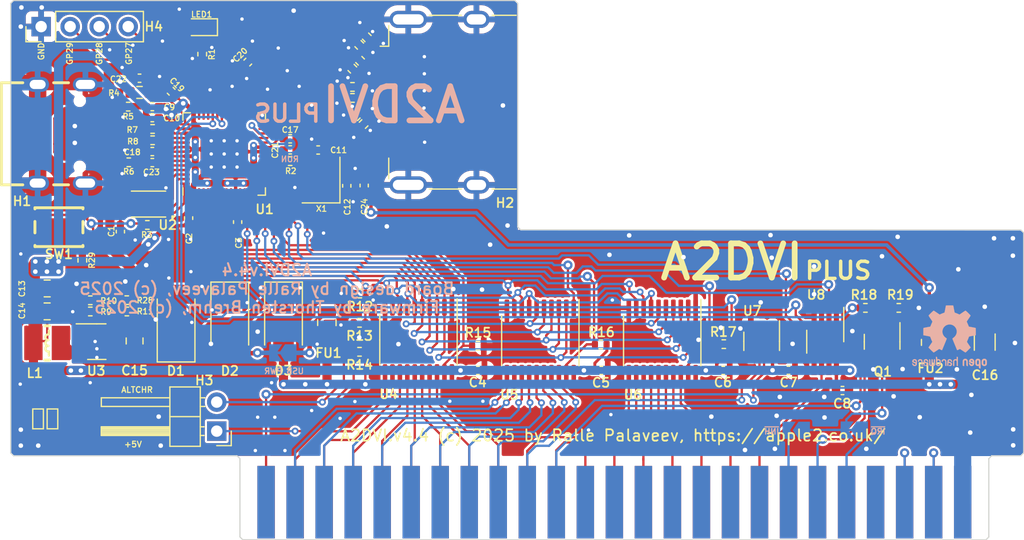
<source format=kicad_pcb>
(kicad_pcb (version 20240108) (generator "pcbnew") (generator_version "8.0")
  (title_block (title "A2DVI.v4.4"))
  (layers (0 "F.Cu" signal) (31 "B.Cu" signal) (34 "B.Paste" user) (35 "F.Paste" user) (36 "B.SilkS" user "B.Silkscreen") (37 "F.SilkS" user "F.Silkscreen") (38 "B.Mask" user) (39 "F.Mask" user) (44 "Edge.Cuts" user))
  (net 0 "")
  (net 1 "GND")
  (net 2 "3.3V")
  (net 3 "VSYS")
  (net 4 "5V")
  (net 5 "PHI0")
  (net 6 "RW")
  (net 7 "DevSel")
  (net 8 "D0")
  (net 9 "D1")
  (net 10 "D2")
  (net 11 "D3")
  (net 12 "D4")
  (net 13 "D5")
  (net 14 "D6")
  (net 15 "D7")
  (net 16 "A8")
  (net 17 "A9")
  (net 18 "A15")
  (net 19 "A14")
  (net 20 "A10")
  (net 21 "A11")
  (net 22 "A12")
  (net 23 "A13")
  (net 24 "A0")
  (net 25 "A1")
  (net 26 "A2")
  (net 27 "A3")
  (net 28 "A4")
  (net 29 "A5")
  (net 30 "A6")
  (net 31 "A7")
  (net 32 "DATAOE")
  (net 33 "LSBOE")
  (net 34 "MSBOE")
  (net 35 "L-PHI0")
  (net 36 "L-RW")
  (net 37 "D2_N")
  (net 38 "D2_P")
  (net 39 "D1_P")
  (net 40 "D1_N")
  (net 41 "D0_P")
  (net 42 "D0_N")
  (net 43 "CK_P")
  (net 44 "CK_N")
  (net 45 "AD0")
  (net 46 "AD1")
  (net 47 "AD2")
  (net 48 "AD3")
  (net 49 "AD4")
  (net 50 "AD5")
  (net 51 "AD6")
  (net 52 "AD7")
  (net 53 "5V_out")
  (net 54 "Altchr")
  (net 55 "L-Altchr")
  (net 56 "QSPI_SS")
  (net 57 "QSPI_SD1")
  (net 58 "QSPI_SD2")
  (net 59 "QSPI_SD0")
  (net 60 "USB_DMX")
  (net 61 "USB_DPX")
  (net 62 "USB_DM")
  (net 63 "USB_DP")
  (net 64 "QSPI_SCLK")
  (net 65 "QSPI_SD3")
  (net 66 "XIN")
  (net 67 "XOUT")
  (net 68 "1.1V")
  (net 69 "Select")
  (net 70 "DATADIR")
  (net 71 "GP25")
  (net 72 "VBUS")
  (net 73 "5V-2")
  (net 74 "5V-1")
  (net 75 "SW")
  (net 76 "C-A5")
  (net 77 "C-B5")
  (net 78 "LED")
  (net 79 "IOSel")
  (net 80 "IRQ-i")
  (net 81 "L-IRQ")
  (net 82 "XOUT1")
  (net 83 "RUN")
  (net 84 "GP27")
  (net 85 "GP28")
  (net 86 "GP29")
  (net 87 "ADCVDD")
  (net 88 "3.3V-out")
  (net 89 "FB")
  (net 90 "3.3V-en")
  (net 91 "~{Reset}")
  (net 92 "L-Reset")
  (net 93 "~{INH}")
  (net 94 "~{IRQ}")
  (net 95 "FB1")
  (footprint "" (layer "F.Cu") (at 122.174 142.22605)
    (property "Reference" "")
    (property "Value" "")
  )
  (footprint "" (layer "F.Cu") (at 134.874 142.22605)
    (property "Reference" "")
    (property "Value" "")
  )
  (footprint "" (layer "F.Cu") (at 137.414 142.22605)
    (property "Reference" "")
    (property "Value" "")
  )
  (footprint "" (layer "F.Cu") (at 147.574 142.22605)
    (property "Reference" "")
    (property "Value" "")
  )
  (footprint "Resistor_SMD:R_0402_1005Metric" (layer "F.Cu") (at 107.1626 109.53625)
    (property "Reference" "R7")
    (property "Value" "27" (hide yes))
  )
  (footprint "Capacitor_SMD:C_0402_1005Metric_Pad0.74x0.62mm_HandSolder" (layer "F.Cu") (at 121.6518 111.377175)
    (property "Reference" "C11")
    (property "Value" "15p" (hide yes))
  )
  (footprint "" (layer "F.Cu") (at 142.494 142.22605)
    (property "Reference" "")
    (property "Value" "")
  )
  (footprint "" (layer "F.Cu") (at 132.334 142.22605)
    (property "Reference" "")
    (property "Value" "")
  )
  (footprint "Package_SO:TSSOP-20_4.4x6.5mm_P0.65mm" (layer "F.Cu") (at 141.093 128.0745 -90)
    (property "Reference" "U5")
    (property "Value" "SN74LVC245APWR" (hide yes))
  )
  (footprint "Resistor_SMD:R_0402_1005Metric" (layer "F.Cu") (at 146.3822 128.40845)
    (property "Reference" "R16")
    (property "Value" "10k" (hide yes))
  )
  (footprint "Resistor_SMD:R_0402_1005Metric" (layer "F.Cu") (at 124.642917 104.258167 -45)
    (property "Reference" "R23" (hide yes))
    (property "Value" "270" (hide yes))
  )
  (footprint "Diode_SMD:D_SMA" (layer "F.Cu") (at 109.219 126.4321 90)
    (property "Reference" "D1")
    (property "Value" "SS14" (hide yes))
  )
  (footprint "Resistor_SMD:R_0402_1005Metric" (layer "F.Cu") (at 125.2962 123.9495)
    (property "Reference" "R12")
    (property "Value" "10k" (hide yes))
  )
  (footprint "" (layer "F.Cu") (at 170.434 142.22605)
    (property "Reference" "")
    (property "Value" "")
  )
  (footprint "Crystal:Crystal_SMD_3225-4Pin_3.2x2.5mm" (layer "F.Cu") (at 121.9082 114.012575 90)
    (property "Reference" "X1")
    (property "Value" "ABM8-272-T3 12MHz" (hide yes))
  )
  (footprint "Capacitor_SMD:C_0402_1005Metric_Pad0.74x0.62mm_HandSolder" (layer "F.Cu") (at 106.0196 105.09125)
    (property "Reference" "C22")
    (property "Value" "100n" (hide yes))
  )
  (footprint "" (layer "F.Cu") (at 157.734 142.22605)
    (property "Reference" "")
    (property "Value" "")
  )
  (footprint "Package_DFN_QFN:QFN-56-1EP_7x7mm_P0.4mm_EP3.2x3.2mm" (layer "F.Cu") (at 113.4279 111.727975 90)
    (property "Reference" "U1")
    (property "Value" "QFN-56-1EP_7x7mm_P0.4mm_EP3.2x3.2mm" (hide yes))
  )
  (footprint "" (layer "F.Cu") (at 117.094 142.22605)
    (property "Reference" "")
    (property "Value" "")
  )
  (footprint "Resistor_SMD:R_0402_1005Metric" (layer "F.Cu") (at 125.2708 129.0549)
    (property "Reference" "R14")
    (property "Value" "1k" (hide yes))
  )
  (footprint "Resistor_SMD:R_0402_1005Metric" (layer "F.Cu") (at 169.5421 125.20805)
    (property "Reference" "R18")
    (property "Value" "1k" (hide yes))
  )
  (footprint "" (layer "F.Cu") (at 178.054 142.22605)
    (property "Reference" "")
    (property "Value" "")
  )
  (footprint "" (layer "F.Cu") (at 134.874 142.22605)
    (property "Reference" "")
    (property "Value" "")
  )
  (footprint "" (layer "F.Cu") (at 155.194 142.22605)
    (property "Reference" "")
    (property "Value" "")
  )
  (footprint "Package_SO:TSSOP-20_4.4x6.5mm_P0.65mm" (layer "F.Cu") (at 130.429 128.016 -90)
    (property "Reference" "U4")
    (property "Value" "SN74LVC245APWR" (hide yes))
  )
  (footprint "" (layer "F.Cu") (at 139.954 142.22605)
    (property "Reference" "")
    (property "Value" "")
  )
  (footprint "Resistor_SMD:R_0402_1005Metric" (layer "F.Cu") (at 105.0798 112.45725)
    (property "Reference" "R6")
    (property "Value" "5k1" (hide yes))
  )
  (footprint "Resistor_SMD:R_0402_1005Metric" (layer "F.Cu") (at 111.506 102.98305 -90)
    (property "Reference" "R1")
    (property "Value" "1k" (hide yes))
  )
  (footprint "" (layer "F.Cu") (at 170.434 142.22605)
    (property "Reference" "")
    (property "Value" "")
  )
  (footprint "" (layer "F.Cu") (at 167.894 142.22605)
    (property "Reference" "")
    (property "Value" "")
  )
  (footprint "Package_TO_SOT_SMD:SOT-23" (layer "F.Cu") (at 171.0051 128.17755 -90)
    (property "Reference" "Q1")
    (property "Value" "2N7002" (hide yes))
  )
  (footprint "Diode_SMD:D_SMA" (layer "F.Cu") (at 113.919 126.4575 -90)
    (property "Reference" "D2")
    (property "Value" "SS14" (hide yes))
  )
  (footprint "Resistor_SMD:R_0402_1005Metric" (layer "F.Cu") (at 125.318576 103.562226 -45)
    (property "Reference" "R22" (hide yes))
    (property "Value" "270" (hide yes))
  )
  (footprint "" (layer "F.Cu") (at 160.274 142.22605)
    (property "Reference" "")
    (property "Value" "")
  )
  (footprint "Resistor_SMD:R_0402_1005Metric" (layer "F.Cu") (at 104.903 124.53205)
    (property "Reference" "R28")
    (property "Value" "5.1k 1%" (hide yes))
  )
  (footprint "Package_TO_SOT_SMD:SOT-23-5" (layer "F.Cu") (at 160.4641 128.13455 -90)
    (property "Reference" "U7")
    (property "Value" "74LVC1G08, SOT-23-5" (hide yes))
  )
  (footprint "Resistor_SMD:R_0402_1005Metric" (layer "F.Cu") (at 124.9426 108.41865 45)
    (property "Reference" "R26" (hide yes))
    (property "Value" "270" (hide yes))
  )
  (footprint "" (layer "F.Cu") (at 122.174 142.22605)
    (property "Reference" "")
    (property "Value" "")
  )
  (footprint "" (layer "F.Cu") (at 150.114 142.22605)
    (property "Reference" "")
    (property "Value" "")
  )
  (footprint "" (layer "F.Cu") (at 175.514 142.22605)
    (property "Reference" "")
    (property "Value" "")
  )
  (footprint "OLIMEX_RLC-FP:CD32" (layer "F.Cu") (at 97.9362 128.28145 180)
    (property "Reference" "L1")
    (property "Value" "2.2uH/1.5A/DCR=58mR/20%/3.00x3.00x1.50mm/CD32(NRS3015T2R2MNGH)" (hide yes))
  )
  (footprint "" (layer "F.Cu") (at 150.114 142.22605)
    (property "Reference" "")
    (property "Value" "")
  )
  (footprint "Capacitor_SMD:C_0402_1005Metric_Pad0.74x0.62mm_HandSolder" (layer "F.Cu") (at 110.3122 117.34275 90)
    (property "Reference" "C2")
    (property "Value" "100n" (hide yes))
  )
  (footprint "Capacitor_SMD:C_0402_1005Metric_Pad0.74x0.62mm_HandSolder" (layer "F.Cu") (at 157.099 130.683)
    (property "Reference" "C6")
    (property "Value" "100n" (hide yes))
  )
  (footprint "" (layer "F.Cu") (at 132.334 142.22605)
    (property "Reference" "")
    (property "Value" "")
  )
  (footprint "Capacitor_SMD:C_0805_2012Metric_Pad1.18x1.45mm_HandSolder" (layer "F.Cu") (at 97.9346 125.51285)
    (property "Reference" "C14")
    (property "Value" "22uF" (hide yes))
  )
  (footprint "Capacitor_SMD:C_0402_1005Metric_Pad0.74x0.62mm_HandSolder" (layer "F.Cu") (at 146.431 130.683)
    (property "Reference" "C5")
    (property "Value" "100n" (hide yes))
  )
  (footprint "Resistor_SMD:R_0402_1005Metric" (layer "F.Cu") (at 157.1498 128.38305)
    (property "Reference" "R17")
    (property "Value" "10k" (hide yes))
  )
  (footprint "" (layer "F.Cu") (at 119.1768 110.85705)
    (property "Reference" "")
    (property "Value" "")
  )
  (footprint "Resistor_SMD:R_0402_1005Metric" (layer "F.Cu") (at 101.0158 121.04245 90)
    (property "Reference" "R29")
    (property "Value" "100k" (hide yes))
  )
  (footprint "Resistor_SMD:R_0402_1005Metric" (layer "F.Cu") (at 105.029 107.58045)
    (property "Reference" "R5")
    (property "Value" "5k1" (hide yes))
  )
  (footprint "Capacitor_SMD:C_0402_1005Metric_Pad0.74x0.62mm_HandSolder" (layer "F.Cu") (at 107.1372 112.480775)
    (property "Reference" "C23")
    (property "Value" "100n" (hide yes))
  )
  (footprint "" (layer "F.Cu") (at 145.034 142.22605)
    (property "Reference" "")
    (property "Value" "")
  )
  (footprint "" (layer "F.Cu") (at 124.714 142.22605)
    (property "Reference" "")
    (property "Value" "")
  )
  (footprint "Capacitor_SMD:C_0402_1005Metric_Pad0.74x0.62mm_HandSolder" (layer "F.Cu") (at 104.3432 118.52785 90)
    (property "Reference" "C1")
    (property "Value" "100n" (hide yes))
  )
  (footprint "Capacitor_SMD:C_0402_1005Metric_Pad0.74x0.62mm_HandSolder" (layer "F.Cu") (at 107.1372 107.578575)
    (property "Reference" "C9")
    (property "Value" "2u2" (hide yes))
  )
  (footprint "Fuse:Fuse_0805_2012Metric" (layer "F.Cu") (at 175.1555 128.23065 -90)
    (property "Reference" "FU2")
    (property "Value" "100mA" (hide yes))
  )
  (footprint "Capacitor_SMD:C_0402_1005Metric_Pad0.74x0.62mm_HandSolder" (layer "F.Cu") (at 119.2022 111.363175)
    (property "Reference" "C21")
    (property "Value" "100n" (hide yes))
  )
  (footprint "" (layer "F.Cu") (at 119.634 142.22605)
    (property "Reference" "")
    (property "Value" "")
  )
  (footprint "Capacitor_SMD:C_1206_3216Metric" (layer "F.Cu") (at 179.9844 128.20525 90)
    (property "Reference" "C16")
    (property "Value" "100uF" (hide yes))
  )
  (footprint "Package_SO:TSSOP-20_4.4x6.5mm_P0.65mm" (layer "F.Cu") (at 151.761 128.0745 -90)
    (property "Reference" "U6")
    (property "Value" "SN74LVC245APWR" (hide yes))
  )
  (footprint "Resistor_SMD:R_0402_1005Metric" (layer "F.Cu") (at 101.713 124.54205 180)
    (property "Reference" "R10")
    (property "Value" "220k 1%" (hide yes))
  )
  (footprint "" (layer "F.Cu") (at 167.894 142.22605)
    (property "Reference" "")
    (property "Value" "")
  )
  (footprint "" (layer "F.Cu") (at 165.354 142.22605)
    (property "Reference" "")
    (property "Value" "")
  )
  (footprint "" (layer "F.Cu") (at 127.254 142.22605)
    (property "Reference" "")
    (property "Value" "")
  )
  (footprint "OLIMEX_Buttons-FP:YTS-A016-X" (layer "F.Cu") (at 98.9662 118.136775)
    (property "Reference" "SW1")
    (property "Value" "YTS-A016-X" (hide yes))
  )
  (footprint "" (layer "F.Cu") (at 175.514 142.22605)
    (property "Reference" "")
    (property "Value" "")
  )
  (footprint "" (layer "F.Cu") (at 119.253 129.14505 180)
    (property "Reference" "")
    (property "Value" "")
  )
  (footprint "Resistor_SMD:R_0402_1005Metric" (layer "F.Cu") (at 106.7034 117.94365)
    (property "Reference" "R3")
    (property "Value" "1k" (hide yes))
  )
  (footprint "Resistor_SMD:R_0402_1005Metric" (layer "F.Cu") (at 119.2022 112.353775)
    (property "Reference" "R2")
    (property "Value" "1k" (hide yes))
  )
  (footprint "" (layer "F.Cu") (at 124.714 142.22605)
    (property "Reference" "")
    (property "Value" "")
  )
  (footprint "Resistor_SMD:R_0402_1005Metric" (layer "F.Cu") (at 125.2708 126.5149)
    (property "Reference" "R13")
    (property "Value" "5k" (hide yes))
  )
  (footprint "" (layer "F.Cu") (at 129.794 142.22605)
    (property "Reference" "")
    (property "Value" "")
  )
  (footprint "" (layer "F.Cu") (at 162.814 142.22605)
    (property "Reference" "")
    (property "Value" "")
  )
  (footprint "Package_SON:Winbond_USON-8-1EP_3x2mm_P0.5mm_EP0.2x1.6mm" (layer "F.Cu") (at 106.807 116.11485 180)
    (property "Reference" "U2")
    (property "Value" "W25Q16JVUXIQ" (hide yes))
  )
  (footprint "" (layer "F.Cu") (at 152.654 142.22605)
    (property "Reference" "")
    (property "Value" "")
  )
  (footprint "Fuse:Fuse_0805_2012Metric" (layer "F.Cu") (at 122.428 126.4895 -90)
    (property "Reference" "FU1")
    (property "Value" "500mA" (hide yes))
  )
  (footprint "Resistor_SMD:R_0402_1005Metric" (layer "F.Cu") (at 135.634 128.524)
    (property "Reference" "R15")
    (property "Value" "10k" (hide yes))
  )
  (footprint "" (layer "F.Cu") (at 139.954 142.22605)
    (property "Reference" "")
    (property "Value" "")
  )
  (footprint "" (layer "F.Cu") (at 164.1856 135.92685 180)
    (property "Reference" "")
    (property "Value" "")
  )
  (footprint "Capacitor_SMD:C_0402_1005Metric_Pad0.74x0.62mm_HandSolder" (layer "F.Cu") (at 114.6048 117.68965 90)
    (property "Reference" "C3")
    (property "Value" "100n" (hide yes))
  )
  (footprint "Capacitor_SMD:C_0402_1005Metric_Pad0.74x0.62mm_HandSolder" (layer "F.Cu") (at 108.7882 106.23425 -45)
    (property "Reference" "C19")
    (property "Value" "100n" (hide yes))
  )
  (footprint "Connector_PinHeader_2.54mm:PinHeader_1x04_P2.54mm_Vertical" (layer "F.Cu") (at 97.409 100.57005 90)
    (property "Reference" "H4")
    (property "Value" "PinHeader_1x04_P2.54mm_Vertical" (hide yes))
  )
  (footprint "Resistor_SMD:R_0603_1608Metric" (layer "F.Cu") (at 106.0196 106.33585)
    (property "Reference" "R4")
    (property "Value" "200" (hide yes))
  )
  (footprint "Resistor_SMD:R_0402_1005Metric" (layer "F.Cu") (at 125.6284 109.10445 45)
    (property "Reference" "R27" (hide yes))
    (property "Value" "270" (hide yes))
  )
  (footprint "" (layer "F.Cu") (at 129.794 142.22605)
    (property "Reference" "")
    (property "Value" "")
  )
  (footprint "" (layer "F.Cu") (at 145.034 142.22605)
    (property "Reference" "")
    (property "Value" "")
  )
  (footprint "" (layer "F.Cu") (at 142.494 142.22605)
    (property "Reference" "")
    (property "Value" "")
  )
  (footprint "" (layer "F.Cu") (at 152.654 142.22605)
    (property "Reference" "")
    (property "Value" "")
  )
  (footprint "Capacitor_SMD:C_0402_1005Metric_Pad0.74x0.62mm_HandSolder" (layer "F.Cu") (at 167.5355 132.44705)
    (property "Reference" "C8")
    (property "Value" "100n" (hide yes))
  )
  (footprint "Package_SO:VSSOP-8_3.0x3.0mm_P0.65mm" (layer "F.Cu") (at 166.0271 128.17005 -90)
    (property "Reference" "U8")
    (property "Value" "74LVC3G34, VSSOP-8_3.0x3.0mm_P0.65mm" (hide yes))
  )
  (footprint "Resistor_SMD:R_0402_1005Metric" (layer "F.Cu") (at 172.4631 125.20805)
    (property "Reference" "R19")
    (property "Value" "10k" (hide yes))
  )
  (footprint "Capacitor_SMD:C_0805_2012Metric_Pad1.18x1.45mm_HandSolder" (layer "F.Cu") (at 97.9385 123.50625)
    (property "Reference" "C13")
    (property "Value" "22uF" (hide yes))
  )
  (footprint "Connector_PinHeader_2.54mm:PinHeader_1x02_P2.54mm_Horizontal" (layer "F.Cu") (at 112.776 134.73305 180)
    (property "Reference" "H3")
    (property "Value" "PinHeader_1x02_P2.54mm_Horizontal" (hide yes))
  )
  (footprint "" (layer "F.Cu") (at 147.574 142.22605)
    (property "Reference" "")
    (property "Value" "")
  )
  (footprint "" (layer "F.Cu") (at 167.8726 135.90145)
    (property "Reference" "")
    (property "Value" "")
  )
  (footprint "Resistor_SMD:R_0402_1005Metric" (layer "F.Cu") (at 125.9078 101.50985 -45)
    (property "Reference" "R20" (hide yes))
    (property "Value" "270" (hide yes))
  )
  (footprint "Capacitor_SMD:C_0805_2012Metric_Pad1.18x1.45mm_HandSolder" (layer "F.Cu") (at 105.5878 128.10365 -90)
    (property "Reference" "C15")
    (property "Value" "22uF" (hide yes))
  )
  (footprint "Resistor_SMD:R_0402_1005Metric" (layer "F.Cu") (at 124.6545 105.85325)
    (property "Reference" "R24" (hide yes))
    (property "Value" "270" (hide yes))
  )
  (footprint "" (layer "F.Cu") (at 117.094 142.22605)
    (property "Reference" "")
    (property "Value" "")
  )
  (footprint "" (layer "F.Cu") (at 162.7926 135.92685)
    (property "Reference" "")
    (property "Value" "")
  )
  (footprint "Capacitor_SMD:C_0402_1005Metric_Pad0.74x0.62mm_HandSolder" (layer "F.Cu") (at 107.1372 111.515575)
    (property "Reference" "C18")
    (property "Value" "100n" (hide yes))
  )
  (footprint "Resistor_SMD:R_0402_1005Metric" (layer "F.Cu") (at 107.1626 110.52685)
    (property "Reference" "R8")
    (property "Value" "27" (hide yes))
  )
  (footprint "Resistor_SMD:R_0402_1005Metric" (layer "F.Cu") (at 101.713 125.52205 180)
    (property "Reference" "R9")
    (property "Value" "1M" (hide yes))
  )
  (footprint "" (layer "F.Cu") (at 172.974 142.22605)
    (property "Reference" "")
    (property "Value" "")
  )
  (footprint "" (layer "F.Cu") (at 162.814 142.22605)
    (property "Reference" "")
    (property "Value" "")
  )
  (footprint "" (layer "F.Cu") (at 169.2656 135.90145 180)
    (property "Reference" "")
    (property "Value" "")
  )
  (footprint "" (layer "F.Cu") (at 127.254 142.22605)
    (property "Reference" "")
    (property "Value" "")
  )
  (footprint "OLIMEX_Connectors-FP:USB2.0_TYPE-C(A40-00119-A52-12)" (layer "F.Cu") (at 98.254054 109.95765 180)
    (property "Reference" "H1")
    (property "Value" "USB-C-16P-F(A40-00119-A52-12)" (hide yes))
  )
  (footprint "Diode_SMD:D_SMA" (layer "F.Cu") (at 118.618 126.4575 -90)
    (property "Reference" "D3")
    (property "Value" "SS14" (hide yes))
  )
  (footprint "" (layer "F.Cu") (at 155.194 142.22605)
    (property "Reference" "")
    (property "Value" "")
  )
  (footprint "LED_SMD:LED_0603_1608Metric" (layer "F.Cu") (at 111.3536 100.62085 180)
    (property "Reference" "LED1")
    (property "Value" "LED_0603_1608Metric" (hide yes))
  )
  (footprint "Capacitor_SMD:C_0402_1005Metric_Pad0.74x0.62mm_HandSolder" (layer "F.Cu") (at 124.1552 114.51465 -90)
    (property "Reference" "C12")
    (property "Value" "15p" (hide yes))
  )
  (footprint "Capacitor_SMD:C_0402_1005Metric_Pad0.74x0.62mm_HandSolder" (layer "F.Cu") (at 107.1372 108.543775)
    (property "Reference" "C10")
    (property "Value" "2u2" (hide yes))
  )
  (footprint "" (layer "F.Cu") (at 117.86 129.14505 180)
    (property "Reference" "")
    (property "Value" "")
  )
  (footprint "Capacitor_SMD:C_0402_1005Metric_Pad0.74x0.62mm_HandSolder" (layer "F.Cu") (at 115.4938 103.67755 45)
    (property "Reference" "C20")
    (property "Value" "100n" (hide yes))
  )
  (footprint "" (layer "F.Cu") (at 178.054 142.22605)
    (property "Reference" "")
    (property "Value" "")
  )
  (footprint "" (layer "F.Cu") (at 157.734 142.22605)
    (property "Reference" "")
    (property "Value" "")
  )
  (footprint "Resistor_SMD:R_0402_1005Metric" (layer "F.Cu") (at 125.2474 102.17025 -45)
    (property "Reference" "R21" (hide yes))
    (property "Value" "270" (hide yes))
  )
  (footprint "Capacitor_SMD:C_0402_1005Metric_Pad0.74x0.62mm_HandSolder" (layer "F.Cu") (at 135.636 130.683)
    (property "Reference" "C4")
    (property "Value" "100n" (hide yes))
  )
  (footprint "" (layer "F.Cu") (at 165.354 142.22605)
    (property "Reference" "")
    (property "Value" "")
  )
  (footprint "Package_TO_SOT_SMD:SOT-23-5" (layer "F.Cu") (at 102.2803 128.16465)
    (property "Reference" "U3")
    (property "Value" "SY8089AAAC, SOT-23-5" (hide yes))
  )
  (footprint "" (layer "F.Cu") (at 160.274 142.22605)
    (property "Reference" "")
    (property "Value" "")
  )
  (footprint "Resistor_SMD:R_0402_1005Metric" (layer "F.Cu") (at 104.913 125.52205 180)
    (property "Reference" "R11")
    (property "Value" "49.9k 1%" (hide yes))
  )
  (footprint "Capacitor_SMD:C_0402_1005Metric_Pad0.74x0.62mm_HandSolder" (layer "F.Cu") (at 125.6792 114.48925 -90)
    (property "Reference" "C24")
    (property "Value" "100n" (hide yes))
  )
  (footprint "" (layer "F.Cu") (at 137.414 142.22605)
    (property "Reference" "")
    (property "Value" "")
  )
  (footprint "" (layer "F.Cu") (at 172.974 142.22605)
    (property "Reference" "")
    (property "Value" "")
  )
  (footprint "Resistor_SMD:R_0402_1005Metric" (layer "F.Cu") (at 124.6545 106.81845)
    (property "Reference" "R25" (hide yes))
    (property "Value" "270" (hide yes))
  )
  (footprint "" (layer "F.Cu") (at 119.634 142.22605)
    (property "Reference" "")
    (property "Value" "")
  )
  (footprint "Connector_HDMI:HDMI_A_Molex_208658-1001_Horizontal" (layer "F.Cu") (at 132.063 107.189475)
    (property "Reference" "H2")
    (property "Value" "HDMI_A_Molex_208658-1001_Horizontal" (hide yes))
  )
  (footprint "Capacitor_SMD:C_0402_1005Metric_Pad0.74x0.62mm_HandSolder" (layer "F.Cu") (at 162.8111 130.66905)
    (property "Reference" "C7")
    (property "Value" "100n" (hide yes))
  )
  (footprint "Capacitor_SMD:C_0402_1005Metric_Pad0.74x0.62mm_HandSolder" (layer "F.Cu") (at 119.2022 110.397975)
    (property "Reference" "C17")
    (property "Value" "100n" (hide yes))
  )
  (footprint "Symbol:OSHW-Logo2_7.3x6mm_SilkScreen" (layer "B.Cu") (at 176.9081 127.75005 180)
    (property "Reference" "REF**" (hide yes))
    (property "Value" "OSHW-Logo2_7.3x6mm_SilkScreen" (hide yes))
  )
  (gr_line (start 139.1158 98.532646) (end 138.8618 98.289453) (stroke (width 0.1)) (layer "Edge.Cuts"))
  (gr_line (start 139.3698 118.370046) (end 139.1158 118.126853) (stroke (width 0.1)) (layer "Edge.Cuts"))
  (gr_line (start 114.808 145.27405) (end 114.808 138.414699) (stroke (width 0.1)) (layer "Edge.Cuts"))
  (gr_line (start 180.591298 138.16205) (end 180.34 138.41605) (stroke (width 0.1)) (layer "Edge.Cuts"))
  (gr_line (start 183.388 137.90805) (end 183.139403 138.16205) (stroke (width 0.1)) (layer "Edge.Cuts"))
  (gr_line (start 183.388 118.624046) (end 183.134 118.380853) (stroke (width 0.1)) (layer "Edge.Cuts"))
  (gr_line (start 180.34 145.27405) (end 180.34 138.41605) (stroke (width 0.1)) (layer "Edge.Cuts"))
  (gr_line (start 180.34 145.27405) (end 180.086 145.52805) (stroke (width 0.1)) (layer "Edge.Cuts"))
  (gr_line (start 183.388 118.624046) (end 183.388 137.90805) (stroke (width 0.1)) (layer "Edge.Cuts"))
  (gr_line (start 94.747403 98.53805) (end 94.747403 137.918857) (stroke (width 0.1)) (layer "Edge.Cuts"))
  (gr_line (start 114.554 138.163401) (end 114.808 138.414699) (stroke (width 0.1)) (layer "Edge.Cuts"))
  (gr_line (start 115.062 145.517243) (end 114.808 145.27405) (stroke (width 0.1)) (layer "Edge.Cuts"))
  (gr_line (start 114.554 138.163401) (end 94.996 138.16205) (stroke (width 0.1)) (layer "Edge.Cuts"))
  (gr_line (start 94.996 98.289453) (end 94.747403 98.53805) (stroke (width 0.1)) (layer "Edge.Cuts"))
  (gr_line (start 115.062 145.517243) (end 180.086 145.52805) (stroke (width 0.1)) (layer "Edge.Cuts"))
  (gr_line (start 94.996 138.16205) (end 94.747403 137.918857) (stroke (width 0.1)) (layer "Edge.Cuts"))
  (gr_line (start 183.139403 138.16205) (end 180.591298 138.16205) (stroke (width 0.1)) (layer "Edge.Cuts"))
  (gr_line (start 183.134 118.380853) (end 139.3698 118.370046) (stroke (width 0.1)) (layer "Edge.Cuts"))
  (gr_line (start 138.8618 98.289453) (end 94.996 98.289453) (stroke (width 0.1)) (layer "Edge.Cuts"))
  (gr_line (start 139.1158 98.532646) (end 139.1158 118.126853) (stroke (width 0.1)) (layer "Edge.Cuts"))
  (gr_text "A2DVI" (at 134.8232 109.18065 0) (layer "B.SilkS") (effects (font (size 3 3) (thickness 0.5) (bold yes)) (justify left bottom mirror)))
  (gr_text "PLUS" (at 121.9962 109.05365 0) (layer "B.SilkS") (effects (font (size 1.5 1.5) (thickness 0.3) (bold yes)) (justify left bottom mirror)))
  (gr_text "~{INH}" (at 162.052 136.33325 0) (layer "B.SilkS") (effects (font (size 0.5 0.5) (thickness 0.1) (bold yes)) (justify left bottom mirror)))
  (gr_text "RUN" (at 119.1768 112.17785 0) (layer "B.SilkS") (effects (font (size 0.5 0.5) (thickness 0.1) (bold yes)) (justify mirror)))
  (gr_text "~{IRQ}" (at 171.3484 136.33325 0) (layer "B.SilkS") (effects (font (size 0.5 0.5) (thickness 0.1) (bold yes)) (justify left bottom mirror)))
  (gr_text "USB PWR" (at 118.6688 130.74525 0) (layer "B.SilkS") (effects (font (size 0.5 0.5) (thickness 0.1) (bold yes)) (justify mirror)))
  (gr_text "A2DVI.v4.4\nBoard design by Ralle Palaveev, (c) 2025\nFirmware by Thorsten Brehm, (c) 2025" (at 117.1702 123.53165 0) (layer "B.SilkS") (effects (font (size 1.016 1.016) (thickness 0.1778) (bold yes)) (justify mirror)))
  (gr_text "GP29" (at 100.203 103.97365 90) (layer "F.SilkS") (effects (font (size 0.5 0.5) (thickness 0.1)) (justify left bottom)))
  (gr_text "ALTCHR" (at 104.3686 132.67565 0) (layer "F.SilkS") (effects (font (size 0.5 0.5) (thickness 0.1) (bold yes)) (justify left bottom)))
  (gr_text "GP27" (at 105.3846 103.97365 90) (layer "F.SilkS") (effects (font (size 0.5 0.5) (thickness 0.1)) (justify left bottom)))
  (gr_text "GND" (at 97.7138 103.56725 90) (layer "F.SilkS") (effects (font (size 0.5 0.5) (thickness 0.1)) (justify left bottom)))
  (gr_text "" (at 155.194 142.22605 0) (layer "F.SilkS") (effects (font (size 1.27 1.27))))
  (gr_text "A2DVI.v4.4 (c) 2025 by Ralle Palaveev, https://apple2.co.uk/" (at 147.447 136.38405 0) (layer "F.SilkS") (effects (font (size 1 1))))
  (gr_text "+5V" (at 104.6226 137.45085 0) (layer "F.SilkS") (effects (font (size 0.5 0.5) (thickness 0.1) (bold yes)) (justify left bottom)))
  (gr_text "GP28" (at 102.7938 103.97365 90) (layer "F.SilkS") (effects (font (size 0.5 0.5) (thickness 0.1)) (justify left bottom)))
  (gr_text "" (at 96.511656 135.73605 0) (layer "F.SilkS") (effects (font (size 1.5 1.5) (thickness 0.3) (bold yes)) (justify left bottom)))
  (gr_text "A2DVI" (at 151.3078 122.94745 0) (layer "F.SilkS") (effects (font (size 3 3) (thickness 0.5) (bold yes)) (justify left bottom)))
  (gr_text "" (at 155.194 142.22605 0) (layer "F.SilkS") (effects (font (size 1.27 1.27))))
  (gr_text "PLUS" (at 164.1094 122.82045 0) (layer "F.SilkS") (effects (font (size 1.5 1.5) (thickness 0.3) (bold yes)) (justify left bottom)))
  (segment (start 175.514 142.22605) (end 175.514 137.90805) (width 0.2) (layer "F.Cu") (net 0))
  (segment (start 172.974 142.22605) (end 172.974 137.90805) (width 0.2) (layer "F.Cu") (net 0))
  (via (at 172.974 137.90805) (size 0.8) (drill 0.4) (layers "F.Cu" "B.Cu") (net 0))
  (via (at 175.514 137.90805) (size 0.8) (drill 0.4) (layers "F.Cu" "B.Cu") (net 0))
  (segment (start 175.514 142.22605) (end 175.514 137.90805) (width 0.2) (layer "B.Cu") (net 0))
  (segment (start 172.974 142.22605) (end 172.974 137.90805) (width 0.2) (layer "B.Cu") (net 0))
  (segment (start 104.620725 108.543775) (end 105.5878 108.543775) (width 0.2) (layer "F.Cu") (net 1))
  (segment (start 107.442 126.70665) (end 107.442 126.22405) (width 0.2) (layer "F.Cu") (net 1))
  (segment (start 106.5697 113.55815) (end 106.553 113.57485) (width 0.2) (layer "F.Cu") (net 1))
  (segment (start 102.263054 114.66165) (end 102.263054 113.26465) (width 0.508) (layer "F.Cu") (net 1))
  (segment (start 100.0036 125.54205) (end 99.9744 125.51285) (width 0.2) (layer "F.Cu") (net 1))
  (segment (start 97.104054 114.86765) (end 97.056054 114.91565) (width 0.762) (layer "F.Cu") (net 1))
  (segment (start 114.6048 118.25715) (end 114.6048 119.21365) (width 0.2) (layer "F.Cu") (net 1))
  (segment (start 165.0492 121.57585) (end 165.0521 121.57875) (width 0.2) (layer "F.Cu") (net 1))
  (segment (start 102.517054 114.40765) (end 102.517054 114.91565) (width 0.508) (layer "F.Cu") (net 1))
  (segment (start 105.5878 127.06615) (end 107.0825 127.06615) (width 0.2) (layer "F.Cu") (net 1))
  (segment (start 95.6818 114.27765) (end 95.662054 114.27765) (width 1.016) (layer "F.Cu") (net 1))
  (segment (start 110.3122 117.91025) (end 110.3122 119.01045) (width 0.2) (layer "F.Cu") (net 1))
  (segment (start 95.631 120.48365) (end 95.631 119.49305) (width 0.2) (layer "F.Cu") (net 1))
  (segment (start 128.7818 107.693275) (end 128.778 107.689475) (width 0.25) (layer "F.Cu") (net 1))
  (segment (start 116.6963 102.47505) (end 118.1354 102.47505) (width 0.2) (layer "F.Cu") (net 1))
  (segment (start 158.612 126.99705) (end 158.5976 127.01145) (width 0.2) (layer "F.Cu") (net 1))
  (segment (start 106.5697 112.480775) (end 106.5697 113.55815) (width 0.2) (layer "F.Cu") (net 1))
  (segment (start 105.5878 108.543775) (end 106.5697 108.543775) (width 0.2) (layer "F.Cu") (net 1))
  (segment (start 119.7697 110.397975) (end 119.7697 111.363175) (width 0.2) (layer "F.Cu") (net 1))
  (segment (start 95.912275 119.211775) (end 96.8912 119.211775) (width 0.2) (layer "F.Cu") (net 1))
  (segment (start 105.403 126.88135) (end 105.5878 127.06615) (width 0.2) (layer "F.Cu") (net 1))
  (segment (start 179.9844 126.73025) (end 179.9844 125.10645) (width 0.2) (layer "F.Cu") (net 1))
  (segment (start 162.2298 133.00585) (end 163.3982 131.83745) (width 0.2) (layer "F.Cu") (net 1))
  (segment (start 97.104054 105.63765) (end 99.349054 105.63765) (width 1.016) (layer "F.Cu") (net 1))
  (segment (start 126.810478 103.189475) (end 128.778 103.189475) (width 0.25) (layer "F.Cu") (net 1))
  (segment (start 101.284054 105.63765) (end 102.256054 105.63765) (width 0.508) (layer "F.Cu") (net 1))
  (segment (start 101.284054 114.27765) (end 98.710054 114.27765) (width 1.016) (layer "F.Cu") (net 1))
  (segment (start 122.2248 110.67925) (end 122.2248 110.90785) (width 0.2) (layer "F.Cu") (net 1))
  (segment (start 126.408365 106.189475) (end 126.399233 106.198607) (width 0.25) (layer "F.Cu") (net 1))
  (segment (start 102.408054 113.28265) (end 102.517054 113.39165) (width 0.508) (layer "F.Cu") (net 1))
  (segment (start 130.944825 104.702425) (end 128.778 104.702425) (width 0.25) (layer "F.Cu") (net 1))
  (segment (start 106.546175 112.45725) (end 106.5697 112.480775) (width 0.2) (layer "F.Cu") (net 1))
  (segment (start 95.631 119.49305) (end 95.912275 119.211775) (width 0.2) (layer "F.Cu") (net 1))
  (segment (start 110.3122 119.01045) (end 110.49 119.18825) (width 0.2) (layer "F.Cu") (net 1))
  (segment (start 97.104054 114.88525) (end 99.057654 114.88525) (width 1.016) (layer "F.Cu") (net 1))
  (segment (start 102.186054 113.28265) (end 102.408054 113.28265) (width 0.508) (layer "F.Cu") (net 1))
  (segment (start 102.517054 105.89865) (end 102.517054 106.40665) (width 0.508) (layer "F.Cu") (net 1))
  (segment (start 101.748054 105.63765) (end 102.186054 106.07565) (width 0.508) (layer "F.Cu") (net 1))
  (segment (start 130.937 106.189475) (end 128.778 106.189475) (width 0.25) (layer "F.Cu") (net 1))
  (segment (start 99.9744 125.51285) (end 99.1245 125.51285) (width 0.2) (layer "F.Cu") (net 1))
  (segment (start 105.539 107.58045) (end 106.567825 107.58045) (width 0.2) (layer "F.Cu") (net 1))
  (segment (start 99.1245 125.51285) (end 98.9721 125.66525) (width 0.2) (layer "F.Cu") (net 1))
  (segment (start 119.7697 110.397975) (end 121.054525 110.397975) (width 0.2) (layer "F.Cu") (net 1))
  (segment (start 126.458365 107.689475) (end 126.399233 107.748607) (width 0.25) (layer "F.Cu") (net 1))
  (segment (start 102.186054 106.07565) (end 102.186054 106.63265) (width 0.508) (layer "F.Cu") (net 1))
  (segment (start 136.2035 128.5835) (end 136.144 128.524) (width 0.3) (layer "F.Cu") (net 1))
  (segment (start 148.836 127.95925) (end 148.836 125.212) (width 0.3) (layer "F.Cu") (net 1))
  (segment (start 168.103 133.30485) (end 168.103 132.44705) (width 0.2) (layer "F.Cu") (net 1))
  (segment (start 106.5697 107.578575) (end 106.5697 108.543775) (width 0.2) (layer "F.Cu") (net 1))
  (segment (start 126.329233 102.968607) (end 126.58961 102.968607) (width 0.25) (layer "F.Cu") (net 1))
  (segment (start 123.6726 123.93805) (end 124.77475 123.93805) (width 0.2) (layer "F.Cu") (net 1))
  (segment (start 101.284054 105.63765) (end 101.882054 106.23565) (width 0.508) (layer "F.Cu") (net 1))
  (segment (start 117.678457 112.727975) (end 120.063057 115.112575) (width 0.2) (layer "F.Cu") (net 1))
  (segment (start 162.052 133.00585) (end 162.2298 133.00585) (width 0.2) (layer "F.Cu") (net 1))
  (segment (start 95.662054 114.27765) (end 95.659054 114.28065) (width 1.016) (layer "F.Cu") (net 1))
  (segment (start 126.125212 104.689475) (end 128.778 104.689475) (width 0.2) (layer "F.Cu") (net 1))
  (segment (start 118.1354 102.47505) (end 118.1608 102.44965) (width 0.2) (layer "F.Cu") (net 1))
  (segment (start 115.895083 103.276267) (end 116.6963 102.47505) (width 0.2) (layer "F.Cu") (net 1))
  (segment (start 130.9116 107.699625) (end 128.778 107.699625) (width 0.25) (layer "F.Cu") (net 1))
  (segment (start 121.9708 110.42525) (end 122.2248 110.67925) (width 0.2) (layer "F.Cu") (net 1))
  (segment (start 146.9985 129.79675) (end 148.836 127.95925) (width 0.3) (layer "F.Cu") (net 1))
  (segment (start 108.232 115.36485) (end 108.232 114.79145) (width 0.2) (layer "F.Cu") (net 1))
  (segment (start 104.4956 104.15145) (end 105.2576 104.15145) (width 0.2) (layer "F.Cu") (net 1))
  (segment (start 105.5898 112.45725) (end 106.546175 112.45725) (width 0.2) (layer "F.Cu") (net 1))
  (segment (start 104.5718 108.49485) (end 104.620725 108.543775) (width 0.2) (layer "F.Cu") (net 1))
  (segment (start 101.284054 114.88525) (end 99.057654 114.88525) (width 1.016) (layer "F.Cu") (net 1))
  (segment (start 102.517054 105.39065) (end 102.517054 105.00965) (width 0.508) (layer "F.Cu") (net 1))
  (segment (start 159.5141 126.99705) (end 158.612 126.99705) (width 0.2) (layer "F.Cu") (net 1))
  (segment (start 97.104054 114.27765) (end 97.104054 114.86765) (width 0.762) (layer "F.Cu") (net 1))
  (segment (start 99.441 123.65865) (end 99.9998 123.09985) (width 0.5) (layer "F.Cu") (net 1))
  (segment (start 97.104054 105.03005) (end 101.226654 105.03005) (width 1.016) (layer "F.Cu") (net 1))
  (segment (start 125.476 112.99065) (end 125.6792 113.19385) (width 0.2) (layer "F.Cu") (net 1))
  (segment (start 124.8918 112.99065) (end 125.476 112.99065) (width 0.2) (layer "F.Cu") (net 1))
  (segment (start 102.517054 114.91565) (end 102.263054 115.16965) (width 0.508) (layer "F.Cu") (net 1))
  (segment (start 102.263054 104.75565) (end 101.374054 104.75565) (width 0.508) (layer "F.Cu") (net 1))
  (segment (start 154.696 125.222) (end 154.686 125.212) (width 0.25) (layer "F.Cu") (net 1))
  (segment (start 138.168 125.212) (end 138.168 127.42585) (width 0.3) (layer "F.Cu") (net 1))
  (segment (start 102.517054 105.00965) (end 102.263054 104.75565) (width 0.508) (layer "F.Cu") (net 1))
  (segment (start 122.2193 110.91335) (end 122.2193 111.377175) (width 0.2) (layer "F.Cu") (net 1))
  (segment (start 108.386917 105.832967) (end 107.7722 105.21825) (width 0.2) (layer "F.Cu") (net 1))
  (segment (start 97.104054 105.63765) (end 95.666054 105.63765) (width 1.016) (layer "F.Cu") (net 1))
  (segment (start 120.063057 115.112575) (end 121.0582 115.112575) (width 0.2) (layer "F.Cu") (net 1))
  (segment (start 127.504 125.1535) (end 127.504 127.21065) (width 0.2) (layer "F.Cu") (net 1))
  (segment (start 99.9998 123.09985) (end 100.5078 123.09985) (width 0.5) (layer "F.Cu") (net 1))
  (segment (start 101.226654 105.03005) (end 101.247054 105.00965) (width 1.016) (layer "F.Cu") (net 1))
  (segment (start 106.5697 111.515575) (end 106.5697 112.480775) (width 0.2) (layer "F.Cu") (net 1))
  (segment (start 130.970225 110.696825) (end 128.778 110.696825) (width 0.25) (layer "F.Cu") (net 1))
  (segment (start 105.2576 104.15145) (end 105.4521 104.34595) (width 0.2) (layer "F.Cu") (net 1))
  (segment (start 163.3786 131.81785) (end 163.3786 130.66905) (width 0.2) (layer "F.Cu") (net 1))
  (segment (start 106.567825 107.58045) (end 106.5697 107.578575) (width 0.2) (layer "F.Cu") (net 1))
  (segment (start 108.232 114.79145) (end 108.331 114.69245) (width 0.2) (layer "F.Cu") (net 1))
  (segment (start 146.9985 130.683) (end 146.9985 129.79675) (width 0.3) (layer "F.Cu") (net 1))
  (segment (start 97.104054 105.63765) (end 97.104054 105.64465) (width 1.016) (layer "F.Cu") (net 1))
  (segment (start 130.944825 103.203825) (end 128.778 103.203825) (width 0.25) (layer "F.Cu") (net 1))
  (segment (start 124.8918 112.99065) (end 124.2822 112.99065) (width 0.2) (layer "F.Cu") (net 1))
  (segment (start 125.6792 113.92175) (end 125.6538 113.94715) (width 0.2) (layer "F.Cu") (net 1))
  (segment (start 102.517054 105.89865) (end 102.517054 105.39065) (width 0.508) (layer "F.Cu") (net 1))
  (segment (start 148.844 125.204) (end 148.836 125.212) (width 0.25) (layer "F.Cu") (net 1))
  (segment (start 165.9636 134.80925) (end 166.5986 134.80925) (width 0.2) (layer "F.Cu") (net 1))
  (segment (start 95.666054 105.63765) (end 95.659054 105.64465) (width 1.016) (layer "F.Cu") (net 1))
  (segment (start 102.0928 128.16465) (end 102.4128 128.48465) (width 0.7) (layer "F.Cu") (net 1))
  (segment (start 107.7722 105.21825) (end 107.7722 104.93885) (width 0.2) (layer "F.Cu") (net 1))
  (segment (start 114.6048 119.21365) (end 114.7064 119.31525) (width 0.2) (layer "F.Cu") (net 1))
  (segment (start 121.054525 110.397975) (end 121.0818 110.42525) (width 0.2) (layer "F.Cu") (net 1))
  (segment (start 102.517054 114.40765) (end 102.263054 114.66165) (width 0.508) (layer "F.Cu") (net 1))
  (segment (start 124.1552 113.11765) (end 124.1552 113.94715) (width 0.2) (layer "F.Cu") (net 1))
  (segment (start 137.06985 128.524) (end 136.144 128.524) (width 0.3) (layer "F.Cu") (net 1))
  (segment (start 102.186054 113.28265) (end 101.900054 113.28265) (width 0.508) (layer "F.Cu") (net 1))
  (segment (start 98.976 123.65865) (end 99.441 123.65865) (width 0.5) (layer "F.Cu") (net 1))
  (segment (start 128.778 107.689475) (end 126.458365 107.689475) (width 0.25) (layer "F.Cu") (net 1))
  (segment (start 102.186054 113.03265) (end 102.186054 113.21465) (width 0.254) (layer "F.Cu") (net 1))
  (segment (start 124.2822 112.99065) (end 124.1552 113.11765) (width 0.2) (layer "F.Cu") (net 1))
  (segment (start 101.900054 113.28265) (end 101.882054 113.26465) (width 0.508) (layer "F.Cu") (net 1))
  (segment (start 147.3962 124.52225) (end 148.08595 125.212) (width 0.25) (layer "F.Cu") (net 1))
  (segment (start 102.039454 114.88525) (end 102.263054 114.66165) (width 0.508) (layer "F.Cu") (net 1))
  (segment (start 97.104054 114.27765) (end 98.710054 114.27765) (width 1.016) (layer "F.Cu") (net 1))
  (segment (start 125.6792 113.19385) (end 125.6792 113.92175) (width 0.2) (layer "F.Cu") (net 1))
  (segment (start 157.6665 133.12415) (end 156.0576 134.73305) (width 0.2) (layer "F.Cu") (net 1))
  (segment (start 107.0825 127.06615) (end 107.442 126.70665) (width 0.2) (layer "F.Cu") (net 1))
  (segment (start 101.284054 105.63765) (end 101.748054 105.63765) (width 0.508) (layer "F.Cu") (net 1))
  (segment (start 122.2248 110.90785) (end 122.2193 110.91335) (width 0.2) (layer "F.Cu") (net 1))
  (segment (start 97.104054 105.64465) (end 97.104054 114.27765) (width 1.524) (layer "F.Cu") (net 1))
  (segment (start 105.4521 104.34595) (end 105.4521 105.09125) (width 0.2) (layer "F.Cu") (net 1))
  (segment (start 116.8654 112.727975) (end 117.678457 112.727975) (width 0.2) (layer "F.Cu") (net 1))
  (segment (start 102.263054 115.16965) (end 101.628054 115.16965) (width 0.508) (layer "F.Cu") (net 1))
  (segment (start 101.882054 113.67965) (end 101.882054 113.26465) (width 0.508) (layer "F.Cu") (net 1))
  (segment (start 102.186054 113.28265) (end 102.186054 113.21465) (width 0.254) (layer "F.Cu") (net 1))
  (segment (start 101.882054 106.23565) (end 101.882054 106.66065) (width 0.508) (layer "F.Cu") (net 1))
  (segment (start 157.6665 130.683) (end 157.6665 133.12415) (width 0.2) (layer "F.Cu") (net 1))
  (segment (start 105.5878 108.543775) (end 105.539 108.494975) (width 0.2) (layer "F.Cu") (net 1))
  (segment (start 136.2035 130.683) (end 136.2035 128.5835) (width 0.3) (layer "F.Cu") (net 1))
  (segment (start 101.284054 105.63765) (end 101.247054 105.60065) (width 1.016) (layer "F.Cu") (net 1))
  (segment (start 96.992054 114.97965) (end 97.056054 114.91565) (width 0.762) (layer "F.Cu") (net 1))
  (segment (start 96.8912 119.211775) (end 101.0412 119.211775) (width 0.2) (layer "F.Cu") (net 1))
  (segment (start 127.504 127.21065) (end 128.6764 128.38305) (width 0.2) (layer "F.Cu") (net 1))
  (segment (start 166.5986 134.80925) (end 168.103 133.30485) (width 0.2) (layer "F.Cu") (net 1))
  (segment (start 126.58961 102.968607) (end 126.810478 103.189475) (width 0.25) (layer "F.Cu") (net 1))
  (segment (start 97.104054 114.27765) (end 95.6818 114.27765) (width 1.016) (layer "F.Cu") (net 1))
  (segment (start 102.517054 113.39165) (end 102.517054 114.40765) (width 0.508) (layer "F.Cu") (net 1))
  (segment (start 101.284054 105.63765) (end 99.349054 105.63765) (width 1.016) (layer "F.Cu") (net 1))
  (segment (start 125.6538 113.94715) (end 124.1552 113.94715) (width 0.2) (layer "F.Cu") (net 1))
  (segment (start 101.1428 128.16465) (end 102.0928 128.16465) (width 0.7) (layer "F.Cu") (net 1))
  (segment (start 121.0818 110.42525) (end 121.9708 110.42525) (width 0.2) (layer "F.Cu") (net 1))
  (segment (start 105.539 108.494975) (end 105.539 107.58045) (width 0.2) (layer "F.Cu") (net 1))
  (segment (start 170.0551 127.24005) (end 168.3991 127.24005) (width 0.2) (layer "F.Cu") (net 1))
  (segment (start 102.256054 105.63765) (end 102.517054 105.89865) (width 0.508) (layer "F.Cu") (net 1))
  (segment (start 101.284054 114.88525) (end 102.039454 114.88525) (width 0.508) (layer "F.Cu") (net 1))
  (segment (start 172.9731 125.20805) (end 174.2186 125.20805) (width 0.2) (layer "F.Cu") (net 1))
  (segment (start 100.173 125.54205) (end 100.0036 125.54205) (width 0.2) (layer "F.Cu") (net 1))
  (segment (start 163.3982 131.83745) (end 163.3786 131.81785) (width 0.2) (layer "F.Cu") (net 1))
  (segment (start 148.08595 125.212) (end 148.836 125.212) (width 0.25) (layer "F.Cu") (net 1))
  (segment (start 101.284054 114.27765) (end 101.882054 113.67965) (width 0.508) (layer "F.Cu") (net 1))
  (segment (start 124.77475 123.93805) (end 124.7862 123.9495) (width 0.2) (layer "F.Cu") (net 1))
  (segment (start 126.104451 104.668714) (end 126.125212 104.689475) (width 0.2) (layer "F.Cu") (net 1))
  (segment (start 165.0521 121.57875) (end 165.0521 125.97005) (width 0.2) (layer "F.Cu") (net 1))
  (segment (start 128.778 106.189475) (end 126.408365 106.189475) (width 0.25) (layer "F.Cu") (net 1))
  (segment (start 105.403 125.65205) (end 105.403 126.88135) (width 0.2) (layer "F.Cu") (net 1))
  (segment (start 138.168 127.42585) (end 137.06985 128.524) (width 0.3) (layer "F.Cu") (net 1))
  (via (at 182.4736 135.85065) (size 0.8) (drill 0.4) (layers "F.Cu" "B.Cu") (net 1))
  (via (at 126.104451 104.668714) (size 0.6) (drill 0.3) (layers "F.Cu" "B.Cu") (net 1))
  (via (at 127.3556 102.04325) (size 0.6) (drill 0.3) (layers "F.Cu" "B.Cu") (net 1))
  (via (at 107.8738 137.27305) (size 0.8) (drill 0.4) (layers "F.Cu" "B.Cu") (net 1))
  (via (at 108.5596 119.21365) (size 0.6) (drill 0.3) (layers "F.Cu" "B.Cu") (net 1))
  (via (at 105.4354 102.19565) (size 0.6) (drill 0.3) (layers "F.Cu" "B.Cu") (net 1))
  (via (at 122.1232 118.65485) (size 0.6) (drill 0.3) (layers "F.Cu" "B.Cu") (net 1))
  (via (at 117.856 134.78385) (size 0.6) (drill 0.3) (layers "F.Cu" "B.Cu") (net 1))
  (via (at 161.7726 134.65685) (size 0.8) (drill 0.4) (layers "F.Cu" "B.Cu") (net 1))
  (via (at 123.6472 126.70665) (size 0.6) (drill 0.3) (layers "F.Cu" "B.Cu") (net 1))
  (via (at 107.696 134.73305) (size 0.8) (drill 0.4) (layers "F.Cu" "B.Cu") (net 1))
  (via (at 100.5078 123.09985) (size 0.8) (drill 0.4) (layers "F.Cu" "B.Cu") (net 1))
  (via (at 163.1696 128.35765) (size 0.8) (drill 0.4) (layers "F.Cu" "B.Cu") (net 1))
  (via (at 160.3756 124.72545) (size 0.8) (drill 0.4) (layers "F.Cu" "B.Cu") (net 1))
  (via (at 130.937 106.189475) (size 0.6) (drill 0.3) (layers "F.Cu" "B.Cu") (net 1))
  (via (at 165.0492 121.57585) (size 0.8) (drill 0.4) (layers "F.Cu" "B.Cu") (net 1))
  (via (at 114.554 111.727975) (size 0.6) (drill 0.3) (layers "F.Cu" "B.Cu") (net 1))
  (via (at 118.1608 102.44965) (size 0.6) (drill 0.3) (layers "F.Cu" "B.Cu") (net 1))
  (via (at 112.2934 112.872725) (size 0.6) (drill 0.3) (layers "F.Cu" "B.Cu") (net 1))
  (via (at 138.2268 117.99445) (size 0.8) (drill 0.4) (layers "F.Cu" "B.Cu") (net 1))
  (via (at 124.7648 110.27285) (size 0.6) (drill 0.3) (layers "F.Cu" "B.Cu") (net 1))
  (via (at 116.1542 137.70485) (size 0.6) (drill 0.3) (layers "F.Cu" "B.Cu") (net 1))
  (via (at 113.4279 112.872725) (size 0.6) (drill 0.3) (layers "F.Cu" "B.Cu") (net 1))
  (via (at 118.745 137.70485) (size 0.6) (drill 0.3) (layers "F.Cu" "B.Cu") (net 1))
  (via (at 97.4598 98.89365) (size 0.8) (drill 0.4) (layers "F.Cu" "B.Cu") (net 1))
  (via (at 177.673 121.82985) (size 0.8) (drill 0.4) (layers "F.Cu" "B.Cu") (net 1))
  (via (at 100.3554 109.28225) (size 0.8) (drill 0.4) (layers "F.Cu" "B.Cu") (net 1))
  (via (at 174.2186 125.20805) (size 0.8) (drill 0.4) (layers "F.Cu" "B.Cu") (net 1))
  (via (at 112.268 128.35765) (size 0.8) (drill 0.4) (layers "F.Cu" "B.Cu") (net 1))
  (via (at 114.554 112.872725) (size 0.6) (drill 0.3) (layers "F.Cu" "B.Cu") (net 1))
  (via (at 112.1918 106.10725) (size 0.6) (drill 0.3) (layers "F.Cu" "B.Cu") (net 1))
  (via (at 123.317 105.34525) (size 0.6) (drill 0.3) (layers "F.Cu" "B.Cu") (net 1))
  (via (at 95.631 135.87605) (size 0.8) (drill 0.4) (layers "F.Cu" "B.Cu") (net 1))
  (via (at 107.442 126.22405) (size 0.8) (drill 0.4) (layers "F.Cu" "B.Cu") (net 1))
  (via (at 148.8694 118.85805) (size 0.8) (drill 0.4) (layers "F.Cu" "B.Cu") (net 1))
  (via (at 177.546 130.59285) (size 0.8) (drill 0.4) (layers "F.Cu" "B.Cu") (net 1))
  (via (at 126.9726 108.851475) (size 0.6) (drill 0.3) (layers "F.Cu" "B.Cu") (net 1))
  (via (at 126.4412 102.83065) (size 0.6) (drill 0.3) (layers "F.Cu" "B.Cu") (net 1))
  (via (at 111.4806 123.32845) (size 0.6) (drill 0.3) (layers "F.Cu" "B.Cu") (net 1))
  (via (at 106.603 121.46205) (size 0.8) (drill 0.4) (layers "F.Cu" "B.Cu") (net 1))
  (via (at 110.6424 103.36405) (size 0.6) (drill 0.3) (layers "F.Cu" "B.Cu") (net 1))
  (via (at 113.4279 111.727975) (size 0.6) (drill 0.3) (layers "F.Cu" "B.Cu") (net 1))
  (via (at 168.3991 127.24005) (size 0.8) (drill 0.4) (layers "F.Cu" "B.Cu") (net 1))
  (via (at 118.9482 104.43085) (size 0.6) (drill 0.3) (layers "F.Cu" "B.Cu") (net 1))
  (via (at 161.2392 118.83265) (size 0.8) (drill 0.4) (layers "F.Cu" "B.Cu") (net 1))
  (via (at 145.3134 135.90145) (size 0.6) (drill 0.3) (layers "F.Cu" "B.Cu") (net 1))
  (via (at 121.0818 110.42525) (size 0.6) (drill 0.3) (layers "F.Cu" "B.Cu") (net 1))
  (via (at 158.5976 127.01145) (size 0.8) (drill 0.4) (layers "F.Cu" "B.Cu") (net 1))
  (via (at 170.2308 130.59285) (size 0.8) (drill 0.4) (layers "F.Cu" "B.Cu") (net 1))
  (via (at 126.2126 109.66325) (size 0.6) (drill 0.3) (layers "F.Cu" "B.Cu") (net 1))
  (via (at 174.2948 134.78385) (size 0.8) (drill 0.4) (layers "F.Cu" "B.Cu") (net 1))
  (via (at 108.0262 101.84005) (size 0.6) (drill 0.3) (layers "F.Cu" "B.Cu") (net 1))
  (via (at 109.4994 99.04605) (size 0.6) (drill 0.3) (layers "F.Cu" "B.Cu") (net 1))
  (via (at 119.613066 114.662584) (size 0.6) (drill 0.3) (layers "F.Cu" "B.Cu") (net 1))
  (via (at 119.507 99.17305) (size 0.8) (drill 0.4) (layers "F.Cu" "B.Cu") (net 1))
  (via (at 165.9636 134.80925) (size 0.8) (drill 0.4) (layers "F.Cu" "B.Cu") (net 1))
  (via (at 147.2692 134.55525) (size 0.6) (drill 0.3) (layers "F.Cu" "B.Cu") (net 1))
  (via (at 130.944825 103.203825) (size 0.6) (drill 0.3) (layers "F.Cu" "B.Cu") (net 1))
  (via (at 179.9844 125.10645) (size 0.8) (drill 0.4) (layers "F.Cu" "B.Cu") (net 1))
  (via (at 100.3554 110.75545) (size 0.8) (drill 0.4) (layers "F.Cu" "B.Cu") (net 1))
  (via (at 126.399233 107.748607) (size 0.6) (drill 0.3) (layers "F.Cu" "B.Cu") (net 1))
  (via (at 95.5802 131.88825) (size 0.6) (drill 0.3) (layers "F.Cu" "B.Cu") (net 1))
  (via (at 126.399233 106.198607) (size 0.6) (drill 0.3) (layers "F.Cu" "B.Cu") (net 1))
  (via (at 124.2568 105.04045) (size 0.6) (drill 0.3) (layers "F.Cu" "B.Cu") (net 1))
  (via (at 169.6212 137.55245) (size 0.8) (drill 0.4) (layers "F.Cu" "B.Cu") (net 1))
  (via (at 97.155 137.27305) (size 0.8) (drill 0.4) (layers "F.Cu" "B.Cu") (net 1))
  (via (at 112.3442 102.39885) (size 0.6) (drill 0.3) (layers "F.Cu" "B.Cu") (net 1))
  (via (at 100.173 125.54205) (size 0.6) (drill 0.3) (layers "F.Cu" "B.Cu") (net 1))
  (via (at 170.9928 120.68685) (size 0.8) (drill 0.4) (layers "F.Cu" "B.Cu") (net 1))
  (via (at 156.0576 134.73305) (size 0.8) (drill 0.4) (layers "F.Cu" "B.Cu") (net 1))
  (via (at 137.8204 107.47885) (size 0.8) (drill 0.4) (layers "F.Cu" "B.Cu") (net 1))
  (via (at 115.3922 105.11665) (size 0.6) (drill 0.3) (layers "F.Cu" "B.Cu") (net 1))
  (via (at 123.9266 101.78925) (size 0.6) (drill 0.3) (layers "F.Cu" "B.Cu") (net 1))
  (via (at 117.221 106.05645) (size 0.6) (drill 0.3) (layers "F.Cu" "B.Cu") (net 1))
  (via (at 119.9896 105.80245) (size 0.6) (drill 0.3) (layers "F.Cu" "B.Cu") (net 1))
  (via (at 172.7962 130.56745) (size 0.8) (drill 0.4) (layers "F.Cu" "B.Cu") (net 1))
  (via (at 127.6604 118.07065) (size 0.8) (drill 0.4) (layers "F.Cu" "B.Cu") (net 1))
  (via (at 101.7016 131.76125) (size 0.6) (drill 0.3) (layers "F.Cu" "B.Cu") (net 1))
  (via (at 130.9116 107.699625) (size 0.6) (drill 0.3) (layers "F.Cu" "B.Cu") (net 1))
  (via (at 154.94 128.00205) (size 0.8) (drill 0.4) (layers "F.Cu" "B.Cu") (net 1))
  (via (at 112.2934 111.727975) (size 0.6) (drill 0.3) (layers "F.Cu" "B.Cu") (net 1))
  (via (at 121.5644 128.38305) (size 0.6) (drill 0.3) (layers "F.Cu" "B.Cu") (net 1))
  (via (at 102.2858 129.55145) (size 0.6) (drill 0.3) (layers "F.Cu" "B.Cu") (net 1))
  (via (at 115.9002 101.84005) (size 0.6) (drill 0.3) (layers "F.Cu" "B.Cu") (net 1))
  (via (at 108.585 122.59185) (size 0.6) (drill 0.3) (layers "F.Cu" "B.Cu") (net 1))
  (via (at 107.7722 104.93885) (size 0.6) (drill 0.3) (layers "F.Cu" "B.Cu") (net 1))
  (via (at 133.477 123.55705) (size 0.8) (drill 0.4) (layers "F.Cu" "B.Cu") (net 1))
  (via (at 159.004 137.65405) (size 0.8) (drill 0.4) (layers "F.Cu" "B.Cu") (net 1))
  (via (at 135.9916 123.60785) (size 0.8) (drill 0.4) (layers "F.Cu" "B.Cu") (net 1))
  (via (at 133.1722 133.38685) (size 0.6) (drill 0.3) (layers "F.Cu" "B.Cu") (net 1))
  (via (at 130.944825 104.702425) (size 0.6) (drill 0.3) (layers "F.Cu" "B.Cu") (net 1))
  (via (at 126.4666 124.52225) (size 0.6) (drill 0.3) (layers "F.Cu" "B.Cu") (net 1))
  (via (at 106.553 113.57485) (size 0.6) (drill 0.3) (layers "F.Cu" "B.Cu") (net 1))
  (via (at 124.714 115.91165) (size 0.6) (drill 0.3) (layers "F.Cu" "B.Cu") (net 1))
  (via (at 172.3644 118.98505) (size 0.8) (drill 0.4) (layers "F.Cu" "B.Cu") (net 1))
  (via (at 114.1476 103.56725) (size 0.6) (drill 0.3) (layers "F.Cu" "B.Cu") (net 1))
  (via (at 147.1422 120.55985) (size 0.8) (drill 0.4) (layers "F.Cu" "B.Cu") (net 1))
  (via (at 116.3574 127.29085) (size 0.8) (drill 0.4) (layers "F.Cu" "B.Cu") (net 1))
  (via (at 125.2474 127.79885) (size 0.8) (drill 0.4) (layers "F.Cu" "B.Cu") (net 1))
  (via (at 113.4279 110.572725) (size 0.6) (drill 0.3) (layers "F.Cu" "B.Cu") (net 1))
  (via (at 165.9382 133.00585) (size 0.8) (drill 0.4) (layers "F.Cu" "B.Cu") (net 1))
  (via (at 178.7144 136.13005) (size 0.8) (drill 0.4) (layers "F.Cu" "B.Cu") (net 1))
  (via (at 104.4956 104.15145) (size 0.6) (drill 0.3) (layers "F.Cu" "B.Cu") (net 1))
  (via (at 136.7028 119.67085) (size 0.8) (drill 0.4) (layers "F.Cu" "B.Cu") (net 1))
  (via (at 165.0492 124.01425) (size 0.8) (drill 0.4) (layers "F.Cu" "B.Cu") (net 1))
  (via (at 102.2858 128.78945) (size 0.6) (drill 0.3) (layers "F.Cu" "B.Cu") (net 1))
  (via (at 104.4956 113.44785) (size 0.6) (drill 0.3) (layers "F.Cu" "B.Cu") (net 1))
  (via (at 124.3076 102.42425) (size 0.6) (drill 0.3) (layers "F.Cu" "B.Cu") (net 1))
  (via (at 103.4034 102.60205) (size 0.6) (drill 0.3) (layers "F.Cu" "B.Cu") (net 1))
  (via (at 180.7972 119.11205) (size 0.8) (drill 0.4) (layers "F.Cu" "B.Cu") (net 1))
  (via (at 116.6114 123.43005) (size 0.6) (drill 0.3) (layers "F.Cu" "B.Cu") (net 1))
  (via (at 124.8918 112.99065) (size 0.6) (drill 0.3) (layers "F.Cu" "B.Cu") (net 1))
  (via (at 153.6192 120.76305) (size 0.8) (drill 0.4) (layers "F.Cu" "B.Cu") (net 1))
  (via (at 110.5916 126.47805) (size 0.6) (drill 0.3) (layers "F.Cu" "B.Cu") (net 1))
  (via (at 117.5766 131.76125) (size 0.6) (drill 0.3) (layers "F.Cu" "B.Cu") (net 1))
  (via (at 102.1334 128.15445) (size 0.6) (drill 0.3) (layers "F.Cu" "B.Cu") (net 1))
  (via (at 114.1222 105.80245) (size 0.6) (drill 0.3) (layers "F.Cu" "B.Cu") (net 1))
  (via (at 182.4736 137.24765) (size 0.8) (drill 0.4) (layers "F.Cu" "B.Cu") (net 1))
  (via (at 136.0678 133.38685) (size 0.6) (drill 0.3) (layers "F.Cu" "B.Cu") (net 1))
  (via (at 110.49 119.18825) (size 0.6) (drill 0.3) (layers "F.Cu" "B.Cu") (net 1))
  (via (at 110.5154 122.03305) (size 0.6) (drill 0.3) (layers "F.Cu" "B.Cu") (net 1))
  (via (at 95.6818 98.89365) (size 0.8) (drill 0.4) (layers "F.Cu" "B.Cu") (net 1))
  (via (at 162.052 133.00585) (size 0.8) (drill 0.4) (layers "F.Cu" "B.Cu") (net 1))
  (via (at 123.571 134.88545) (size 0.6) (drill 0.3) (layers "F.Cu" "B.Cu") (net 1))
  (via (at 95.631 137.27305) (size 0.8) (drill 0.4) (layers "F.Cu" "B.Cu") (net 1))
  (via (at 182.626 128.28145) (size 0.8) (drill 0.4) (layers "F.Cu" "B.Cu") (net 1))
  (via (at 123.8758 108.31705) (size 0.6) (drill 0.3) (layers "F.Cu" "B.Cu") (net 1))
  (via (at 124.8664 133.41225) (size 0.6) (drill 0.3) (layers "F.Cu" "B.Cu") (net 1))
  (via (at 130.970225 110.696825) (size 0.6) (drill 0.3) (layers "F.Cu" "B.Cu") (net 1))
  (via (at 95.631 100.57005) (size 0.8) (drill 0.4) (layers "F.Cu" "B.Cu") (net 1))
  (via (at 161.3408 120.81385) (size 0.8) (drill 0.4) (layers "F.Cu" "B.Cu") (net 1))
  (via (at 104.5718 108.49485) (size 0.6) (drill 0.3) (layers "F.Cu" "B.Cu") (net 1))
  (via (at 105.6386 119.26445) (size 0.6) (drill 0.3) (layers "F.Cu" "B.Cu") (net 1))
  (via (at 172.0088 132.95505) (size 0.8) (drill 0.4) (layers "F.Cu" "B.Cu") (net 1))
  (via (at 103.632 106.76765) (size 0.6) (drill 0.3) (layers "F.Cu" "B.Cu") (net 1))
  (via (at 121.0818 107.45345) (size 0.6) (drill 0.3) (layers "F.Cu" "B.Cu") (net 1))
  (via (at 123.571 104.35465) (size 0.6) (drill 0.3) (layers "F.Cu" "B.Cu") (net 1))
  (via (at 115.443 124.75085) (size 0.6) (drill 0.3) (layers "F.Cu" "B.Cu") (net 1))
  (via (at 161.6202 137.55245) (size 0.8) (drill 0.4) (layers "F.Cu" "B.Cu") (net 1))
  (via (at 147.3962 124.52225) (size 0.6) (drill 0.3) (layers "F.Cu" "B.Cu") (net 1))
  (via (at 104.7242 111.39045) (size 0.6) (drill 0.3) (layers "F.Cu" "B.Cu") (net 1))
  (via (at 120.0912 123.45545) (size 0.6) (drill 0.3) (layers "F.Cu" "B.Cu") (net 1))
  (via (at 112.3696 125.38585) (size 0.6) (drill 0.3) (layers "F.Cu" "B.Cu") (net 1))
  (via (at 108.331 114.69245) (size 0.6) (drill 0.3) (layers "F.Cu" "B.Cu") (net 1))
  (via (at 121.0818 134.19965) (size 0.6) (drill 0.3) (layers "F.Cu" "B.Cu") (net 1))
  (via (at 116.7638 108.34245) (size 0.6) (drill 0.3) (layers "F.Cu" "B.Cu") (net 1))
  (via (at 128.6764 128.38305) (size 0.8) (drill 0.4) (layers "F.Cu" "B.Cu") (net 1))
  (via (at 123.2916 107.27565) (size 0.6) (drill 0.3) (layers "F.Cu" "B.Cu") (net 1))
  (via (at 178.816 132.82805) (size 0.8) (drill 0.4) (layers "F.Cu" "B.Cu") (net 1))
  (via (at 125.2982 100.21445) (size 0.6) (drill 0.3) (layers "F.Cu" "B.Cu") (net 1))
  (via (at 114.7064 119.31525) (size 0.6) (drill 0.3) (layers "F.Cu" "B.Cu") (net 1))
  (via (at 126.4158 101.00185) (size 0.6) (drill 0.3) (layers "F.Cu" "B.Cu") (net 1))
  (via (at 156.8958 126.93525) (size 0.8) (drill 0.4) (layers "F.Cu" "B.Cu") (net 1))
  (via (at 182.4482 119.11205) (size 0.8) (drill 0.4) (layers "F.Cu" "B.Cu") (net 1))
  (via (at 112.2934 110.572725) (size 0.6) (drill 0.3) (layers "F.Cu" "B.Cu") (net 1))
  (via (at 182.4482 120.63605) (size 0.8) (drill 0.4) (layers "F.Cu" "B.Cu") (net 1))
  (via (at 114.554 110.572725) (size 0.6) (drill 0.3) (layers "F.Cu" "B.Cu") (net 1))
  (via (at 114.9858 99.90965) (size 0.6) (drill 0.3) (layers "F.Cu" "B.Cu") (net 1))
  (via (at 104.775 122.89665) (size 0.8) (drill 0.4) (layers "F.Cu" "B.Cu") (net 1))
  (via (at 123.6726 123.93805) (size 0.6) (drill 0.3) (layers "F.Cu" "B.Cu") (net 1))
  (via (at 116.3574 134.78385) (size 0.6) (drill 0.3) (layers "F.Cu" "B.Cu") (net 1))
  (via (at 95.631 120.48365) (size 0.6) (drill 0.3) (layers "F.Cu" "B.Cu") (net 1))
  (via (at 124.6378 107.55505) (size 0.6) (drill 0.3) (layers "F.Cu" "B.Cu") (net 1))
  (segment (start 178.054 142.28955) (end 178.054 137.52705) (width 1.5) (layer "B.Cu") (net 1))
  (segment (start 97.0944 114.28605) (end 95.6564 114.28605) (width 1.016) (layer "B.Cu") (net 1))
  (segment (start 97.0944 105.65005) (end 95.6564 105.65005) (width 1.016) (layer "B.Cu") (net 1))
  (segment (start 110.6932 107.91065) (end 110.0709 107.28835) (width 0.3) (layer "F.Cu") (net 2))
  (segment (start 108.204 107.375375) (end 108.508799 107.375375) (width 0.2) (layer "F.Cu") (net 2))
  (segment (start 115.3668 111.540975) (end 115.3668 113.699975) (width 0.3) (layer "F.Cu") (net 2))
  (segment (start 109.2073 109.216875) (end 108.6104 108.619975) (width 0.3) (layer "F.Cu") (net 2))
  (segment (start 96.7362 130.25025) (end 96.7362 128.28145) (width 0.8) (layer "F.Cu") (net 2))
  (segment (start 98.933 121.14405) (end 96.901 121.14405) (width 0.8) (layer "F.Cu") (net 2))
  (segment (start 109.2073 109.216875) (end 108.7628 108.772375) (width 0.2) (layer "F.Cu") (net 2))
  (segment (start 111.377125 111.23805) (end 111.4872 111.127975) (width 0.2) (layer "F.Cu") (net 2))
  (segment (start 133.5495 130.683) (end 133.354 130.8785) (width 0.3) (layer "F.Cu") (net 2))
  (segment (start 109.6772 117.41025) (end 110.3122 116.77525) (width 0.5) (layer "F.Cu") (net 2))
  (segment (start 98.359 124.51205) (end 97.9424 124.92865) (width 0.2) (layer "F.Cu") (net 2))
  (segment (start 110.405325 111.127975) (end 110.5154 111.23805) (width 0.2) (layer "F.Cu") (net 2))
  (segment (start 111.5568 110.06965) (end 110.9472 109.46005) (width 0.3) (layer "F.Cu") (net 2))
  (segment (start 109.01045 108.7933) (end 108.46435 108.2472) (width 0.2) (layer "F.Cu") (net 2))
  (segment (start 108.9914 109.000975) (end 109.2073 109.216875) (width 0.2) (layer "F.Cu") (net 2))
  (segment (start 111.330075 111.39045) (end 111.506 111.566375) (width 0.2) (layer "F.Cu") (net 2))
  (segment (start 168.171856 130.66905) (end 168.180228 130.677422) (width 0.3) (layer "F.Cu") (net 2))
  (segment (start 108.331 107.527775) (end 108.331 108.137375) (width 0.2) (layer "F.Cu") (net 2))
  (segment (start 108.7628 108.772375) (end 108.7628 108.289775) (width 0.2) (layer "F.Cu") (net 2))
  (segment (start 111.3247 113.78155) (end 110.7221 114.38415) (width 0.4) (layer "F.Cu") (net 2))
  (segment (start 110.6932 107.91065) (end 110.6932 109.466) (width 0.3) (layer "F.Cu") (net 2))
  (segment (start 100.0102 130.69445) (end 97.1804 130.69445) (width 0.8) (layer "F.Cu") (net 2))
  (segment (start 110.79865 115.73) (end 110.28295 116.2457) (width 0.3) (layer "F.Cu") (net 2))
  (segment (start 115.3798 111.527975) (end 115.3668 111.540975) (width 0.2) (layer "F.Cu") (net 2))
  (segment (start 101.173 124.51205) (end 98.359 124.51205) (width 0.2) (layer "F.Cu") (net 2))
  (segment (start 134.112 130.683) (end 135.0685 130.683) (width 0.3) (layer "F.Cu") (net 2))
  (segment (start 109.1504 111.127975) (end 108.7504 111.527975) (width 0.2) (layer "F.Cu") (net 2))
  (segment (start 155.575 130.683) (end 154.94 130.683) (width 0.3) (layer "F.Cu") (net 2))
  (segment (start 108.45165 108.3615) (end 107.90555 107.8154) (width 0.2) (layer "F.Cu") (net 2))
  (segment (start 108.6612 107.527775) (end 108.6612 108.188175) (width 0.2) (layer "F.Cu") (net 2))
  (segment (start 108.508799 107.375375) (end 108.903437 107.770013) (width 0.2) (layer "F.Cu") (net 2))
  (segment (start 108.6612 108.188175) (end 108.7628 108.289775) (width 0.2) (layer "F.Cu") (net 2))
  (segment (start 110.8279 109.521575) (end 110.8215 109.527975) (width 0.2) (layer "F.Cu") (net 2))
  (segment (start 110.6424 114.51) (end 110.6424 115.3652) (width 0.3) (layer "F.Cu") (net 2))
  (segment (start 111.3155 109.70135) (end 115.305175 109.70135) (width 0.3) (layer "F.Cu") (net 2))
  (segment (start 111.5314 109.762975) (end 114.427 109.762975) (width 0.3) (layer "F.Cu") (net 2))
  (segment (start 107.3404 119.08665) (end 106.8578 118.60405) (width 0.25) (layer "F.Cu") (net 2))
  (segment (start 107.3404 119.08665) (end 106.7816 119.64545) (width 0.8) (layer "F.Cu") (net 2))
  (segment (start 97.1804 130.69445) (end 96.7362 130.25025) (width 0.8) (layer "F.Cu") (net 2))
  (segment (start 109.9904 109.527975) (end 109.445837 109.527975) (width 0.25) (layer "F.Cu") (net 2))
  (segment (start 109.16285 108.2345) (end 108.61675 107.6884) (width 0.2) (layer "F.Cu") (net 2))
  (segment (start 111.304675 109.58705) (end 111.2012 109.58705) (width 0.3) (layer "F.Cu") (net 2))
  (segment (start 115.3668 113.699975) (end 115.3414 113.725375) (width 0.3) (layer "F.Cu") (net 2))
  (segment (start 114.380437 113.909288) (end 114.270362 113.799213) (width 0.2) (layer "F.Cu") (net 2))
  (segment (start 145.8635 130.683) (end 145.8635 130.044) (width 0.25) (layer "F.Cu") (net 2))
  (segment (start 101.203 124.54205) (end 101.173 124.51205) (width 0.2) (layer "F.Cu") (net 2))
  (segment (start 114.6048 116.59745) (end 114.6048 117.12215) (width 0.2) (layer "F.Cu") (net 2))
  (segment (start 114.4279 116.42055) (end 114.6048 116.59745) (width 0.2) (layer "F.Cu") (net 2))
  (segment (start 111.506 109.788375) (end 110.822075 109.10445) (width 0.3) (layer "F.Cu") (net 2))
  (segment (start 104.7362 116.86485) (end 105.382 116.86485) (width 0.25) (layer "F.Cu") (net 2))
  (segment (start 108.5596 108.086575) (end 108.7628 108.289775) (width 0.2) (layer "F.Cu") (net 2))
  (segment (start 161.4141 130.66905) (end 161.4816 130.66905) (width 0.3) (layer "F.Cu") (net 2))
  (segment (start 109.03585 108.6409) (end 108.48975 108.0948) (width 0.2) (layer "F.Cu") (net 2))
  (segment (start 110.8279 115.775075) (end 110.3122 116.290775) (width 0.3) (layer "F.Cu") (net 2))
  (segment (start 114.244962 109.616687) (end 114.355037 109.506612) (width 0.2) (layer "F.Cu") (net 2))
  (segment (start 114.7318 104.43955) (end 114.7318 106.15895) (width 0.2) (layer "F.Cu") (net 2))
  (segment (start 97.9424 124.92865) (end 97.9424 127.95125) (width 0.2) (layer "F.Cu") (net 2))
  (segment (start 111.4305 113.725375) (end 110.8279 114.327975) (width 0.4) (layer "F.Cu") (net 2))
  (segment (start 111.349362 111.216887) (end 111.459437 111.106812) (width 0.2) (layer "F.Cu") (net 2))
  (segment (start 110.7694 114.97255) (end 110.7694 115.81005) (width 0.3) (layer "F.Cu") (net 2))
  (segment (start 110.403275 111.527975) (end 110.5408 111.39045) (width 0.2) (layer "F.Cu") (net 2))
  (segment (start 167.0021 132.32805) (end 167.0021 130.37005) (width 0.3) (layer "F.Cu") (net 2))
  (segment (start 96.901 121.14405) (end 96.901 122.03305) (width 0.8) (layer "F.Cu") (net 2))
  (segment (start 109.313325 109.527975) (end 108.3222 108.53685) (width 0.2) (layer "F.Cu") (net 2))
  (segment (start 117.8814 111.363175) (end 118.6347 111.363175) (width 0.2) (layer "F.Cu") (net 2))
  (segment (start 110.7694 114.48925) (end 110.7694 114.59085) (width 0.4) (layer "F.Cu") (net 2))
  (segment (start 111 109.527975) (end 109.9904 109.527975) (width 0.25) (layer "F.Cu") (net 2))
  (segment (start 108.6612 107.832575) (end 108.6612 108.188175) (width 0.2) (layer "F.Cu") (net 2))
  (segment (start 109.2073 109.216875) (end 108.839 108.848575) (width 0.2) (layer "F.Cu") (net 2))
  (segment (start 133.5495 130.683) (end 134.112 130.683) (width 0.3) (layer "F.Cu") (net 2))
  (segment (start 144.907 130.683) (end 145.8635 130.683) (width 0.3) (layer "F.Cu") (net 2))
  (segment (start 114.427 109.762975) (end 115.3668 109.762975) (width 0.3) (layer "F.Cu") (net 2))
  (segment (start 114.609037 109.616688) (end 114.498962 109.506613) (width 0.2) (layer "F.Cu") (net 2))
  (segment (start 108.4326 107.527775) (end 108.331 107.527775) (width 0.2) (layer "F.Cu") (net 2))
  (segment (start 115.3414 113.725375) (end 114.427 113.725375) (width 0.3) (layer "F.Cu") (net 2))
  (segment (start 97.9424 127.95125) (end 97.777 128.11665) (width 0.2) (layer "F.Cu") (net 2))
  (segment (start 108.3222 108.196075) (end 108.19565 108.069525) (width 0.2) (layer "F.Cu") (net 2))
  (segment (start 110.8279 114.327975) (end 110.8279 115.165475) (width 0.3) (layer "F.Cu") (net 2))
  (segment (start 106.8578 118.60405) (end 104.9869 118.60405) (width 0.25) (layer "F.Cu") (net 2))
  (segment (start 96.6978 122.05845) (end 96.6978 123.68405) (width 0.8) (layer "F.Cu") (net 2))
  (segment (start 115.092517 104.078833) (end 114.7318 104.43955) (width 0.2) (layer "F.Cu") (net 2))
  (segment (start 115.523437 111.470888) (end 115.413362 111.360813) (width 0.2) (layer "F.Cu") (net 2))
  (segment (start 100.8888 130.69445) (end 100.0102 130.69445) (width 0.8) (layer "F.Cu") (net 2))
  (segment (start 108.7504 111.527975) (end 108.7374 111.527975) (width 0.2) (layer "F.Cu") (net 2))
  (segment (start 108.7882 108.85045) (end 108.3437 108.40595) (width 0.25) (layer "F.Cu") (net 2))
  (segment (start 108.4326 107.78365) (end 109.0803 108.43135) (width 0.2) (layer "F.Cu") (net 2))
  (segment (start 109.0803 109.089875) (end 109.0803 108.90125) (width 0.2) (layer "F.Cu") (net 2))
  (segment (start 111.5568 113.57485) (end 111.5568 109.9) (width 0.3) (layer "F.Cu") (net 2))
  (segment (start 108.6612 107.527775) (end 108.5596 107.527775) (width 0.2) (layer "F.Cu") (net 2))
  (segment (start 114.427 113.725375) (end 111.4305 113.725375) (width 0.3) (layer "F.Cu") (net 2))
  (segment (start 111.2012 109.58705) (end 111.3155 109.70135) (width 0.3) (layer "F.Cu") (net 2))
  (segment (start 107.3404 119.08665) (end 109.0168 117.41025) (width 0.5) (layer "F.Cu") (net 2))
  (segment (start 96.901 122.03305) (end 98.933 122.03305) (width 0.8) (layer "F.Cu") (net 2))
  (segment (start 114.4279 109.762075) (end 114.427 109.762975) (width 0.2) (layer "F.Cu") (net 2))
  (segment (start 107.7171 111.527975) (end 107.7047 111.515575) (width 0.2) (layer "F.Cu") (net 2))
  (segment (start 167.3011 130.66905) (end 168.171856 130.66905) (width 0.3) (layer "F.Cu") (net 2))
  (segment (start 104.9869 118.60405) (end 104.3432 117.96035) (width 0.25) (layer "F.Cu") (net 2))
  (segment (start 96.139 129.6) (end 96.139 126.95) (width 0.4) (layer "F.Cu") (net 2))
  (segment (start 115.413362 111.699487) (end 115.523437 111.589412) (width 0.2) (layer "F.Cu") (net 2))
  (segment (start 145.8635 130.044) (end 146.9176 128.9899) (width 0.25) (layer "F.Cu") (net 2))
  (segment (start 114.4279 115.165475) (end 114.4279 113.726275) (width 0.3) (layer "F.Cu") (net 2))
  (segment (start 114.4279 108.290475) (end 114.4279 109.762075) (width 0.3) (layer "F.Cu") (net 2))
  (segment (start 110.9472 109.46005) (end 110.76055 109.46005) (width 0.3) (layer "F.Cu") (net 2))
  (segment (start 108.4326 107.527775) (end 108.4326 108.188175) (width 0.2) (layer "F.Cu") (net 2))
  (segment (start 108.6104 108.619975) (end 108.3222 108.331775) (width 0.2) (layer "F.Cu") (net 2))
  (segment (start 110.5408 111.39045) (end 111.330075 111.39045) (width 0.2) (layer "F.Cu") (net 2))
  (segment (start 111.4883 109.788375) (end 111.506 109.788375) (width 0.2) (layer "F.Cu") (net 2))
  (segment (start 156.5315 130.683) (end 155.575 130.683) (width 0.3) (layer "F.Cu") (net 2))
  (segment (start 111.506 109.788375) (end 111.304675 109.58705) (width 0.3) (layer "F.Cu") (net 2))
  (segment (start 110.7694 114.33755) (end 110.7694 115.17505) (width 0.3) (layer "F.Cu") (net 2))
  (segment (start 144.0765 130.9955) (end 144.018 130.937) (width 0.25) (layer "F.Cu") (net 2))
  (segment (start 110.8279 115.165475) (end 110.8279 115.775075) (width 0.3) (layer "F.Cu") (net 2))
  (segment (start 110.8279 108.27395) (end 109.189483 106.635533) (width 0.2) (layer "F.Cu") (net 2))
  (segment (start 108.8136 108.31705) (end 108.6104 108.52025) (width 0.2) (layer "F.Cu") (net 2))
  (segment (start 104.3432 117.25785) (end 104.7362 116.86485) (width 0.25) (layer "F.Cu") (net 2))
  (segment (start 111.6584 109.86645) (end 115.15 109.86645) (width 0.3) (layer "F.Cu") (net 2))
  (segment (start 109.392287 109.48545) (end 109.352512 109.48545) (width 0.3) (layer "F.Cu") (net 2))
  (segment (start 96.6978 121.39805) (end 96.6978 123.02365) (width 0.8) (layer "F.Cu") (net 2))
  (segment (start 97.777 128.11665) (end 96.901 128.11665) (width 0.2) (layer "F.Cu") (net 2))
  (segment (start 108.5596 107.527775) (end 108.4326 107.527775) (width 0.2) (layer "F.Cu") (net 2))
  (segment (start 114.473562 113.909287) (end 114.583637 113.799212) (width 0.2) (layer "F.Cu") (net 2))
  (segment (start 105.1946 106.24745) (end 104.3305 105.38335) (width 0.2) (layer "F.Cu") (net 2))
  (segment (start 110.6424 115.0357) (end 110.6424 115.8732) (width 0.3) (layer "F.Cu") (net 2))
  (segment (start 108.5596 107.527775) (end 108.5596 108.086575) (width 0.2) (layer "F.Cu") (net 2))
  (segment (start 114.4279 106.46285) (end 114.4279 108.290475) (width 0.2) (layer "F.Cu") (net 2))
  (segment (start 115.305175 109.70135) (end 115.3668 109.762975) (width 0.3) (layer "F.Cu") (net 2))
  (segment (start 109.06125 108.3107) (end 108.51515 107.7646) (width 0.2) (layer "F.Cu") (net 2))
  (segment (start 96.901 128.11665) (end 96.7362 128.28145) (width 0.8) (layer "F.Cu") (net 2))
  (segment (start 108.8136 108.31705) (end 108.510675 108.31705) (width 0.2) (layer "F.Cu") (net 2))
  (segment (start 115.3668 109.762975) (end 115.3668 111.540975) (width 0.3) (layer "F.Cu") (net 2))
  (segment (start 108.331 107.527775) (end 108.204 107.527775) (width 0.2) (layer "F.Cu") (net 2))
  (segment (start 108.19565 108.069525) (end 107.7047 107.578575) (width 0.2) (layer "F.Cu") (net 2))
  (segment (start 107.6218 107.495675) (end 107.7047 107.578575) (width 0.2) (layer "F.Cu") (net 2))
  (segment (start 109.475875 109.48545) (end 109.2073 109.216875) (width 0.3) (layer "F.Cu") (net 2))
  (segment (start 108.510675 108.31705) (end 108.4072 108.213575) (width 0.2) (layer "F.Cu") (net 2))
  (segment (start 111.4305 113.725375) (end 111.506 113.649875) (width 0.3) (layer "F.Cu") (net 2))
  (segment (start 109.3724 109.48545) (end 108.528175 108.641225) (width 0.2) (layer "F.Cu") (net 2))
  (segment (start 117.7166 111.527975) (end 117.8814 111.363175) (width 0.2) (layer "F.Cu") (net 2))
  (segment (start 114.7318 106.15895) (end 114.4279 106.46285) (width 0.2) (layer "F.Cu") (net 2))
  (segment (start 109.9904 111.127975) (end 109.1504 111.127975) (width 0.2) (layer "F.Cu") (net 2))
  (segment (start 110.7948 108.122537) (end 110.7948 109.375162) (width 0.3) (layer "F.Cu") (net 2))
  (segment (start 109.0168 117.41025) (end 109.6772 117.41025) (width 0.5) (layer "F.Cu") (net 2))
  (segment (start 115.2906 113.583475) (end 115.2906 109.908625) (width 0.3) (layer "F.Cu") (net 2))
  (segment (start 109.2073 109.216875) (end 109.2073 108.073875) (width 0.2) (layer "F.Cu") (net 2))
  (segment (start 96.7362 128.28145) (end 96.7362 127.17625) (width 0.8) (layer "F.Cu") (net 2))
  (segment (start 156.5315 130.09355) (end 157.6598 128.96525) (width 0.3) (layer "F.Cu") (net 2))
  (segment (start 110.5154 111.23805) (end 111.377125 111.23805) (width 0.2) (layer "F.Cu") (net 2))
  (segment (start 108.6104 108.52025) (end 108.6104 108.619975) (width 0.2) (layer "F.Cu") (net 2))
  (segment (start 111.543162 109.675012) (end 110.859237 108.991087) (width 0.3) (layer "F.Cu") (net 2))
  (segment (start 108.331 108.137375) (end 108.4072 108.213575) (width 0.2) (layer "F.Cu") (net 2))
  (segment (start 108.204 108.061175) (end 108.204 107.527775) (width 0.2) (layer "F.Cu") (net 2))
  (segment (start 108.4326 108.188175) (end 108.4072 108.213575) (width 0.2) (layer "F.Cu") (net 2))
  (segment (start 110.3122 116.290775) (end 110.3122 116.77525) (width 0.4) (layer "F.Cu") (net 2))
  (segment (start 109.2073 108.073875) (end 108.903437 107.770013) (width 0.2) (layer "F.Cu") (net 2))
  (segment (start 161.4141 130.66905) (end 162.2436 130.66905) (width 0.3) (layer "F.Cu") (net 2))
  (segment (start 144.272 130.683) (end 144.018 130.937) (width 0.3) (layer "F.Cu") (net 2))
  (segment (start 108.077 107.578575) (end 108.077 107.950875) (width 0.2) (layer "F.Cu") (net 2))
  (segment (start 109.445837 109.527975) (end 109.403312 109.48545) (width 0.2) (layer "F.Cu") (net 2))
  (segment (start 111.18465 109.46005) (end 110.76055 109.46005) (width 0.25) (layer "F.Cu") (net 2))
  (segment (start 108.077 107.578575) (end 107.7047 107.578575) (width 0.2) (layer "F.Cu") (net 2))
  (segment (start 110.82405 115.857) (end 110.30835 116.3727) (width 0.3) (layer "F.Cu") (net 2))
  (segment (start 108.204 107.375375) (end 108.6612 107.832575) (width 0.2) (layer "F.Cu") (net 2))
  (segment (start 104.3432 117.96035) (end 104.3432 117.25785) (width 0.25) (layer "F.Cu") (net 2))
  (segment (start 98.933 121.65205) (end 96.901 121.65205) (width 0.8) (layer "F.Cu") (net 2))
  (segment (start 97.917 121.14405) (end 97.917 122.03305) (width 0.8) (layer "F.Cu") (net 2))
  (segment (start 110.822075 109.10445) (end 110.6932 109.10445) (width 0.3) (layer "F.Cu") (net 2))
  (segment (start 111.4771 113.78155) (end 110.7694 114.48925) (width 0.4) (layer "F.Cu") (net 2))
  (segment (start 111.506 111.566375) (end 111.506 109.788375) (width 0.3) (layer "F.Cu") (net 2))
  (segment (start 96.901 124.67465) (end 96.901 128.11665) (width 1.2) (layer "F.Cu") (net 2))
  (segment (start 156.5315 130.683) (end 156.5315 130.09355) (width 0.3) (layer "F.Cu") (net 2))
  (segment (start 96.901 123.65865) (end 96.901 124.67465) (width 1.2) (layer "F.Cu") (net 2))
  (segment (start 109.9904 111.527975) (end 107.7171 111.527975) (width 0.2) (layer "F.Cu") (net 2))
  (segment (start 108.1278 107.527775) (end 108.077 107.578575) (width 0.2) (layer "F.Cu") (net 2))
  (segment (start 111.47175 109.771825) (end 111.4883 109.788375) (width 0.2) (layer "F.Cu") (net 2))
  (segment (start 109.443087 109.48545) (end 109.403312 109.48545) (width 0.3) (layer "F.Cu") (net 2))
  (segment (start 109.9904 111.527975) (end 110.403275 111.527975) (width 0.2) (layer "F.Cu") (net 2))
  (segment (start 154.94 130.683) (end 154.686 130.937) (width 0.3) (layer "F.Cu") (net 2))
  (segment (start 109.0803 109.089875) (end 108.9914 109.000975) (width 0.3) (layer "F.Cu") (net 2))
  (segment (start 96.774 121.24565) (end 96.774 122.87125) (width 0.8) (layer "F.Cu") (net 2))
  (segment (start 111.506 109.788375) (end 111.5314 109.762975) (width 0.3) (layer "F.Cu") (net 2))
  (segment (start 109.2073 109.216875) (end 109.0803 109.089875) (width 0.2) (layer "F.Cu") (net 2))
  (segment (start 108.204 107.527775) (end 108.1278 107.527775) (width 0.2) (layer "F.Cu") (net 2))
  (segment (start 146.9176 128.9899) (end 146.9176 128.397) (width 0.25) (layer "F.Cu") (net 2))
  (segment (start 111.506 113.649875) (end 111.506 111.566375) (width 0.3) (layer "F.Cu") (net 2))
  (segment (start 116.8654 111.527975) (end 117.7166 111.527975) (width 0.2) (layer "F.Cu") (net 2))
  (segment (start 108.3222 108.53685) (end 108.3222 108.196075) (width 0.2) (layer "F.Cu") (net 2))
  (segment (start 111.7092 113.60025) (end 115.2008 113.60025) (width 0.3) (layer "F.Cu") (net 2))
  (segment (start 161.4141 130.60155) (end 161.4141 129.27205) (width 0.3) (layer "F.Cu") (net 2))
  (segment (start 167.0021 130.37005) (end 167.3011 130.66905) (width 0.3) (layer "F.Cu") (net 2))
  (segment (start 114.4279 113.726275) (end 114.427 113.725375) (width 0.2) (layer "F.Cu") (net 2))
  (segment (start 111.1758 109.43465) (end 110.907225 109.166075) (width 0.25) (layer "F.Cu") (net 2))
  (segment (start 161.4816 130.66905) (end 161.4141 130.60155) (width 0.3) (layer "F.Cu") (net 2))
  (segment (start 144.907 130.683) (end 144.272 130.683) (width 0.3) (layer "F.Cu") (net 2))
  (segment (start 114.4279 115.165475) (end 114.4279 116.42055) (width 0.2) (layer "F.Cu") (net 2))
  (segment (start 111.5533 113.55295) (end 110.9507 114.15555) (width 0.4) (layer "F.Cu") (net 2))
  (segment (start 108.19565 108.069525) (end 108.204 108.061175) (width 0.2) (layer "F.Cu") (net 2))
  (segment (start 105.1946 106.33585) (end 105.1946 106.24745) (width 0.2) (layer "F.Cu") (net 2))
  (segment (start 109.0803 108.43135) (end 109.0803 108.90125) (width 0.2) (layer "F.Cu") (net 2))
  (segment (start 108.903437 107.770013) (end 108.6612 107.527775) (width 0.2) (layer "F.Cu") (net 2))
  (segment (start 110.8279 108.290475) (end 110.8279 108.27395) (width 0.2) (layer "F.Cu") (net 2))
  (segment (start 96.901 122.03305) (end 96.901 123.65865) (width 0.8) (layer "F.Cu") (net 2))
  (segment (start 110.0709 107.28835) (end 109.8423 107.28835) (width 0.3) (layer "F.Cu") (net 2))
  (segment (start 108.077 107.950875) (end 108.19565 108.069525) (width 0.2) (layer "F.Cu") (net 2))
  (segment (start 109.9904 111.127975) (end 110.405325 111.127975) (width 0.2) (layer "F.Cu") (net 2))
  (segment (start 108.3222 108.331775) (end 108.3222 108.196075) (width 0.2) (layer "F.Cu") (net 2))
  (segment (start 107.95 107.375375) (end 108.204 107.375375) (width 0.2) (layer "F.Cu") (net 2))
  (segment (start 116.8654 111.527975) (end 115.3798 111.527975) (width 0.3) (layer "F.Cu") (net 2))
  (segment (start 98.933 121.14405) (end 98.933 122.03305) (width 0.8) (layer "F.Cu") (net 2))
  (segment (start 157.6598 128.96525) (end 157.6598 128.38305) (width 0.3) (layer "F.Cu") (net 2))
  (segment (start 111.4552 109.84105) (end 111.2012 109.58705) (width 0.3) (layer "F.Cu") (net 2))
  (via (at 97.917 121.14405) (size 0.8) (drill 0.4) (layers "F.Cu" "B.Cu") (net 2))
  (via (at 107.3404 119.08665) (size 0.8) (drill 0.4) (layers "F.Cu" "B.Cu") (net 2))
  (via (at 168.180228 130.677422) (size 0.8) (drill 0.4) (layers "F.Cu" "B.Cu") (net 2))
  (via (at 108.3326 107.78365) (size 0.8) (drill 0.4) (layers "F.Cu" "B.Cu") (net 2))
  (via (at 96.901 122.03305) (size 0.8) (drill 0.4) (layers "F.Cu" "B.Cu") (net 2))
  (via (at 96.901 121.14405) (size 0.8) (drill 0.4) (layers "F.Cu" "B.Cu") (net 2))
  (via (at 104.3305 105.38335) (size 0.8) (drill 0.4) (layers "F.Cu" "B.Cu") (net 2))
  (via (at 98.933 121.14405) (size 0.8) (drill 0.4) (layers "F.Cu" "B.Cu") (net 2))
  (via (at 97.917 122.03305) (size 0.8) (drill 0.4) (layers "F.Cu" "B.Cu") (net 2))
  (via (at 161.4141 130.66905) (size 0.8) (drill 0.4) (layers "F.Cu" "B.Cu") (net 2))
  (via (at 106.7816 119.64545) (size 0.8) (drill 0.4) (layers "F.Cu" "B.Cu") (net 2))
  (via (at 100.8888 130.69445) (size 0.8) (drill 0.4) (layers "F.Cu" "B.Cu") (net 2))
  (via (at 144.907 130.683) (size 0.8) (drill 0.4) (layers "F.Cu" "B.Cu") (net 2))
  (via (at 98.933 122.03305) (size 0.8) (drill 0.4) (layers "F.Cu" "B.Cu") (net 2))
  (via (at 134.112 130.683) (size 0.8) (drill 0.4) (layers "F.Cu" "B.Cu") (net 2))
  (via (at 155.575 130.683) (size 0.8) (drill 0.4) (layers "F.Cu" "B.Cu") (net 2))
  (via (at 108.8136 108.31705) (size 0.8) (drill 0.4) (layers "F.Cu" "B.Cu") (net 2))
  (via (at 109.8423 107.28835) (size 0.8) (drill 0.4) (layers "F.Cu" "B.Cu") (net 2))
  (via (at 100.0102 130.69445) (size 0.8) (drill 0.4) (layers "F.Cu" "B.Cu") (net 2))
  (segment (start 105.2068 106.25965) (end 104.3305 105.38335) (width 0.8) (layer "B.Cu") (net 2))
  (segment (start 109.8423 107.28835) (end 108.8136 108.31705) (width 0.5) (layer "B.Cu") (net 2))
  (segment (start 108.3326 107.78365) (end 106.7308 107.78365) (width 0.8) (layer "B.Cu") (net 2))
  (segment (start 98.933 121.65205) (end 96.901 121.65205) (width 0.8) (layer "B.Cu") (net 2))
  (segment (start 105.283 121.14405) (end 107.3404 119.08665) (width 0.8) (layer "B.Cu") (net 2))
  (segment (start 97.917 121.14405) (end 97.917 122.03305) (width 0.8) (layer "B.Cu") (net 2))
  (segment (start 106.7308 107.78365) (end 105.2068 106.25965) (width 0.8) (layer "B.Cu") (net 2))
  (segment (start 98.933 121.14405) (end 96.901 121.14405) (width 0.8) (layer "B.Cu") (net 2))
  (segment (start 108.3326 107.83605) (end 108.8136 108.31705) (width 0.8) (layer "B.Cu") (net 2))
  (segment (start 100.02165 130.683) (end 100.0102 130.69445) (width 0.3) (layer "B.Cu") (net 2))
  (segment (start 99.6696 103.13545) (end 98.933 103.87205) (width 0.8) (layer "B.Cu") (net 2))
  (segment (start 168.171856 130.66905) (end 168.180228 130.677422) (width 0.3) (layer "B.Cu") (net 2))
  (segment (start 102.0826 103.13545) (end 99.6696 103.13545) (width 0.8) (layer "B.Cu") (net 2))
  (segment (start 98.933 121.14405) (end 105.283 121.14405) (width 0.8) (layer "B.Cu") (net 2))
  (segment (start 168.180228 130.677422) (end 168.17465 130.683) (width 0.5) (layer "B.Cu") (net 2))
  (segment (start 108.3326 107.78365) (end 108.3326 107.83605) (width 0.8) (layer "B.Cu") (net 2))
  (segment (start 96.901 122.03305) (end 98.933 122.03305) (width 0.8) (layer "B.Cu") (net 2))
  (segment (start 96.901 121.14405) (end 96.901 122.03305) (width 0.8) (layer "B.Cu") (net 2))
  (segment (start 155.575 130.683) (end 168.17465 130.683) (width 0.8) (layer "B.Cu") (net 2))
  (segment (start 134.112 130.683) (end 144.907 130.683) (width 0.8) (layer "B.Cu") (net 2))
  (segment (start 109.347 107.78365) (end 109.8423 107.28835) (width 0.8) (layer "B.Cu") (net 2))
  (segment (start 144.907 130.683) (end 155.575 130.683) (width 0.8) (layer "B.Cu") (net 2))
  (segment (start 134.112 130.683) (end 100.02165 130.683) (width 0.8) (layer "B.Cu") (net 2))
  (segment (start 104.3305 105.38335) (end 102.0826 103.13545) (width 0.8) (layer "B.Cu") (net 2))
  (segment (start 168.175806 130.673) (end 166.2592 130.673) (width 0.5) (layer "B.Cu") (net 2))
  (segment (start 108.3326 107.78365) (end 109.347 107.78365) (width 0.8) (layer "B.Cu") (net 2))
  (segment (start 168.17465 130.683) (end 168.1451 130.683) (width 0.5) (layer "B.Cu") (net 2))
  (segment (start 161.4141 130.66905) (end 161.40015 130.683) (width 0.5) (layer "B.Cu") (net 2))
  (segment (start 168.180228 130.677422) (end 168.175806 130.673) (width 0.5) (layer "B.Cu") (net 2))
  (segment (start 98.933 103.87205) (end 98.933 121.14405) (width 0.8) (layer "B.Cu") (net 2))
  (segment (start 98.933 121.14405) (end 98.933 122.03305) (width 0.8) (layer "B.Cu") (net 2))
  (segment (start 105.5511 129.10445) (end 105.5878 129.14115) (width 0.8) (layer "F.Cu") (net 3))
  (segment (start 102.223 125.52205) (end 102.223 127.27885) (width 0.2) (layer "F.Cu") (net 3))
  (segment (start 118.618 123.8225) (end 118.618 124.4575) (width 0.5) (layer "F.Cu") (net 3))
  (segment (start 102.223 127.27885) (end 103.5542 128.61005) (width 0.2) (layer "F.Cu") (net 3))
  (segment (start 117.1692 124.4575) (end 118.618 124.4575) (width 0.8) (layer "F.Cu") (net 3))
  (segment (start 103.5542 128.61005) (end 103.5542 129.10445) (width 0.2) (layer "F.Cu") (net 3))
  (segment (start 105.6161 129.1311) (end 105.6122 129.1272) (width 0.8) (layer "F.Cu") (net 3))
  (segment (start 115.188 126.4387) (end 117.1692 124.4575) (width 0.8) (layer "F.Cu") (net 3))
  (segment (start 109.219 128.4321) (end 108.52 129.1311) (width 0.8) (layer "F.Cu") (net 3))
  (segment (start 109.219 128.4321) (end 110.5784 128.4321) (width 0.8) (layer "F.Cu") (net 3))
  (segment (start 108.52 129.1311) (end 105.6161 129.1311) (width 0.8) (layer "F.Cu") (net 3))
  (segment (start 112.5718 126.4387) (end 115.188 126.4387) (width 0.8) (layer "F.Cu") (net 3))
  (segment (start 103.5542 129.10445) (end 105.5511 129.10445) (width 0.8) (layer "F.Cu") (net 3))
  (segment (start 110.5784 128.4321) (end 112.5718 126.4387) (width 0.8) (layer "F.Cu") (net 3))
  (segment (start 178.1781 137.45375) (end 178.054 137.57785) (width 1) (layer "F.Cu") (net 4))
  (segment (start 178.054 142.22605) (end 178.054 137.57785) (width 1) (layer "F.Cu") (net 4))
  (segment (start 122.418 127.4295) (end 122.418 128.0645) (width 0.8) (layer "F.Cu") (net 4))
  (segment (start 118.618 131.9) (end 122.428 131.9) (width 0.8) (layer "F.Cu") (net 4))
  (segment (start 175.1301 131.9) (end 175.1301 129.34595) (width 0.8) (layer "F.Cu") (net 4))
  (segment (start 122.428 131.9) (end 122.428 127.4395) (width 0.8) (layer "F.Cu") (net 4))
  (segment (start 180.0577 129.70565) (end 180.0577 137.45375) (width 1) (layer "F.Cu") (net 4))
  (segment (start 180.0577 137.45375) (end 178.1781 137.45375) (width 1) (layer "F.Cu") (net 4))
  (segment (start 125.7808 131.9) (end 125.7808 129.0549) (width 0.2) (layer "F.Cu") (net 4))
  (segment (start 118.618 131.9) (end 118.618 129.2007) (width 0.8) (layer "F.Cu") (net 4))
  (segment (start 175.1301 131.9) (end 180.09705 131.9) (width 0.8) (layer "F.Cu") (net 4))
  (segment (start 122.428 127.4395) (end 122.418 127.4295) (width 0.8) (layer "F.Cu") (net 4))
  (via (at 125.7808 131.9) (size 0.8) (drill 0.4) (layers "F.Cu" "B.Cu") (net 4))
  (via (at 176.0728 131.9) (size 0.8) (drill 0.4) (layers "F.Cu" "B.Cu") (net 4))
  (via (at 118.618 131.9) (size 0.8) (drill 0.4) (layers "F.Cu" "B.Cu") (net 4))
  (via (at 122.428 131.9) (size 0.8) (drill 0.4) (layers "F.Cu" "B.Cu") (net 4))
  (via (at 175.1301 131.9) (size 0.8) (drill 0.4) (layers "F.Cu" "B.Cu") (net 4))
  (via (at 177.0126 131.9) (size 0.8) (drill 0.4) (layers "F.Cu" "B.Cu") (net 4))
  (via (at 120.523 131.9) (size 0.8) (drill 0.4) (layers "F.Cu" "B.Cu") (net 4))
  (segment (start 122.43945 131.9) (end 175.1301 131.9) (width 0.8) (layer "B.Cu") (net 4))
  (segment (start 175.1301 131.9) (end 176.0728 131.9) (width 0.8) (layer "B.Cu") (net 4))
  (segment (start 176.08405 131.9) (end 177.02675 131.9) (width 0.8) (layer "B.Cu") (net 4))
  (segment (start 118.618 131.9) (end 122.428 131.9) (width 0.8) (layer "B.Cu") (net 4))
  (segment (start 165.7021 127.21005) (end 165.7021 125.97005) (width 0.2) (layer "F.Cu") (net 5))
  (segment (start 169.1132 133.41225) (end 169.1132 130.62115) (width 0.2) (layer "F.Cu") (net 5))
  (segment (start 169.1132 130.62115) (end 165.7021 127.21005) (width 0.2) (layer "F.Cu") (net 5))
  (segment (start 168.7322 133.79325) (end 169.1132 133.41225) (width 0.2) (layer "F.Cu") (net 5))
  (via (at 168.7322 133.79325) (size 0.8) (drill 0.4) (layers "F.Cu" "B.Cu") (net 5))
  (segment (start 146.49575 133.79325) (end 142.494 137.795) (width 0.2) (layer "B.Cu") (net 5))
  (segment (start 168.7322 133.79325) (end 146.49575 133.79325) (width 0.2) (layer "B.Cu") (net 5))
  (segment (start 142.494 137.795) (end 142.494 142.22605) (width 0.2) (layer "B.Cu") (net 5))
  (segment (start 160.274 142.22605) (end 160.274 137.42545) (width 0.2) (layer "F.Cu") (net 6))
  (segment (start 160.274 137.42545) (end 165.7021 131.99735) (width 0.2) (layer "F.Cu") (net 6))
  (segment (start 165.7021 131.99735) (end 165.7021 130.37005) (width 0.2) (layer "F.Cu") (net 6))
  (segment (start 160.2711 130.738364) (end 160.2711 128.00205) (width 0.2) (layer "F.Cu") (net 7))
  (segment (start 158.7246 133.27725) (end 158.7246 132.284864) (width 0.2) (layer "F.Cu") (net 7))
  (segment (start 160.2711 128.00205) (end 160.4641 127.80905) (width 0.2) (layer "F.Cu") (net 7))
  (segment (start 158.7246 132.284864) (end 160.2711 130.738364) (width 0.2) (layer "F.Cu") (net 7))
  (segment (start 160.4641 127.80905) (end 160.4641 126.99705) (width 0.2) (layer "F.Cu") (net 7))
  (via (at 158.7246 133.27725) (size 0.6) (drill 0.3) (layers "F.Cu" "B.Cu") (net 7))
  (segment (start 139.954 138.049) (end 139.954 142.22605) (width 0.2) (layer "B.Cu") (net 7))
  (segment (start 158.7166 133.28525) (end 145.86075 133.28525) (width 0.2) (layer "B.Cu") (net 7))
  (segment (start 141.859 137.287) (end 140.716 137.287) (width 0.2) (layer "B.Cu") (net 7))
  (segment (start 145.86075 133.28525) (end 141.859 137.287) (width 0.2) (layer "B.Cu") (net 7))
  (segment (start 158.7246 133.27725) (end 158.7166 133.28525) (width 0.2) (layer "B.Cu") (net 7))
  (segment (start 140.716 137.287) (end 139.954 138.049) (width 0.2) (layer "B.Cu") (net 7))
  (segment (start 137.121566 133.484) (end 138.168 132.437566) (width 0.2) (layer "F.Cu") (net 8))
  (segment (start 138.168 132.437566) (end 138.168 130.937) (width 0.2) (layer "F.Cu") (net 8))
  (via (at 137.121566 133.484) (size 0.6) (drill 0.3) (layers "F.Cu" "B.Cu") (net 8))
  (segment (start 137.121566 133.484) (end 136.558316 134.04725) (width 0.2) (layer "B.Cu") (net 8))
  (segment (start 123.2662 134.04725) (end 119.634 137.67945) (width 0.2) (layer "B.Cu") (net 8))
  (segment (start 136.558316 134.04725) (end 123.2662 134.04725) (width 0.2) (layer "B.Cu") (net 8))
  (segment (start 119.634 137.67945) (end 119.634 142.22605) (width 0.2) (layer "B.Cu") (net 8))
  (segment (start 138.149702 133.503298) (end 138.807 132.846) (width 0.2) (layer "F.Cu") (net 9))
  (segment (start 138.807 132.846) (end 138.807 130.9156) (width 0.2) (layer "F.Cu") (net 9))
  (segment (start 138.120882 133.503298) (end 138.149702 133.503298) (width 0.2) (layer "F.Cu") (net 9))
  (via (at 138.120882 133.503298) (size 0.6) (drill 0.3) (layers "F.Cu" "B.Cu") (net 9))
  (segment (start 125.00735 134.45365) (end 122.174 137.287) (width 0.2) (layer "B.Cu") (net 9))
  (segment (start 137.17053 134.45365) (end 125.00735 134.45365) (width 0.2) (layer "B.Cu") (net 9))
  (segment (start 122.174 137.287) (end 122.174 142.22605) (width 0.2) (layer "B.Cu") (net 9))
  (segment (start 138.120882 133.503298) (end 137.17053 134.45365) (width 0.2) (layer "B.Cu") (net 9))
  (segment (start 139.192 133.5024) (end 139.4674 133.227) (width 0.2) (layer "F.Cu") (net 10))
  (segment (start 139.4674 133.227) (end 139.4674 130.9156) (width 0.2) (layer "F.Cu") (net 10))
  (via (at 139.192 133.5024) (size 0.6) (drill 0.3) (layers "F.Cu" "B.Cu") (net 10))
  (segment (start 127.14095 134.86005) (end 124.714 137.287) (width 0.2) (layer "B.Cu") (net 10))
  (segment (start 139.192 134.12345) (end 138.4554 134.86005) (width 0.2) (layer "B.Cu") (net 10))
  (segment (start 124.714 137.287) (end 124.714 142.22605) (width 0.2) (layer "B.Cu") (net 10))
  (segment (start 138.4554 134.86005) (end 127.14095 134.86005) (width 0.2) (layer "B.Cu") (net 10))
  (segment (start 139.192 133.5024) (end 139.192 134.12345) (width 0.2) (layer "B.Cu") (net 10))
  (segment (start 140.191503 133.5024) (end 140.1024 133.413297) (width 0.2) (layer "F.Cu") (net 11))
  (segment (start 140.1024 133.413297) (end 140.1024 130.8902) (width 0.2) (layer "F.Cu") (net 11))
  (via (at 140.191503 133.5024) (size 0.6) (drill 0.3) (layers "F.Cu" "B.Cu") (net 11))
  (segment (start 139.2174 135.26645) (end 129.27455 135.26645) (width 0.2) (layer "B.Cu") (net 11))
  (segment (start 127.254 137.287) (end 127.254 142.22605) (width 0.2) (layer "B.Cu") (net 11))
  (segment (start 129.27455 135.26645) (end 127.254 137.287) (width 0.2) (layer "B.Cu") (net 11))
  (segment (start 140.191503 133.5024) (end 140.191503 134.292347) (width 0.2) (layer "B.Cu") (net 11))
  (segment (start 140.191503 134.292347) (end 139.2174 135.26645) (width 0.2) (layer "B.Cu") (net 11))
  (segment (start 140.7628 133.092) (end 140.7628 130.8902) (width 0.2) (layer "F.Cu") (net 12))
  (segment (start 141.190671 133.519871) (end 140.7628 133.092) (width 0.2) (layer "F.Cu") (net 12))
  (via (at 141.190671 133.519871) (size 0.6) (drill 0.3) (layers "F.Cu" "B.Cu") (net 12))
  (segment (start 140.1318 135.67285) (end 131.40815 135.67285) (width 0.2) (layer "B.Cu") (net 12))
  (segment (start 141.190671 134.613979) (end 140.1318 135.67285) (width 0.2) (layer "B.Cu") (net 12))
  (segment (start 131.40815 135.67285) (end 129.794 137.287) (width 0.2) (layer "B.Cu") (net 12))
  (segment (start 141.190671 133.519871) (end 141.190671 134.613979) (width 0.2) (layer "B.Cu") (net 12))
  (segment (start 129.794 137.287) (end 129.794 142.22605) (width 0.2) (layer "B.Cu") (net 12))
  (segment (start 142.190173 133.527748) (end 142.190173 133.300173) (width 0.2) (layer "F.Cu") (net 13))
  (segment (start 141.3582 130.9552) (end 141.4232 130.8902) (width 0.2) (layer "F.Cu") (net 13))
  (segment (start 142.190173 133.300173) (end 141.3582 132.4682) (width 0.2) (layer "F.Cu") (net 13))
  (segment (start 141.3582 132.4682) (end 141.3582 130.9552) (width 0.2) (layer "F.Cu") (net 13))
  (via (at 142.190173 133.527748) (size 0.6) (drill 0.3) (layers "F.Cu" "B.Cu") (net 13))
  (segment (start 140.5382 136.07925) (end 133.54175 136.07925) (width 0.2) (layer "B.Cu") (net 13))
  (segment (start 133.54175 136.07925) (end 132.334 137.287) (width 0.2) (layer "B.Cu") (net 13))
  (segment (start 142.190173 134.427277) (end 140.5382 136.07925) (width 0.2) (layer "B.Cu") (net 13))
  (segment (start 142.190173 133.527748) (end 142.190173 134.427277) (width 0.2) (layer "B.Cu") (net 13))
  (segment (start 132.334 137.287) (end 132.334 142.22605) (width 0.2) (layer "B.Cu") (net 13))
  (segment (start 142.0582 132.2147) (end 142.0582 130.8902) (width 0.2) (layer "F.Cu") (net 14))
  (segment (start 143.188877 133.487821) (end 143.188877 133.345377) (width 0.2) (layer "F.Cu") (net 14))
  (segment (start 143.188877 133.345377) (end 142.0582 132.2147) (width 0.2) (layer "F.Cu") (net 14))
  (via (at 143.188877 133.487821) (size 0.6) (drill 0.3) (layers "F.Cu" "B.Cu") (net 14))
  (segment (start 135.67535 136.48565) (end 134.874 137.287) (width 0.2) (layer "B.Cu") (net 14))
  (segment (start 134.874 137.287) (end 134.874 142.22605) (width 0.2) (layer "B.Cu") (net 14))
  (segment (start 140.925222 136.48565) (end 135.67535 136.48565) (width 0.2) (layer "B.Cu") (net 14))
  (segment (start 143.188877 134.221995) (end 140.925222 136.48565) (width 0.2) (layer "B.Cu") (net 14))
  (segment (start 143.188877 133.487821) (end 143.188877 134.221995) (width 0.2) (layer "B.Cu") (net 14))
  (segment (start 144.188269 133.379319) (end 142.7186 131.90965) (width 0.2) (layer "F.Cu") (net 15))
  (segment (start 144.188269 133.472956) (end 144.188269 133.379319) (width 0.2) (layer "F.Cu") (net 15))
  (segment (start 142.7186 131.90965) (end 142.7186 130.8902) (width 0.2) (layer "F.Cu") (net 15))
  (via (at 144.188269 133.472956) (size 0.6) (drill 0.3) (layers "F.Cu" "B.Cu") (net 15))
  (segment (start 144.188269 134.054781) (end 141.351 136.89205) (width 0.2) (layer "B.Cu") (net 15))
  (segment (start 137.414 137.287) (end 137.414 142.22605) (width 0.2) (layer "B.Cu") (net 15))
  (segment (start 141.351 136.89205) (end 137.780107 136.89205) (width 0.2) (layer "B.Cu") (net 15))
  (segment (start 137.780107 136.89205) (end 137.414 137.258157) (width 0.2) (layer "B.Cu") (net 15))
  (segment (start 144.188269 133.472956) (end 144.188269 134.054781) (width 0.2) (layer "B.Cu") (net 15))
  (segment (start 148.836 134.12) (end 146.41955 136.53645) (width 0.2) (layer "F.Cu") (net 16))
  (segment (start 139.954 137.73025) (end 139.954 142.22605) (width 0.2) (layer "F.Cu") (net 16))
  (segment (start 141.1478 136.53645) (end 139.954 137.73025) (width 0.2) (layer "F.Cu") (net 16))
  (segment (start 146.41955 136.53645) (end 141.1478 136.53645) (width 0.2) (layer "F.Cu") (net 16))
  (segment (start 148.836 130.937) (end 148.836 134.12) (width 0.2) (layer "F.Cu") (net 16))
  (segment (start 143.1798 136.99365) (end 146.72435 136.99365) (width 0.2) (layer "F.Cu") (net 17))
  (segment (start 149.486 134.232) (end 149.486 130.937) (width 0.2) (layer "F.Cu") (net 17))
  (segment (start 142.494 137.67945) (end 143.1798 136.99365) (width 0.2) (layer "F.Cu") (net 17))
  (segment (start 142.494 142.22605) (end 142.494 137.67945) (width 0.2) (layer "F.Cu") (net 17))
  (segment (start 146.72435 136.99365) (end 149.486 134.232) (width 0.2) (layer "F.Cu") (net 17))
  (segment (start 153.386 133.574) (end 153.386 130.937) (width 0.2) (layer "F.Cu") (net 18))
  (segment (start 157.734 142.22605) (end 157.734 137.922) (width 0.2) (layer "F.Cu") (net 18))
  (segment (start 157.734 137.922) (end 153.386 133.574) (width 0.2) (layer "F.Cu") (net 18))
  (segment (start 152.736 135.083) (end 152.736 130.937) (width 0.2) (layer "F.Cu") (net 19))
  (segment (start 155.194 142.22605) (end 155.194 137.541) (width 0.2) (layer "F.Cu") (net 19))
  (segment (start 155.194 137.541) (end 152.736 135.083) (width 0.2) (layer "F.Cu") (net 19))
  (segment (start 152.736 135.083) (end 152.736 135.001) (width 0.2) (layer "F.Cu") (net 19))
  (segment (start 145.396575 137.40005) (end 147.074136 137.40005) (width 0.2) (layer "F.Cu") (net 20))
  (segment (start 150.136 134.338186) (end 150.136 130.937) (width 0.2) (layer "F.Cu") (net 20))
  (segment (start 147.074136 137.40005) (end 150.136 134.338186) (width 0.2) (layer "F.Cu") (net 20))
  (segment (start 145.034 137.762625) (end 145.396575 137.40005) (width 0.2) (layer "F.Cu") (net 20))
  (segment (start 145.034 142.22605) (end 145.034 137.762625) (width 0.2) (layer "F.Cu") (net 20))
  (segment (start 147.574 142.22605) (end 147.574 137.564029) (width 0.2) (layer "F.Cu") (net 21))
  (segment (start 147.574 137.564029) (end 150.786 134.352029) (width 0.2) (layer "F.Cu") (net 21))
  (segment (start 150.786 134.352029) (end 150.786 130.937) (width 0.2) (layer "F.Cu") (net 21))
  (segment (start 150.114 142.22605) (end 150.114 138.39065) (width 0.2) (layer "F.Cu") (net 22))
  (segment (start 150.114 138.557) (end 150.114 135.763) (width 0.2) (layer "F.Cu") (net 22))
  (segment (start 151.436 134.441) (end 151.436 130.937) (width 0.2) (layer "F.Cu") (net 22))
  (segment (start 150.114 135.763) (end 151.436 134.441) (width 0.2) (layer "F.Cu") (net 22))
  (segment (start 152.654 142.22605) (end 152.654 136.966) (width 0.2) (layer "F.Cu") (net 23))
  (segment (start 152.086 136.398) (end 152.086 130.937) (width 0.2) (layer "F.Cu") (net 23))
  (segment (start 152.654 136.966) (end 152.086 136.398) (width 0.2) (layer "F.Cu") (net 23))
  (segment (start 122.10925 136.017) (end 124.59845 136.017) (width 0.2) (layer "F.Cu") (net 24))
  (segment (start 127.504 133.11145) (end 127.504 130.8785) (width 0.2) (layer "F.Cu") (net 24))
  (segment (start 124.59845 136.017) (end 127.504 133.11145) (width 0.2) (layer "F.Cu") (net 24))
  (segment (start 119.634 142.22605) (end 119.634 138.49225) (width 0.2) (layer "F.Cu") (net 24))
  (segment (start 119.634 138.49225) (end 122.10925 136.017) (width 0.2) (layer "F.Cu") (net 24))
  (segment (start 122.682 136.779) (end 124.80165 136.779) (width 0.2) (layer "F.Cu") (net 25))
  (segment (start 122.174 137.287) (end 122.682 136.779) (width 0.2) (layer "F.Cu") (net 25))
  (segment (start 122.174 142.22605) (end 122.174 137.287) (width 0.2) (layer "F.Cu") (net 25))
  (segment (start 124.80165 136.779) (end 128.154 133.42665) (width 0.2) (layer "F.Cu") (net 25))
  (segment (start 128.154 133.42665) (end 128.154 130.8785) (width 0.2) (layer "F.Cu") (net 25))
  (segment (start 128.804 133.81805) (end 124.714 137.90805) (width 0.2) (layer "F.Cu") (net 26))
  (segment (start 128.804 130.8785) (end 128.804 133.81805) (width 0.2) (layer "F.Cu") (net 26))
  (segment (start 124.714 137.90805) (end 124.714 142.22605) (width 0.2) (layer "F.Cu") (net 26))
  (segment (start 129.4598 134.66085) (end 127.254 136.86665) (width 0.2) (layer "F.Cu") (net 27))
  (segment (start 127.254 136.86665) (end 127.254 137.668) (width 0.2) (layer "F.Cu") (net 27))
  (segment (start 129.4598 130.8843) (end 129.4598 134.66085) (width 0.2) (layer "F.Cu") (net 27))
  (segment (start 127.254 137.287) (end 127.254 142.22605) (width 0.2) (layer "F.Cu") (net 27))
  (segment (start 129.454 130.8785) (end 129.4598 130.8843) (width 0.2) (layer "F.Cu") (net 27))
  (segment (start 130.104 130.8785) (end 130.104 136.977) (width 0.2) (layer "F.Cu") (net 28))
  (segment (start 129.794 137.287) (end 129.799 137.292) (width 0.2) (layer "F.Cu") (net 28))
  (segment (start 129.799 137.292) (end 129.799 142.47005) (width 0.2) (layer "F.Cu") (net 28))
  (segment (start 130.104 136.977) (end 129.794 137.287) (width 0.2) (layer "F.Cu") (net 28))
  (segment (start 132.334 136.271) (end 132.334 142.22605) (width 0.2) (layer "F.Cu") (net 29))
  (segment (start 130.754 130.8785) (end 130.754 134.691) (width 0.2) (layer "F.Cu") (net 29))
  (segment (start 130.754 134.691) (end 132.334 136.271) (width 0.2) (layer "F.Cu") (net 29))
  (segment (start 131.404 133.817) (end 134.874 137.287) (width 0.2) (layer "F.Cu") (net 30))
  (segment (start 131.404 130.8785) (end 131.404 133.817) (width 0.2) (layer "F.Cu") (net 30))
  (segment (start 134.874 137.287) (end 134.874 142.35305) (width 0.2) (layer "F.Cu") (net 30))
  (segment (start 136.21895 136.02845) (end 137.414 137.2235) (width 0.2) (layer "F.Cu") (net 31))
  (segment (start 137.414 137.287) (end 137.414 142.22605) (width 0.2) (layer "F.Cu") (net 31))
  (segment (start 132.054 130.8785) (end 132.054 133.451) (width 0.2) (layer "F.Cu") (net 31))
  (segment (start 132.054 133.451) (end 134.63145 136.02845) (width 0.2) (layer "F.Cu") (net 31))
  (segment (start 134.63145 136.02845) (end 136.21895 136.02845) (width 0.2) (layer "F.Cu") (net 31))
  (segment (start 116.0279 115.165475) (end 116.0279 115.88695) (width 0.2) (layer "F.Cu") (net 32))
  (segment (start 145.2118 122.44905) (end 145.796 123.03325) (width 0.2) (layer "F.Cu") (net 32))
  (segment (start 145.796 123.03325) (end 145.796 128.397) (width 0.2) (layer "F.Cu") (net 32))
  (segment (start 145.034 128.524) (end 143.368 130.19) (width 0.2) (layer "F.Cu") (net 32))
  (segment (start 143.368 130.19) (end 143.368 130.937) (width 0.2) (layer "F.Cu") (net 32))
  (segment (start 117.7798 117.63885) (end 117.7798 119.36605) (width 0.2) (layer "F.Cu") (net 32))
  (segment (start 145.796 128.397) (end 145.161 128.397) (width 0.2) (layer "F.Cu") (net 32))
  (segment (start 145.034 128.524) (end 145.161 128.397) (width 0.2) (layer "F.Cu") (net 32))
  (segment (start 145.161 128.397) (end 145.8976 128.397) (width 0.2) (layer "F.Cu") (net 32))
  (segment (start 116.0279 115.88695) (end 117.7798 117.63885) (width 0.2) (layer "F.Cu") (net 32))
  (via (at 145.2118 122.44905) (size 0.8) (drill 0.4) (layers "F.Cu" "B.Cu") (net 32))
  (via (at 117.7798 119.36605) (size 0.6) (drill 0.3) (layers "F.Cu" "B.Cu") (net 32))
  (segment (start 117.7798 120.33125) (end 117.7798 119.36605) (width 0.2) (layer "B.Cu") (net 32))
  (segment (start 119.1006 121.65205) (end 117.7798 120.33125) (width 0.2) (layer "B.Cu") (net 32))
  (segment (start 145.196 122.46485) (end 144.5514 122.46485) (width 0.2) (layer "B.Cu") (net 32))
  (segment (start 141.4526 122.03305) (end 125.2982 122.03305) (width 0.2) (layer "B.Cu") (net 32))
  (segment (start 145.2118 122.44905) (end 145.196 122.46485) (width 0.2) (layer "B.Cu") (net 32))
  (segment (start 144.5514 122.46485) (end 144.399 122.61725) (width 0.2) (layer "B.Cu") (net 32))
  (segment (start 124.9172 121.65205) (end 119.1006 121.65205) (width 0.2) (layer "B.Cu") (net 32))
  (segment (start 144.399 122.61725) (end 142.0368 122.61725) (width 0.2) (layer "B.Cu") (net 32))
  (segment (start 142.0368 122.61725) (end 141.4526 122.03305) (width 0.2) (layer "B.Cu") (net 32))
  (segment (start 125.2982 122.03305) (end 124.9172 121.65205) (width 0.2) (layer "B.Cu") (net 32))
  (segment (start 118.2878 118.88345) (end 119.126 119.72165) (width 0.2) (layer "F.Cu") (net 33))
  (segment (start 132.704 130.8785) (end 132.704 130.141) (width 0.2) (layer "F.Cu") (net 33))
  (segment (start 118.2878 117.61345) (end 118.2878 118.88345) (width 0.2) (layer "F.Cu") (net 33))
  (segment (start 131.445 119.72165) (end 134.366 122.64265) (width 0.2) (layer "F.Cu") (net 33))
  (segment (start 132.704 130.141) (end 134.366 128.479) (width 0.2) (layer "F.Cu") (net 33))
  (segment (start 134.411 128.524) (end 135.124 128.524) (width 0.2) (layer "F.Cu") (net 33))
  (segment (start 119.126 119.72165) (end 131.445 119.72165) (width 0.2) (layer "F.Cu") (net 33))
  (segment (start 134.366 122.64265) (end 134.366 128.479) (width 0.2) (layer "F.Cu") (net 33))
  (segment (start 117.7036 114.79405) (end 117.7036 117.02925) (width 0.2) (layer "F.Cu") (net 33))
  (segment (start 116.8654 114.327975) (end 117.237525 114.327975) (width 0.2) (layer "F.Cu") (net 33))
  (segment (start 134.366 128.479) (end 134.411 128.524) (width 0.2) (layer "F.Cu") (net 33))
  (segment (start 117.237525 114.327975) (end 117.7036 114.79405) (width 0.2) (layer "F.Cu") (net 33))
  (segment (start 117.7036 117.02925) (end 118.2878 117.61345) (width 0.2) (layer "F.Cu") (net 33))
  (segment (start 119.1006 117.89285) (end 118.0846 116.87685) (width 0.2) (layer "F.Cu") (net 34))
  (segment (start 117.332825 113.927975) (end 116.8654 113.927975) (width 0.2) (layer "F.Cu") (net 34))
  (segment (start 154.036 130.937) (end 154.036 130.1835) (width 0.2) (layer "F.Cu") (net 34))
  (segment (start 156.57585 128.30685) (end 156.656 128.387) (width 0.2) (layer "F.Cu") (net 34))
  (segment (start 118.0846 116.87685) (end 118.0846 114.67975) (width 0.2) (layer "F.Cu") (net 34))
  (segment (start 119.1006 118.73105) (end 119.1006 117.89285) (width 0.2) (layer "F.Cu") (net 34))
  (segment (start 155.896 124.13205) (end 155.896 123.28725) (width 0.2) (layer "F.Cu") (net 34))
  (segment (start 118.0846 114.67975) (end 117.332825 113.927975) (width 0.2) (layer "F.Cu") (net 34))
  (segment (start 155.91265 128.30685) (end 156.57585 128.30685) (width 0.2) (layer "F.Cu") (net 34))
  (segment (start 155.896 123.28725) (end 155.896 128.3235) (width 0.2) (layer "F.Cu") (net 34))
  (segment (start 154.036 130.1835) (end 155.896 128.3235) (width 0.2) (layer "F.Cu") (net 34))
  (segment (start 155.896 128.3235) (end 155.91265 128.30685) (width 0.2) (layer "F.Cu") (net 34))
  (via (at 119.1006 118.73105) (size 0.6) (drill 0.3) (layers "F.Cu" "B.Cu") (net 34))
  (via (at 155.896 123.28725) (size 0.8) (drill 0.4) (layers "F.Cu" "B.Cu") (net 34))
  (segment (start 125.6538 121.65205) (end 141.7828 121.65205) (width 0.2) (layer "B.Cu") (net 34))
  (segment (start 153.2128 123.27765) (end 155.8864 123.27765) (width 0.2) (layer "B.Cu") (net 34))
  (segment (start 155.8864 123.27765) (end 155.896 123.28725) (width 0.2) (layer "B.Cu") (net 34))
  (segment (start 145.5674 121.57585) (end 145.923 121.93145) (width 0.2) (layer "B.Cu") (net 34))
  (segment (start 141.7828 121.65205) (end 142.2654 122.13465) (width 0.2) (layer "B.Cu") (net 34))
  (segment (start 145.923 121.93145) (end 151.8666 121.93145) (width 0.2) (layer "B.Cu") (net 34))
  (segment (start 144.2466 122.13465) (end 144.8054 121.57585) (width 0.2) (layer "B.Cu") (net 34))
  (segment (start 151.8666 121.93145) (end 153.2128 123.27765) (width 0.2) (layer "B.Cu") (net 34))
  (segment (start 125.2728 121.27105) (end 125.6538 121.65205) (width 0.2) (layer "B.Cu") (net 34))
  (segment (start 142.2654 122.13465) (end 144.2466 122.13465) (width 0.2) (layer "B.Cu") (net 34))
  (segment (start 119.6848 121.27105) (end 125.2728 121.27105) (width 0.2) (layer "B.Cu") (net 34))
  (segment (start 144.8054 121.57585) (end 145.5674 121.57585) (width 0.2) (layer "B.Cu") (net 34))
  (segment (start 119.1006 120.68685) (end 119.6848 121.27105) (width 0.2) (layer "B.Cu") (net 34))
  (segment (start 119.1006 118.73105) (end 119.1006 120.68685) (width 0.2) (layer "B.Cu") (net 34))
  (segment (start 120.7008 118.75645) (end 120.7008 117.71505) (width 0.2) (layer "F.Cu") (net 35))
  (segment (start 117.561525 113.127975) (end 116.8654 113.127975) (width 0.2) (layer "F.Cu") (net 35))
  (segment (start 118.8212 115.83545) (end 118.8212 114.38765) (width 0.2) (layer "F.Cu") (net 35))
  (segment (start 165.0521 128.33805) (end 165.0521 130.37005) (width 0.2) (layer "F.Cu") (net 35))
  (segment (start 118.8212 114.38765) (end 117.561525 113.127975) (width 0.2) (layer "F.Cu") (net 35))
  (segment (start 162.6362 122.21085) (end 162.5854 122.26165) (width 0.2) (layer "F.Cu") (net 35))
  (segment (start 120.7008 117.71505) (end 118.8212 115.83545) (width 0.2) (layer "F.Cu") (net 35))
  (segment (start 162.5854 122.26165) (end 162.5854 125.87135) (width 0.2) (layer "F.Cu") (net 35))
  (segment (start 162.5854 125.87135) (end 165.0521 128.33805) (width 0.2) (layer "F.Cu") (net 35))
  (via (at 162.6362 122.21085) (size 0.8) (drill 0.4) (layers "F.Cu" "B.Cu") (net 35))
  (via (at 120.7008 118.75645) (size 0.6) (drill 0.3) (layers "F.Cu" "B.Cu") (net 35))
  (segment (start 120.7008 120.02645) (end 120.7008 118.75645) (width 0.2) (layer "B.Cu") (net 35))
  (segment (start 145.3388 120.61065) (end 143.002 120.61065) (width 0.2) (layer "B.Cu") (net 35))
  (segment (start 126.3142 120.89005) (end 125.9332 120.50905) (width 0.2) (layer "B.Cu") (net 35))
  (segment (start 153.6192 122.21085) (end 152.8318 121.42345) (width 0.2) (layer "B.Cu") (net 35))
  (segment (start 146.1516 121.42345) (end 145.3388 120.61065) (width 0.2) (layer "B.Cu") (net 35))
  (segment (start 125.9332 120.50905) (end 121.1834 120.50905) (width 0.2) (layer "B.Cu") (net 35))
  (segment (start 162.6362 122.21085) (end 153.6192 122.21085) (width 0.2) (layer "B.Cu") (net 35))
  (segment (start 121.1834 120.50905) (end 120.7008 120.02645) (width 0.2) (layer "B.Cu") (net 35))
  (segment (start 143.002 120.61065) (end 142.7226 120.89005) (width 0.2) (layer "B.Cu") (net 35))
  (segment (start 152.8318 121.42345) (end 146.1516 121.42345) (width 0.2) (layer "B.Cu") (net 35))
  (segment (start 142.7226 120.89005) (end 126.3142 120.89005) (width 0.2) (layer "B.Cu") (net 35))
  (segment (start 166.3521 123.18355) (end 166.3521 125.97005) (width 0.2) (layer "F.Cu") (net 36))
  (segment (start 166.3192 123.15065) (end 166.3521 123.18355) (width 0.2) (layer "F.Cu") (net 36))
  (segment (start 116.2812 119.34065) (end 116.2812 117.20705) (width 0.2) (layer "F.Cu") (net 36))
  (segment (start 115.2279 116.15375) (end 115.2279 115.165475) (width 0.2) (layer "F.Cu") (net 36))
  (segment (start 116.2812 117.20705) (end 115.2279 116.15375) (width 0.2) (layer "F.Cu") (net 36))
  (via (at 116.2812 119.34065) (size 0.6) (drill 0.3) (layers "F.Cu" "B.Cu") (net 36))
  (via (at 166.3192 123.15065) (size 0.8) (drill 0.4) (layers "F.Cu" "B.Cu") (net 36))
  (segment (start 146.5326 122.41405) (end 150.6474 122.41405) (width 0.2) (layer "B.Cu") (net 36))
  (segment (start 150.6474 122.41405) (end 152.1206 123.88725) (width 0.2) (layer "B.Cu") (net 36))
  (segment (start 141.1224 122.41405) (end 141.7574 123.04905) (width 0.2) (layer "B.Cu") (net 36))
  (segment (start 116.2812 120.89005) (end 117.8052 122.41405) (width 0.2) (layer "B.Cu") (net 36))
  (segment (start 126.0856 123.86185) (end 127.5334 122.41405) (width 0.2) (layer "B.Cu") (net 36))
  (segment (start 127.5334 122.41405) (end 141.1224 122.41405) (width 0.2) (layer "B.Cu") (net 36))
  (segment (start 145.8976 123.04905) (end 146.5326 122.41405) (width 0.2) (layer "B.Cu") (net 36))
  (segment (start 125.4252 123.86185) (end 126.0856 123.86185) (width 0.2) (layer "B.Cu") (net 36))
  (segment (start 152.1206 123.88725) (end 162.814 123.88725) (width 0.2) (layer "B.Cu") (net 36))
  (segment (start 141.7574 123.04905) (end 145.8976 123.04905) (width 0.2) (layer "B.Cu") (net 36))
  (segment (start 123.9774 122.41405) (end 125.4252 123.86185) (width 0.2) (layer "B.Cu") (net 36))
  (segment (start 163.5506 123.15065) (end 166.3192 123.15065) (width 0.2) (layer "B.Cu") (net 36))
  (segment (start 162.814 123.88725) (end 163.5506 123.15065) (width 0.2) (layer "B.Cu") (net 36))
  (segment (start 116.2812 119.34065) (end 116.2812 120.89005) (width 0.2) (layer "B.Cu") (net 36))
  (segment (start 117.8052 122.41405) (end 123.9774 122.41405) (width 0.2) (layer "B.Cu") (net 36))
  (segment (start 113.9952 107.32645) (end 114.0279 107.35915) (width 0.2) (layer "F.Cu") (net 37))
  (segment (start 113.411 103.26245) (end 115.6034 101.07005) (width 0.4) (layer "F.Cu") (net 37))
  (segment (start 124.846117 101.460073) (end 124.846117 101.768967) (width 0.4) (layer "F.Cu") (net 37))
  (segment (start 113.9952 107.32645) (end 113.411 106.74225) (width 0.4) (layer "F.Cu") (net 37))
  (segment (start 125.7046 102.88145) (end 126.512625 103.689475) (width 0.2) (layer "F.Cu") (net 37))
  (segment (start 115.6034 101.07005) (end 124.456094 101.07005) (width 0.4) (layer "F.Cu") (net 37))
  (segment (start 124.456094 101.07005) (end 124.846117 101.460073) (width 0.4) (layer "F.Cu") (net 37))
  (segment (start 125.648683 102.571533) (end 125.7046 102.62745) (width 0.2) (layer "F.Cu") (net 37))
  (segment (start 126.512625 103.689475) (end 128.778 103.689475) (width 0.2) (layer "F.Cu") (net 37))
  (segment (start 125.7046 102.62745) (end 125.7046 102.88145) (width 0.2) (layer "F.Cu") (net 37))
  (segment (start 113.411 106.74225) (end 113.411 103.26245) (width 0.4) (layer "F.Cu") (net 37))
  (segment (start 114.0279 107.35915) (end 114.0279 108.290475) (width 0.2) (layer "F.Cu") (net 37))
  (segment (start 126.359857 101.909231) (end 126.359857 101.914132) (width 0.2) (layer "F.Cu") (net 38))
  (segment (start 124.6632 100.57005) (end 125.281133 101.187983) (width 0.4) (layer "F.Cu") (net 38))
  (segment (start 126.359857 101.914132) (end 127.1352 102.689475) (width 0.2) (layer "F.Cu") (net 38))
  (segment (start 123.6218 100.57005) (end 115.396294 100.57005) (width 0.4) (layer "F.Cu") (net 38))
  (segment (start 112.911 106.949356) (end 113.3094 107.347756) (width 0.4) (layer "F.Cu") (net 38))
  (segment (start 123.6218 100.57005) (end 124.6632 100.57005) (width 0.4) (layer "F.Cu") (net 38))
  (segment (start 113.3094 107.347756) (end 113.6279 107.666256) (width 0.2) (layer "F.Cu") (net 38))
  (segment (start 113.6279 107.666256) (end 113.6279 108.290475) (width 0.2) (layer "F.Cu") (net 38))
  (segment (start 112.911 103.055344) (end 112.911 106.949356) (width 0.4) (layer "F.Cu") (net 38))
  (segment (start 127.1352 102.689475) (end 128.778 102.689475) (width 0.2) (layer "F.Cu") (net 38))
  (segment (start 125.281133 101.187983) (end 125.638609 101.187983) (width 0.4) (layer "F.Cu") (net 38))
  (segment (start 115.396294 100.57005) (end 112.911 103.055344) (width 0.4) (layer "F.Cu") (net 38))
  (segment (start 125.715581 103.959231) (end 125.899946 104.143596) (width 0.2) (layer "F.Cu") (net 39))
  (segment (start 125.899946 104.143596) (end 126.615639 104.143596) (width 0.2) (layer "F.Cu") (net 39))
  (segment (start 114.959463 106.614313) (end 118.434791 103.138985) (width 0.4) (layer "F.Cu") (net 39))
  (segment (start 126.615639 104.143596) (end 126.642751 104.143596) (width 0.2) (layer "F.Cu") (net 39))
  (segment (start 114.8279 106.745876) (end 114.8279 108.290475) (width 0.2) (layer "F.Cu") (net 39))
  (segment (start 126.661518 104.189475) (end 126.615639 104.143596) (width 0.2) (layer "F.Cu") (net 39))
  (segment (start 114.959463 106.614313) (end 114.8279 106.745876) (width 0.2) (layer "F.Cu") (net 39))
  (segment (start 128.778 104.189475) (end 126.661518 104.189475) (width 0.2) (layer "F.Cu") (net 39))
  (segment (start 118.434791 103.138985) (end 124.839611 103.138985) (width 0.4) (layer "F.Cu") (net 39))
  (segment (start 125.659857 103.959231) (end 125.715581 103.959231) (width 0.2) (layer "F.Cu") (net 39))
  (segment (start 124.839611 103.138985) (end 124.850201 103.149575) (width 0.4) (layer "F.Cu") (net 39))
  (segment (start 126.642751 104.143596) (end 126.684206 104.185051) (width 0.2) (layer "F.Cu") (net 39))
  (segment (start 128.778 105.189475) (end 126.679782 105.189475) (width 0.2) (layer "F.Cu") (net 40))
  (segment (start 126.615639 105.253618) (end 126.67065 105.198607) (width 0.2) (layer "F.Cu") (net 40))
  (segment (start 115.2279 107.052982) (end 115.2279 108.290475) (width 0.2) (layer "F.Cu") (net 40))
  (segment (start 115.376516 106.904366) (end 115.2279 107.052982) (width 0.2) (layer "F.Cu") (net 40))
  (segment (start 126.679782 105.189475) (end 126.615639 105.253618) (width 0.2) (layer "F.Cu") (net 40))
  (segment (start 118.631306 103.649575) (end 123.950201 103.649575) (width 0.4) (layer "F.Cu") (net 40))
  (segment (start 125.0442 104.65945) (end 125.2728 104.65945) (width 0.2) (layer "F.Cu") (net 40))
  (segment (start 125.866968 105.253618) (end 126.615639 105.253618) (width 0.2) (layer "F.Cu") (net 40))
  (segment (start 115.376516 106.904366) (end 115.376516 106.904365) (width 0.4) (layer "F.Cu") (net 40))
  (segment (start 123.950201 103.649575) (end 124.238609 103.937983) (width 0.4) (layer "F.Cu") (net 40))
  (segment (start 125.2728 104.65945) (end 125.866968 105.253618) (width 0.2) (layer "F.Cu") (net 40))
  (segment (start 115.376516 106.904365) (end 118.631306 103.649575) (width 0.4) (layer "F.Cu") (net 40))
  (segment (start 120.059675 106.773775) (end 120.770875 106.062575) (width 0.4) (layer "F.Cu") (net 41))
  (segment (start 127.707778 105.676475) (end 126.071365 105.676475) (width 0.2) (layer "F.Cu") (net 41))
  (segment (start 123.8921 106.062575) (end 124.1512 105.803475) (width 0.4) (layer "F.Cu") (net 41))
  (segment (start 115.810042 107.241027) (end 116.277294 106.773775) (width 0.4) (layer "F.Cu") (net 41))
  (segment (start 115.6279 107.444475) (end 115.6279 108.290475) (width 0.2) (layer "F.Cu") (net 41))
  (segment (start 116.277294 106.773775) (end 120.059675 106.773775) (width 0.4) (layer "F.Cu") (net 41))
  (segment (start 120.770875 106.062575) (end 123.8921 106.062575) (width 0.4) (layer "F.Cu") (net 41))
  (segment (start 115.9764 107.095975) (end 115.6279 107.444475) (width 0.2) (layer "F.Cu") (net 41))
  (segment (start 125.859857 105.887983) (end 125.059857 105.887983) (width 0.2) (layer "F.Cu") (net 41))
  (segment (start 126.071365 105.676475) (end 125.859857 105.887983) (width 0.2) (layer "F.Cu") (net 41))
  (segment (start 126.615639 106.753618) (end 126.692782 106.676475) (width 0.2) (layer "F.Cu") (net 42))
  (segment (start 126.615639 106.753618) (end 126.67065 106.698607) (width 0.2) (layer "F.Cu") (net 42))
  (segment (start 116.9924 107.273775) (end 116.4844 107.273775) (width 0.4) (layer "F.Cu") (net 42))
  (segment (start 126.692782 106.676475) (end 127.707778 106.676475) (width 0.2) (layer "F.Cu") (net 42))
  (segment (start 123.9197 106.562575) (end 124.1512 106.794075) (width 0.4) (layer "F.Cu") (net 42))
  (segment (start 126.082827 106.753618) (end 126.615639 106.753618) (width 0.2) (layer "F.Cu") (net 42))
  (segment (start 125.286832 106.753618) (end 126.082827 106.753618) (width 0.2) (layer "F.Cu") (net 42))
  (segment (start 116.0279 108.290475) (end 116.0279 107.730275) (width 0.2) (layer "F.Cu") (net 42))
  (segment (start 126.082827 106.753618) (end 126.294222 106.753618) (width 0.2) (layer "F.Cu") (net 42))
  (segment (start 120.266781 107.273775) (end 116.6876 107.273775) (width 0.4) (layer "F.Cu") (net 42))
  (segment (start 116.0279 107.730275) (end 116.3828 107.375375) (width 0.2) (layer "F.Cu") (net 42))
  (segment (start 125.222 106.81845) (end 125.286832 106.753618) (width 0.2) (layer "F.Cu") (net 42))
  (segment (start 120.977981 106.562575) (end 120.266781 107.273775) (width 0.4) (layer "F.Cu") (net 42))
  (segment (start 116.4844 107.273775) (end 116.3828 107.375375) (width 0.4) (layer "F.Cu") (net 42))
  (segment (start 121.384725 106.562575) (end 123.9197 106.562575) (width 0.4) (layer "F.Cu") (net 42))
  (segment (start 121.384725 106.562575) (end 120.977981 106.562575) (width 0.4) (layer "F.Cu") (net 42))
  (segment (start 124.301475 109.059775) (end 124.541317 108.819933) (width 0.4) (layer "F.Cu") (net 43))
  (segment (start 125.363224 108.171851) (end 125.363224 107.963214) (width 0.2) (layer "F.Cu") (net 43))
  (segment (start 117.5004 109.059775) (end 117.7798 109.059775) (width 0.2) (layer "F.Cu") (net 43))
  (segment (start 117.7798 109.059775) (end 124.301475 109.059775) (width 0.4) (layer "F.Cu") (net 43))
  (segment (start 116.8654 109.127975) (end 117.4322 109.127975) (width 0.2) (layer "F.Cu") (net 43))
  (segment (start 117.4322 109.127975) (end 117.5004 109.059775) (width 0.2) (layer "F.Cu") (net 43))
  (segment (start 124.541317 108.819933) (end 124.56881 108.819933) (width 0.4) (layer "F.Cu") (net 43))
  (segment (start 125.363224 107.963214) (end 126.140364 107.186074) (width 0.2) (layer "F.Cu") (net 43))
  (segment (start 126.140364 107.186074) (end 127.692997 107.186074) (width 0.2) (layer "F.Cu") (net 43))
  (segment (start 124.56881 108.819933) (end 124.641976 108.893099) (width 0.4) (layer "F.Cu") (net 43))
  (segment (start 126.029683 108.83831) (end 126.029683 108.703167) (width 0.2) (layer "F.Cu") (net 44))
  (segment (start 125.227117 109.505733) (end 125.173075 109.559775) (width 0.4) (layer "F.Cu") (net 44))
  (segment (start 126.063224 108.871851) (end 126.029683 108.83831) (width 0.2) (layer "F.Cu") (net 44))
  (segment (start 117.4686 109.527975) (end 117.5004 109.559775) (width 0.2) (layer "F.Cu") (net 44))
  (segment (start 126.665634 108.303608) (end 126.770635 108.198607) (width 0.2) (layer "F.Cu") (net 44))
  (segment (start 126.429242 108.303608) (end 126.665634 108.303608) (width 0.2) (layer "F.Cu") (net 44))
  (segment (start 117.5004 109.559775) (end 117.7798 109.559775) (width 0.2) (layer "F.Cu") (net 44))
  (segment (start 126.029683 108.703167) (end 126.429242 108.303608) (width 0.2) (layer "F.Cu") (net 44))
  (segment (start 116.8654 109.527975) (end 117.4686 109.527975) (width 0.2) (layer "F.Cu") (net 44))
  (segment (start 126.778167 108.191075) (end 127.697998 108.191075) (width 0.2) (layer "F.Cu") (net 44))
  (segment (start 125.173075 109.559775) (end 117.7798 109.559775) (width 0.4) (layer "F.Cu") (net 44))
  (segment (start 126.665634 108.303608) (end 126.778167 108.191075) (width 0.2) (layer "F.Cu") (net 44))
  (segment (start 125.206834 109.526016) (end 125.149335 109.583515) (width 0.4) (layer "F.Cu") (net 44))
  (segment (start 128.154 124.3432) (end 128.154 125.1535) (width 0.2) (layer "F.Cu") (net 45))
  (segment (start 148.887368 123.113881) (end 148.887368 123.867568) (width 0.2) (layer "F.Cu") (net 45))
  (segment (start 149.486 124.4662) (end 149.486 125.212) (width 0.2) (layer "F.Cu") (net 45))
  (segment (start 138.270399 123.994799) (end 138.818 124.5424) (width 0.2) (layer "F.Cu") (net 45))
  (segment (start 127.110636 123.032686) (end 126.873 122.79505) (width 0.2) (layer "F.Cu") (net 45))
  (segment (start 138.270399 123.2475) (end 138.270399 123.994799) (width 0.2) (layer "F.Cu") (net 45))
  (segment (start 112.776 122.79505) (end 111.2279 121.24695) (width 0.2) (layer "F.Cu") (net 45))
  (segment (start 138.818 124.5424) (end 138.818 125.212) (width 0.2) (layer "F.Cu") (net 45))
  (segment (start 148.887368 123.867568) (end 149.486 124.4662) (width 0.2) (layer "F.Cu") (net 45))
  (segment (start 111.2279 121.24695) (end 111.2279 115.165475) (width 0.2) (layer "F.Cu") (net 45))
  (segment (start 128.166567 125.245232) (end 128.167067 125.245732) (width 0.2) (layer "F.Cu") (net 45))
  (segment (start 128.1645 125.2215) (end 128.165 125.222) (width 0.2) (layer "F.Cu") (net 45))
  (segment (start 127.635 123.8242) (end 128.154 124.3432) (width 0.2) (layer "F.Cu") (net 45))
  (segment (start 138.8175 125.2115) (end 138.818 125.212) (width 0.2) (layer "F.Cu") (net 45))
  (segment (start 127.635 123.032686) (end 127.635 123.8242) (width 0.2) (layer "F.Cu") (net 45))
  (segment (start 126.873 122.79505) (end 112.776 122.79505) (width 0.2) (layer "F.Cu") (net 45))
  (segment (start 127.635 123.032686) (end 127.110636 123.032686) (width 0.2) (layer "F.Cu") (net 45))
  (via (at 138.270399 123.2475) (size 0.6) (drill 0.3) (layers "F.Cu" "B.Cu") (net 45))
  (via (at 148.887368 123.113881) (size 0.6) (drill 0.3) (layers "F.Cu" "B.Cu") (net 45))
  (via (at 127.635 123.032686) (size 0.6) (drill 0.3) (layers "F.Cu" "B.Cu") (net 45))
  (segment (start 137.817949 122.79505) (end 138.270399 123.2475) (width 0.2) (layer "B.Cu") (net 45))
  (segment (start 146.467769 123.113881) (end 148.887368 123.113881) (width 0.2) (layer "B.Cu") (net 45))
  (segment (start 138.722849 122.79505) (end 140.82905 122.79505) (width 0.2) (layer "B.Cu") (net 45))
  (segment (start 138.270399 123.2475) (end 138.722849 122.79505) (width 0.2) (layer "B.Cu") (net 45))
  (segment (start 127.635 123.032686) (end 127.872636 122.79505) (width 0.2) (layer "B.Cu") (net 45))
  (segment (start 145.9992 123.58245) (end 146.467769 123.113881) (width 0.2) (layer "B.Cu") (net 45))
  (segment (start 141.61645 123.58245) (end 145.9992 123.58245) (width 0.2) (layer "B.Cu") (net 45))
  (segment (start 127.600314 122.998) (end 127.635 123.032686) (width 0.2) (layer "B.Cu") (net 45))
  (segment (start 127.872636 122.79505) (end 137.817949 122.79505) (width 0.2) (layer "B.Cu") (net 45))
  (segment (start 140.82905 122.79505) (end 141.61645 123.58245) (width 0.2) (layer "B.Cu") (net 45))
  (segment (start 139.468 124.29195) (end 139.468 125.212) (width 0.2) (layer "F.Cu") (net 46))
  (segment (start 139.123216 123.947166) (end 139.468 124.29195) (width 0.2) (layer "F.Cu") (net 46))
  (segment (start 111.6279 121.01195) (end 111.6279 115.165475) (width 0.2) (layer "F.Cu") (net 46))
  (segment (start 128.27 122.41405) (end 113.03 122.41405) (width 0.2) (layer "F.Cu") (net 46))
  (segment (start 149.824808 123.941408) (end 150.116 124.2326) (width 0.2) (layer "F.Cu") (net 46))
  (segment (start 149.824808 123.813381) (end 149.824808 123.941408) (width 0.2) (layer "F.Cu") (net 46))
  (segment (start 128.531683 122.675733) (end 128.27 122.41405) (width 0.2) (layer "F.Cu") (net 46))
  (segment (start 128.531683 124.060483) (end 128.804 124.3328) (width 0.2) (layer "F.Cu") (net 46))
  (segment (start 128.531683 123.732186) (end 128.531683 124.060483) (width 0.2) (layer "F.Cu") (net 46))
  (segment (start 128.531683 123.732186) (end 128.531683 122.675733) (width 0.2) (layer "F.Cu") (net 46))
  (segment (start 150.116 125.192) (end 150.136 125.212) (width 0.2) (layer "F.Cu") (net 46))
  (segment (start 128.804 124.3328) (end 128.804 125.1535) (width 0.2) (layer "F.Cu") (net 46))
  (segment (start 113.03 122.41405) (end 111.6279 121.01195) (width 0.2) (layer "F.Cu") (net 46))
  (segment (start 139.468 125.212) (end 139.536 125.28) (width 0.2) (layer "F.Cu") (net 46))
  (segment (start 150.116 124.2326) (end 150.116 125.192) (width 0.2) (layer "F.Cu") (net 46))
  (segment (start 139.123216 123.858373) (end 139.123216 123.947166) (width 0.2) (layer "F.Cu") (net 46))
  (via (at 128.531683 123.732186) (size 0.6) (drill 0.3) (layers "F.Cu" "B.Cu") (net 46))
  (via (at 149.824808 123.813381) (size 0.6) (drill 0.3) (layers "F.Cu" "B.Cu") (net 46))
  (via (at 139.123216 123.858373) (size 0.6) (drill 0.3) (layers "F.Cu" "B.Cu") (net 46))
  (segment (start 129.996805 123.265805) (end 131.05005 124.31905) (width 0.2) (layer "B.Cu") (net 46))
  (segment (start 146.1516 124.11585) (end 146.7612 123.50625) (width 0.2) (layer "B.Cu") (net 46))
  (segment (start 128.531683 123.732186) (end 128.998064 123.265805) (width 0.2) (layer "B.Cu") (net 46))
  (segment (start 141.51485 124.11585) (end 146.1516 124.11585) (width 0.2) (layer "B.Cu") (net 46))
  (segment (start 140.651 123.252) (end 141.51485 124.11585) (width 0.2) (layer "B.Cu") (net 46))
  (segment (start 148.028869 123.50625) (end 148.336 123.813381) (width 0.2) (layer "B.Cu") (net 46))
  (segment (start 139.123216 123.854434) (end 139.72565 123.252) (width 0.2) (layer "B.Cu") (net 46))
  (segment (start 128.998064 123.265805) (end 129.996805 123.265805) (width 0.2) (layer "B.Cu") (net 46))
  (segment (start 139.123216 123.858373) (end 139.123216 123.854434) (width 0.2) (layer "B.Cu") (net 46))
  (segment (start 148.336 123.813381) (end 149.824808 123.813381) (width 0.2) (layer "B.Cu") (net 46))
  (segment (start 139.72565 123.252) (end 140.651 123.252) (width 0.2) (layer "B.Cu") (net 46))
  (segment (start 146.7612 123.50625) (end 148.028869 123.50625) (width 0.2) (layer "B.Cu") (net 46))
  (segment (start 138.662539 124.31905) (end 139.123216 123.858373) (width 0.2) (layer "B.Cu") (net 46))
  (segment (start 131.05005 124.31905) (end 138.662539 124.31905) (width 0.2) (layer "B.Cu") (net 46))
  (segment (start 150.786 125.212) (end 150.786 123.972) (width 0.2) (layer "F.Cu") (net 47))
  (segment (start 140.118 125.212) (end 140.118 123.952) (width 0.2) (layer "F.Cu") (net 47))
  (segment (start 129.5035 123.965805) (end 129.5035 123.01255) (width 0.2) (layer "F.Cu") (net 47))
  (segment (start 129.5035 123.965805) (end 129.454 124.015305) (width 0.2) (layer "F.Cu") (net 47))
  (segment (start 150.786 123.972) (end 150.816 123.942) (width 0.2) (layer "F.Cu") (net 47))
  (segment (start 129.454 124.015305) (end 129.454 125.1535) (width 0.2) (layer "F.Cu") (net 47))
  (segment (start 112.0279 120.77695) (end 112.0279 115.165475) (width 0.2) (layer "F.Cu") (net 47))
  (segment (start 113.284 122.03305) (end 112.0279 120.77695) (width 0.2) (layer "F.Cu") (net 47))
  (segment (start 129.5035 123.01255) (end 128.524 122.03305) (width 0.2) (layer "F.Cu") (net 47))
  (segment (start 128.524 122.03305) (end 113.284 122.03305) (width 0.2) (layer "F.Cu") (net 47))
  (via (at 140.118 123.952) (size 0.6) (drill 0.3) (layers "F.Cu" "B.Cu") (net 47))
  (via (at 129.5035 123.965805) (size 0.6) (drill 0.3) (layers "F.Cu" "B.Cu") (net 47))
  (via (at 150.816 123.942) (size 0.6) (drill 0.3) (layers "F.Cu" "B.Cu") (net 47))
  (segment (start 129.5035 123.965805) (end 130.288545 124.75085) (width 0.2) (layer "B.Cu") (net 47))
  (segment (start 147.828 123.93805) (end 148.3868 124.49685) (width 0.2) (layer "B.Cu") (net 47))
  (segment (start 140.118 123.952) (end 140.89145 124.72545) (width 0.2) (layer "B.Cu") (net 47))
  (segment (start 146.9644 123.93805) (end 147.828 123.93805) (width 0.2) (layer "B.Cu") (net 47))
  (segment (start 146.177 124.72545) (end 146.9644 123.93805) (width 0.2) (layer "B.Cu") (net 47))
  (segment (start 129.5035 123.965805) (end 129.517305 123.952) (width 0.2) (layer "B.Cu") (net 47))
  (segment (start 150.26115 124.49685) (end 150.816 123.942) (width 0.2) (layer "B.Cu") (net 47))
  (segment (start 148.3868 124.49685) (end 150.26115 124.49685) (width 0.2) (layer "B.Cu") (net 47))
  (segment (start 140.89145 124.72545) (end 146.177 124.72545) (width 0.2) (layer "B.Cu") (net 47))
  (segment (start 139.31915 124.75085) (end 140.118 123.952) (width 0.2) (layer "B.Cu") (net 47))
  (segment (start 130.288545 124.75085) (end 139.31915 124.75085) (width 0.2) (layer "B.Cu") (net 47))
  (segment (start 129.353 126.609) (end 129.931 126.609) (width 0.2) (layer "F.Cu") (net 48))
  (segment (start 113.538 121.65205) (end 112.4279 120.54195) (width 0.2) (layer "F.Cu") (net 48))
  (segment (start 112.4279 120.54195) (end 112.4279 115.165475) (width 0.2) (layer "F.Cu") (net 48))
  (segment (start 151.003 126.549) (end 151.436 126.116) (width 0.2) (layer "F.Cu") (net 48))
  (segment (start 130.104 125.1535) (end 130.104 122.97805) (width 0.2) (layer "F.Cu") (net 48))
  (segment (start 150.803526 126.549) (end 151.003 126.549) (width 0.2) (layer "F.Cu") (net 48))
  (segment (start 129.931 126.609) (end 130.104 126.436) (width 0.2) (layer "F.Cu") (net 48))
  (segment (start 128.778 121.65205) (end 113.538 121.65205) (width 0.2) (layer "F.Cu") (net 48))
  (segment (start 130.104 122.97805) (end 128.778 121.65205) (width 0.2) (layer "F.Cu") (net 48))
  (segment (start 140.768 126.059) (end 140.768 125.212) (width 0.2) (layer "F.Cu") (net 48))
  (segment (start 130.104 126.436) (end 130.104 125.1535) (width 0.2) (layer "F.Cu") (net 48))
  (segment (start 140.187069 126.575915) (end 140.251085 126.575915) (width 0.2) (layer "F.Cu") (net 48))
  (segment (start 140.251085 126.575915) (end 140.768 126.059) (width 0.2) (layer "F.Cu") (net 48))
  (segment (start 151.436 126.116) (end 151.436 125.212) (width 0.2) (layer "F.Cu") (net 48))
  (via (at 129.353 126.609) (size 0.6) (drill 0.3) (layers "F.Cu" "B.Cu") (net 48))
  (via (at 140.187069 126.575915) (size 0.6) (drill 0.3) (layers "F.Cu" "B.Cu") (net 48))
  (via (at 150.803526 126.549) (size 0.6) (drill 0.3) (layers "F.Cu" "B.Cu") (net 48))
  (segment (start 150.803526 126.549) (end 150.743526 126.609) (width 0.2) (layer "B.Cu") (net 48))
  (segment (start 150.743526 126.609) (end 140.220154 126.609) (width 0.2) (layer "B.Cu") (net 48))
  (segment (start 140.153984 126.609) (end 140.187069 126.575915) (width 0.2) (layer "B.Cu") (net 48))
  (segment (start 140.220154 126.609) (end 140.187069 126.575915) (width 0.2) (layer "B.Cu") (net 48))
  (segment (start 129.353 126.609) (end 140.153984 126.609) (width 0.2) (layer "B.Cu") (net 48))
  (segment (start 129.032 121.27105) (end 113.792 121.27105) (width 0.2) (layer "F.Cu") (net 49))
  (segment (start 140.843 127.254) (end 141.418 126.679) (width 0.2) (layer "F.Cu") (net 49))
  (segment (start 152.086 125.212) (end 152.086 126.676031) (width 0.2) (layer "F.Cu") (net 49))
  (segment (start 152.086 126.676031) (end 151.455112 127.306919) (width 0.2) (layer "F.Cu") (net 49))
  (segment (start 113.792 121.27105) (end 112.8279 120.30695) (width 0.2) (layer "F.Cu") (net 49))
  (segment (start 141.418 126.679) (end 141.418 125.212) (width 0.2) (layer "F.Cu") (net 49))
  (segment (start 130.053839 127.4455) (end 130.754 126.745339) (width 0.2) (layer "F.Cu") (net 49))
  (segment (start 130.754 126.745339) (end 130.754 125.1535) (width 0.2) (layer "F.Cu") (net 49))
  (segment (start 112.8279 120.30695) (end 112.8279 115.165475) (width 0.2) (layer "F.Cu") (net 49))
  (segment (start 130.754 125.1535) (end 130.754 122.99305) (width 0.2) (layer "F.Cu") (net 49))
  (segment (start 140.843 127.330077) (end 140.843 127.254) (width 0.2) (layer "F.Cu") (net 49))
  (segment (start 130.754 122.99305) (end 129.032 121.27105) (width 0.2) (layer "F.Cu") (net 49))
  (via (at 130.053839 127.4455) (size 0.6) (drill 0.3) (layers "F.Cu" "B.Cu") (net 49))
  (via (at 151.455112 127.306919) (size 0.6) (drill 0.3) (layers "F.Cu" "B.Cu") (net 49))
  (via (at 140.843 127.330077) (size 0.6) (drill 0.3) (layers "F.Cu" "B.Cu") (net 49))
  (segment (start 151.431954 127.330077) (end 140.843 127.330077) (width 0.2) (layer "B.Cu") (net 49))
  (segment (start 130.169262 127.330077) (end 140.843 127.330077) (width 0.2) (layer "B.Cu") (net 49))
  (segment (start 151.455112 127.306919) (end 151.47827 127.330077) (width 0.2) (layer "B.Cu") (net 49))
  (segment (start 130.053839 127.4455) (end 130.169262 127.330077) (width 0.2) (layer "B.Cu") (net 49))
  (segment (start 151.455112 127.306919) (end 151.431954 127.330077) (width 0.2) (layer "B.Cu") (net 49))
  (segment (start 114.046 120.89005) (end 113.2279 120.07195) (width 0.2) (layer "F.Cu") (net 50))
  (segment (start 131.404 125.1535) (end 131.404 123.00805) (width 0.2) (layer "F.Cu") (net 50))
  (segment (start 142.068 127.153594) (end 142.068 125.212) (width 0.2) (layer "F.Cu") (net 50))
  (segment (start 131.404 127.676) (end 131.404 125.1535) (width 0.2) (layer "F.Cu") (net 50))
  (segment (start 141.610236 128.029105) (end 141.610236 127.611358) (width 0.2) (layer "F.Cu") (net 50))
  (segment (start 152.736 127.483) (end 152.736 125.212) (width 0.2) (layer "F.Cu") (net 50))
  (segment (start 130.888756 128.191244) (end 131.404 127.676) (width 0.2) (layer "F.Cu") (net 50))
  (segment (start 141.610236 127.611358) (end 142.068 127.153594) (width 0.2) (layer "F.Cu") (net 50))
  (segment (start 129.286 120.89005) (end 114.046 120.89005) (width 0.2) (layer "F.Cu") (net 50))
  (segment (start 131.404 123.00805) (end 129.286 120.89005) (width 0.2) (layer "F.Cu") (net 50))
  (segment (start 130.736572 128.191244) (end 130.888756 128.191244) (width 0.2) (layer "F.Cu") (net 50))
  (segment (start 113.2279 120.07195) (end 113.2279 115.165475) (width 0.2) (layer "F.Cu") (net 50))
  (segment (start 152.213 128.006) (end 152.736 127.483) (width 0.2) (layer "F.Cu") (net 50))
  (via (at 130.736572 128.191244) (size 0.6) (drill 0.3) (layers "F.Cu" "B.Cu") (net 50))
  (via (at 141.610236 128.029105) (size 0.6) (drill 0.3) (layers "F.Cu" "B.Cu") (net 50))
  (via (at 152.213 128.006) (size 0.6) (drill 0.3) (layers "F.Cu" "B.Cu") (net 50))
  (segment (start 141.496341 128.143) (end 130.784816 128.143) (width 0.2) (layer "B.Cu") (net 50))
  (segment (start 141.632422 128.006919) (end 141.610236 128.029105) (width 0.2) (layer "B.Cu") (net 50))
  (segment (start 130.784816 128.143) (end 130.736572 128.191244) (width 0.2) (layer "B.Cu") (net 50))
  (segment (start 152.212081 128.006919) (end 141.632422 128.006919) (width 0.2) (layer "B.Cu") (net 50))
  (segment (start 141.610236 128.029105) (end 141.496341 128.143) (width 0.2) (layer "B.Cu") (net 50))
  (segment (start 152.213 128.006) (end 152.212081 128.006919) (width 0.2) (layer "B.Cu") (net 50))
  (segment (start 132.054 128.286392) (end 132.054 125.1535) (width 0.2) (layer "F.Cu") (net 51))
  (segment (start 132.054 125.1535) (end 132.054 123.066314) (width 0.2) (layer "F.Cu") (net 51))
  (segment (start 142.191791 128.842) (end 142.718 128.315791) (width 0.2) (layer "F.Cu") (net 51))
  (segment (start 132.054 123.066314) (end 129.496736 120.50905) (width 0.2) (layer "F.Cu") (net 51))
  (segment (start 113.6279 119.858582) (end 113.6279 115.165475) (width 0.2) (layer "F.Cu") (net 51))
  (segment (start 153.386 128.357) (end 153.386 125.212) (width 0.2) (layer "F.Cu") (net 51))
  (segment (start 114.278368 120.50905) (end 113.6279 119.858582) (width 0.2) (layer "F.Cu") (net 51))
  (segment (start 152.975 128.768) (end 153.386 128.357) (width 0.2) (layer "F.Cu") (net 51))
  (segment (start 131.417162 128.92323) (end 132.054 128.286392) (width 0.2) (layer "F.Cu") (net 51))
  (segment (start 142.718 128.315791) (end 142.718 125.212) (width 0.2) (layer "F.Cu") (net 51))
  (segment (start 129.496736 120.50905) (end 114.278368 120.50905) (width 0.2) (layer "F.Cu") (net 51))
  (via (at 142.191791 128.842) (size 0.6) (drill 0.3) (layers "F.Cu" "B.Cu") (net 51))
  (via (at 152.975 128.768) (size 0.6) (drill 0.3) (layers "F.Cu" "B.Cu") (net 51))
  (via (at 131.417162 128.92323) (size 0.6) (drill 0.3) (layers "F.Cu" "B.Cu") (net 51))
  (segment (start 142.191791 128.842) (end 142.265791 128.768) (width 0.2) (layer "B.Cu") (net 51))
  (segment (start 142.19012 128.843671) (end 142.191791 128.842) (width 0.2) (layer "B.Cu") (net 51))
  (segment (start 131.417162 128.92323) (end 131.496721 128.843671) (width 0.2) (layer "B.Cu") (net 51))
  (segment (start 131.496721 128.843671) (end 142.19012 128.843671) (width 0.2) (layer "B.Cu") (net 51))
  (segment (start 152.975 128.768) (end 153.049 128.842) (width 0.2) (layer "B.Cu") (net 51))
  (segment (start 131.417162 128.92323) (end 131.416228 128.922296) (width 0.2) (layer "B.Cu") (net 51))
  (segment (start 142.265791 128.768) (end 152.975 128.768) (width 0.2) (layer "B.Cu") (net 51))
  (segment (start 114.4778 120.12805) (end 114.0279 119.67815) (width 0.2) (layer "F.Cu") (net 52))
  (segment (start 154.036 129.111864) (end 154.036 125.212) (width 0.2) (layer "F.Cu") (net 52))
  (segment (start 142.890171 129.557033) (end 143.368 129.079204) (width 0.2) (layer "F.Cu") (net 52))
  (segment (start 132.704 125.1535) (end 132.704 123.11425) (width 0.2) (layer "F.Cu") (net 52))
  (segment (start 132.717067 125.245732) (end 132.717067 124.559532) (width 0.2) (layer "F.Cu") (net 52))
  (segment (start 143.368 125.212) (end 143.368 126.477) (width 0.2) (layer "F.Cu") (net 52))
  (segment (start 132.704 123.11425) (end 129.7178 120.12805) (width 0.2) (layer "F.Cu") (net 52))
  (segment (start 143.368 126.477) (end 143.368 126.38) (width 0.2) (layer "F.Cu") (net 52))
  (segment (start 143.368 129.079204) (end 143.368 126.477) (width 0.2) (layer "F.Cu") (net 52))
  (segment (start 132.7 129.044714) (end 132.7 125.212) (width 0.2) (layer "F.Cu") (net 52))
  (segment (start 153.599384 129.54848) (end 154.036 129.111864) (width 0.2) (layer "F.Cu") (net 52))
  (segment (start 132.201043 129.543671) (end 132.7 129.044714) (width 0.2) (layer "F.Cu") (net 52))
  (segment (start 132.715 125.222) (end 132.715 124.5358) (width 0.2) (layer "F.Cu") (net 52))
  (segment (start 129.7178 120.12805) (end 114.4778 120.12805) (width 0.2) (layer "F.Cu") (net 52))
  (segment (start 114.0279 119.67815) (end 114.0279 115.165475) (width 0.2) (layer "F.Cu") (net 52))
  (via (at 153.599384 129.54848) (size 0.6) (drill 0.3) (layers "F.Cu" "B.Cu") (net 52))
  (via (at 142.890171 129.557033) (size 0.6) (drill 0.3) (layers "F.Cu" "B.Cu") (net 52))
  (via (at 132.201043 129.543671) (size 0.6) (drill 0.3) (layers "F.Cu" "B.Cu") (net 52))
  (segment (start 142.907204 129.54) (end 142.890171 129.557033) (width 0.2) (layer "B.Cu") (net 52))
  (segment (start 132.201043 129.543671) (end 132.214405 129.557033) (width 0.2) (layer "B.Cu") (net 52))
  (segment (start 132.214405 129.557033) (end 142.890171 129.557033) (width 0.2) (layer "B.Cu") (net 52))
  (segment (start 153.599384 129.54848) (end 153.607864 129.54) (width 0.2) (layer "B.Cu") (net 52))
  (segment (start 153.590904 129.54) (end 142.907204 129.54) (width 0.2) (layer "B.Cu") (net 52))
  (segment (start 153.599384 129.54848) (end 153.590904 129.54) (width 0.2) (layer "B.Cu") (net 52))
  (segment (start 132.122418 129.622296) (end 132.201043 129.543671) (width 0.2) (layer "B.Cu") (net 52))
  (segment (start 125.7046 115.08215) (end 126.2554 115.08215) (width 0.3) (layer "F.Cu") (net 53))
  (segment (start 175.1301 123.43005) (end 175.1301 127.26775) (width 0.3) (layer "F.Cu") (net 53))
  (segment (start 128.778 111.189475) (end 127.048575 111.189475) (width 0.3) (layer "F.Cu") (net 53))
  (segment (start 175.1301 127.26775) (end 175.1555 127.29315) (width 0.3) (layer "F.Cu") (net 53))
  (segment (start 125.6578 114.87025) (end 126.2086 114.87025) (width 0.3) (layer "F.Cu") (net 53))
  (segment (start 126.2721 115.09885) (end 126.2721 112.683975) (width 0.3) (layer "F.Cu") (net 53))
  (segment (start 125.6792 115.05675) (end 125.7046 115.08215) (width 0.3) (layer "F.Cu") (net 53))
  (segment (start 127.048575 111.189475) (end 126.2721 111.96595) (width 0.3) (layer "F.Cu") (net 53))
  (segment (start 126.2721 111.96595) (end 126.2721 112.683975) (width 0.3) (layer "F.Cu") (net 53))
  (segment (start 125.5776 115.05675) (end 125.6792 115.05675) (width 0.3) (layer "F.Cu") (net 53))
  (segment (start 126.2721 116.83475) (end 126.2721 115.09885) (width 0.3) (layer "F.Cu") (net 53))
  (segment (start 125.6578 115.25125) (end 126.2086 115.25125) (width 0.3) (layer "F.Cu") (net 53))
  (via (at 175.1301 123.43005) (size 0.8) (drill 0.4) (layers "F.Cu" "B.Cu") (net 53))
  (via (at 126.2721 116.83475) (size 0.8) (drill 0.4) (layers "F.Cu" "B.Cu") (net 53))
  (segment (start 135.4836 116.87685) (end 138.303 119.69625) (width 0.3) (layer "B.Cu") (net 53))
  (segment (start 138.303 119.69625) (end 171.3963 119.69625) (width 0.3) (layer "B.Cu") (net 53))
  (segment (start 126.3142 116.87685) (end 135.4836 116.87685) (width 0.3) (layer "B.Cu") (net 53))
  (segment (start 171.3963 119.69625) (end 175.1301 123.43005) (width 0.3) (layer "B.Cu") (net 53))
  (segment (start 126.2721 116.83475) (end 126.3142 116.87685) (width 0.3) (layer "B.Cu") (net 53))
  (segment (start 124.7608 126.5149) (end 123.9012 127.3745) (width 0.2) (layer "F.Cu") (net 54))
  (segment (start 123.9012 131.58345) (end 122.0216 133.46305) (width 0.2) (layer "F.Cu") (net 54))
  (segment (start 123.9012 127.3745) (end 123.9012 131.58345) (width 0.2) (layer "F.Cu") (net 54))
  (via (at 122.0216 133.46305) (size 0.6) (drill 0.3) (layers "F.Cu" "B.Cu") (net 54))
  (segment (start 112.8522 133.46305) (end 112.8522 133.41225) (width 0.2) (layer "B.Cu") (net 54))
  (segment (start 122.0216 133.46305) (end 112.776 133.46305) (width 0.2) (layer "B.Cu") (net 54))
  (segment (start 117.0178 118.70565) (end 117.0178 117.38485) (width 0.2) (layer "F.Cu") (net 55))
  (segment (start 125.7808 123.9749) (end 125.8062 123.9495) (width 0.2) (layer "F.Cu") (net 55))
  (segment (start 125.7808 126.5149) (end 125.7808 123.9749) (width 0.2) (layer "F.Cu") (net 55))
  (segment (start 117.0178 117.38485) (end 115.6279 115.99495) (width 0.2) (layer "F.Cu") (net 55))
  (segment (start 115.6279 115.99495) (end 115.6279 115.165475) (width 0.2) (layer "F.Cu") (net 55))
  (segment (start 125.8062 123.29505) (end 125.8062 123.9495) (width 0.2) (layer "F.Cu") (net 55))
  (via (at 125.8062 123.29505) (size 0.6) (drill 0.3) (layers "F.Cu" "B.Cu") (net 55))
  (via (at 117.0178 118.70565) (size 0.6) (drill 0.3) (layers "F.Cu" "B.Cu") (net 55))
  (segment (start 124.5442 122.03305) (end 118.4656 122.03305) (width 0.2) (layer "B.Cu") (net 55))
  (segment (start 117.0178 120.58525) (end 117.0178 118.70565) (width 0.2) (layer "B.Cu") (net 55))
  (segment (start 118.4656 122.03305) (end 117.0178 120.58525) (width 0.2) (layer "B.Cu") (net 55))
  (segment (start 125.8062 123.29505) (end 124.5442 122.03305) (width 0.2) (layer "B.Cu") (net 55))
  (segment (start 109.099375 116.870475) (end 109.9312 116.03865) (width 0.2) (layer "F.Cu") (net 56))
  (segment (start 108.232 116.86485) (end 107.708 116.86485) (width 0.2) (layer "F.Cu") (net 56))
  (segment (start 108.2609 116.870475) (end 109.099375 116.870475) (width 0.2) (layer "F.Cu") (net 56))
  (segment (start 107.2134 117.35945) (end 107.2134 117.94365) (width 0.2) (layer "F.Cu") (net 56))
  (segment (start 107.708 116.86485) (end 107.2134 117.35945) (width 0.2) (layer "F.Cu") (net 56))
  (segment (start 109.9312 116.03865) (end 109.9312 114.387175) (width 0.2) (layer "F.Cu") (net 56))
  (segment (start 109.9312 114.387175) (end 109.9904 114.327975) (width 0.2) (layer "F.Cu") (net 56))
  (segment (start 109.3216 115.98785) (end 109.3216 114.05745) (width 0.2) (layer "F.Cu") (net 57))
  (segment (start 108.9446 116.36485) (end 109.3216 115.98785) (width 0.2) (layer "F.Cu") (net 57))
  (segment (start 109.3216 114.05745) (end 109.451075 113.927975) (width 0.2) (layer "F.Cu") (net 57))
  (segment (start 109.451075 113.927975) (end 109.9904 113.927975) (width 0.2) (layer "F.Cu") (net 57))
  (segment (start 108.232 116.36485) (end 108.9446 116.36485) (width 0.2) (layer "F.Cu") (net 57))
  (segment (start 108.9406 113.789402) (end 109.111376 113.618626) (width 0.2) (layer "F.Cu") (net 58))
  (segment (start 108.7334 115.86485) (end 108.9406 115.65765) (width 0.2) (layer "F.Cu") (net 58))
  (segment (start 109.202028 113.527975) (end 109.111376 113.618626) (width 0.2) (layer "F.Cu") (net 58))
  (segment (start 108.9406 115.65765) (end 108.9406 113.789402) (width 0.2) (layer "F.Cu") (net 58))
  (segment (start 108.232 115.86485) (end 108.7334 115.86485) (width 0.2) (layer "F.Cu") (net 58))
  (segment (start 109.9904 113.527975) (end 109.202028 113.527975) (width 0.2) (layer "F.Cu") (net 58))
  (segment (start 105.382 115.36485) (end 105.937725 115.36485) (width 0.2) (layer "F.Cu") (net 59))
  (segment (start 105.937725 115.36485) (end 106.3571 114.945475) (width 0.2) (layer "F.Cu") (net 59))
  (segment (start 106.3571 114.945475) (end 107.218843 114.945475) (width 0.2) (layer "F.Cu") (net 59))
  (segment (start 109.036343 113.127975) (end 109.9904 113.127975) (width 0.2) (layer "F.Cu") (net 59))
  (segment (start 107.218843 114.945475) (end 109.036343 113.127975) (width 0.2) (layer "F.Cu") (net 59))
  (segment (start 108.8198 110.327975) (end 108.028075 109.53625) (width 0.2) (layer "F.Cu") (net 60))
  (segment (start 108.028075 109.53625) (end 107.6726 109.53625) (width 0.2) (layer "F.Cu") (net 60))
  (segment (start 109.9904 110.327975) (end 108.8198 110.327975) (width 0.2) (layer "F.Cu") (net 60))
  (segment (start 108.104275 110.52685) (end 108.3054 110.727975) (width 0.2) (layer "F.Cu") (net 61))
  (segment (start 109.9904 110.727975) (end 109.965 110.727975) (width 0.2) (layer "F.Cu") (net 61))
  (segment (start 107.6726 110.52685) (end 108.104275 110.52685) (width 0.2) (layer "F.Cu") (net 61))
  (segment (start 108.3054 110.727975) (end 109.9904 110.727975) (width 0.2) (layer "F.Cu") (net 61))
  (segment (start 102.869579 109.20765) (end 102.186054 109.20765) (width 0.2) (layer "F.Cu") (net 62))
  (segment (start 106.5764 109.46005) (end 103.121979 109.46005) (width 0.2) (layer "F.Cu") (net 62))
  (segment (start 102.186054 110.20765) (end 102.786054 110.20765) (width 0.2) (layer "F.Cu") (net 62))
  (segment (start 102.786054 110.20765) (end 103.05949 109.934214) (width 0.2) (layer "F.Cu") (net 62))
  (segment (start 103.05949 109.934214) (end 103.05949 109.39756) (width 0.2) (layer "F.Cu") (net 62))
  (segment (start 103.121979 109.46005) (end 103.05949 109.39756) (width 0.2) (layer "F.Cu") (net 62))
  (segment (start 106.6526 109.53625) (end 106.5764 109.46005) (width 0.2) (layer "F.Cu") (net 62))
  (segment (start 103.05949 109.39756) (end 102.869579 109.20765) (width 0.2) (layer "F.Cu") (net 62))
  (segment (start 103.5812 109.46005) (end 105.8418 109.46005) (width 0.8) (layer "F.Cu") (net 62))
  (segment (start 101.1936 110.50145) (end 101.1936 109.91725) (width 0.2) (layer "F.Cu") (net 63))
  (segment (start 101.4032 109.70765) (end 102.186054 109.70765) (width 0.2) (layer "F.Cu") (net 63))
  (segment (start 101.1936 109.91725) (end 101.4032 109.70765) (width 0.2) (layer "F.Cu") (net 63))
  (segment (start 103.2002 110.42525) (end 102.9178 110.70765) (width 0.2) (layer "F.Cu") (net 63))
  (segment (start 106.6526 110.52685) (end 106.551 110.42525) (width 0.2) (layer "F.Cu") (net 63))
  (segment (start 102.9178 110.70765) (end 102.186054 110.70765) (width 0.2) (layer "F.Cu") (net 63))
  (segment (start 101.3998 110.70765) (end 101.1936 110.50145) (width 0.2) (layer "F.Cu") (net 63))
  (segment (start 106.551 110.42525) (end 103.2002 110.42525) (width 0.2) (layer "F.Cu") (net 63))
  (segment (start 102.186054 110.70765) (end 101.3998 110.70765) (width 0.2) (layer "F.Cu") (net 63))
  (segment (start 103.5812 110.37445) (end 105.8418 110.37445) (width 0.8) (layer "F.Cu") (net 63))
  (segment (start 104.8044 115.86485) (end 105.382 115.86485) (width 0.2) (layer "F.Cu") (net 64))
  (segment (start 107.044 114.588775) (end 104.853275 114.588775) (width 0.2) (layer "F.Cu") (net 64))
  (segment (start 104.5972 115.65765) (end 104.8044 115.86485) (width 0.2) (layer "F.Cu") (net 64))
  (segment (start 108.9048 112.727975) (end 107.044 114.588775) (width 0.2) (layer "F.Cu") (net 64))
  (segment (start 104.853275 114.588775) (end 104.5972 114.84485) (width 0.2) (layer "F.Cu") (net 64))
  (segment (start 109.9904 112.727975) (end 108.9048 112.727975) (width 0.2) (layer "F.Cu") (net 64))
  (segment (start 104.5972 114.84485) (end 104.5972 115.65765) (width 0.2) (layer "F.Cu") (net 64))
  (segment (start 104.598825 116.370475) (end 104.1146 115.88625) (width 0.2) (layer "F.Cu") (net 65))
  (segment (start 106.917 114.207775) (end 108.7968 112.327975) (width 0.2) (layer "F.Cu") (net 65))
  (segment (start 104.650075 114.207775) (end 106.917 114.207775) (width 0.2) (layer "F.Cu") (net 65))
  (segment (start 108.7968 112.327975) (end 109.9904 112.327975) (width 0.2) (layer "F.Cu") (net 65))
  (segment (start 104.1146 114.74325) (end 104.650075 114.207775) (width 0.2) (layer "F.Cu") (net 65))
  (segment (start 105.1935 116.370475) (end 104.598825 116.370475) (width 0.2) (layer "F.Cu") (net 65))
  (segment (start 104.1146 115.88625) (end 104.1146 114.74325) (width 0.2) (layer "F.Cu") (net 65))
  (segment (start 121.8438 114.004775) (end 122.7582 114.919175) (width 0.2) (layer "F.Cu") (net 66))
  (segment (start 122.7582 114.919175) (end 122.7582 115.112575) (width 0.2) (layer "F.Cu") (net 66))
  (segment (start 119.479725 114.004775) (end 121.8438 114.004775) (width 0.2) (layer "F.Cu") (net 66))
  (segment (start 116.8654 112.327975) (end 117.802925 112.327975) (width 0.2) (layer "F.Cu") (net 66))
  (segment (start 124.099375 115.112575) (end 122.7582 115.112575) (width 0.2) (layer "F.Cu") (net 66))
  (segment (start 124.1298 115.08215) (end 124.099375 115.112575) (width 0.2) (layer "F.Cu") (net 66))
  (segment (start 117.802925 112.327975) (end 119.479725 114.004775) (width 0.2) (layer "F.Cu") (net 66))
  (segment (start 116.8654 111.927975) (end 117.9382 111.927975) (width 0.2) (layer "F.Cu") (net 67))
  (segment (start 118.364 112.353775) (end 118.6922 112.353775) (width 0.2) (layer "F.Cu") (net 67))
  (segment (start 117.9382 111.927975) (end 118.364 112.353775) (width 0.2) (layer "F.Cu") (net 67))
  (segment (start 109.9904 109.927975) (end 109.0889 109.927975) (width 0.2) (layer "F.Cu") (net 68))
  (segment (start 113.7158 114.28605) (end 111.9378 114.28605) (width 0.6) (layer "F.Cu") (net 68))
  (segment (start 110.9 110.65385) (end 110.9 110.30185) (width 0.6) (layer "F.Cu") (net 68))
  (segment (start 109.9904 111.927975) (end 110.8008 111.927975) (width 0.35) (layer "F.Cu") (net 68))
  (segment (start 116.15705 111.127975) (end 116.0018 110.972725) (width 0.3) (layer "F.Cu") (net 68))
  (segment (start 110.6804 109.927975) (end 109.9904 109.927975) (width 0.35) (layer "F.Cu") (net 68))
  (segment (start 115.9764 114.28605) (end 116.0018 114.26065) (width 0.5) (layer "F.Cu") (net 68))
  (segment (start 116.0018 114.26065) (end 116.0018 112.077975) (width 0.6) (layer "F.Cu") (net 68))
  (segment (start 110.833 110.23485) (end 110.5662 109.96805) (width 0.3) (layer "F.Cu") (net 68))
  (segment (start 115.1128 114.28605) (end 115.9764 114.28605) (width 0.6) (layer "F.Cu") (net 68))
  (segment (start 116.0018 110.972725) (end 116.0018 111.027975) (width 0.2) (layer "F.Cu") (net 68))
  (segment (start 109.0889 109.927975) (end 107.7047 108.543775) (width 0.2) (layer "F.Cu") (net 68))
  (segment (start 116.8654 111.127975) (end 117.458075 111.127975) (width 0.2) (layer "F.Cu") (net 68))
  (segment (start 110.9 113.3) (end 110.9 112.03) (width 0.6) (layer "F.Cu") (net 68))
  (segment (start 110.9472 110.194775) (end 110.6804 109.927975) (width 0.3) (layer "F.Cu") (net 68))
  (segment (start 109.9904 111.927975) (end 108.3758 111.927975) (width 0.2) (layer "F.Cu") (net 68))
  (segment (start 116.8654 111.127975) (end 116.15705 111.127975) (width 0.3) (layer "F.Cu") (net 68))
  (segment (start 108.3758 111.927975) (end 107.823 112.480775) (width 0.2) (layer "F.Cu") (net 68))
  (segment (start 118.188075 110.397975) (end 118.6347 110.397975) (width 0.2) (layer "F.Cu") (net 68))
  (segment (start 117.458075 111.127975) (end 118.188075 110.397975) (width 0.2) (layer "F.Cu") (net 68))
  (segment (start 110.9854 110.18405) (end 110.7186 109.91725) (width 0.3) (layer "F.Cu") (net 68))
  (segment (start 110.8008 111.927975) (end 110.9472 112.074375) (width 0.2) (layer "F.Cu") (net 68))
  (via (at 113.7158 114.28605) (size 0.6) (drill 0.3) (layers "F.Cu" "B.Cu") (net 68))
  (via (at 110.9 110.65385) (size 0.6) (drill 0.3) (layers "F.Cu" "B.Cu") (net 68))
  (via (at 110.9 112.03) (size 0.6) (drill 0.3) (layers "F.Cu" "B.Cu") (net 68))
  (via (at 110.9 113.3) (size 0.6) (drill 0.3) (layers "F.Cu" "B.Cu") (net 68))
  (via (at 111.9378 114.28605) (size 0.6) (drill 0.3) (layers "F.Cu" "B.Cu") (net 68))
  (via (at 116.0018 112.077975) (size 0.6) (drill 0.3) (layers "F.Cu" "B.Cu") (net 68))
  (via (at 116.0018 110.972725) (size 0.6) (drill 0.3) (layers "F.Cu" "B.Cu") (net 68))
  (via (at 115.1128 114.28605) (size 0.6) (drill 0.3) (layers "F.Cu" "B.Cu") (net 68))
  (segment (start 110.9472 112.048975) (end 110.9726 112.074375) (width 0.2) (layer "B.Cu") (net 68))
  (segment (start 110.9 114.28605) (end 111.9378 114.28605) (width 0.6) (layer "B.Cu") (net 68))
  (segment (start 110.9 110.65385) (end 110.9 112.048975) (width 0.6) (layer "B.Cu") (net 68))
  (segment (start 115.1128 114.28605) (end 113.7158 114.28605) (width 0.6) (layer "B.Cu") (net 68))
  (segment (start 116.0018 112.077975) (end 116.0018 110.972725) (width 0.6) (layer "B.Cu") (net 68))
  (segment (start 110.9 113.3) (end 110.9 114.28605) (width 0.6) (layer "B.Cu") (net 68))
  (segment (start 157.8356 124.49685) (end 157.8356 127.34205) (width 0.2) (layer "F.Cu") (net 69))
  (segment (start 115.443 116.90225) (end 114.8279 116.28715) (width 0.2) (layer "F.Cu") (net 69))
  (segment (start 159.5141 129.02055) (end 159.5141 129.27205) (width 0.2) (layer "F.Cu") (net 69))
  (segment (start 114.8279 116.28715) (end 114.8279 115.165475) (width 0.2) (layer "F.Cu") (net 69))
  (segment (start 157.8356 127.34205) (end 159.5141 129.02055) (width 0.2) (layer "F.Cu") (net 69))
  (segment (start 115.443 118.70565) (end 115.443 116.90225) (width 0.2) (layer "F.Cu") (net 69))
  (via (at 157.8356 124.49685) (size 0.8) (drill 0.4) (layers "F.Cu" "B.Cu") (net 69))
  (via (at 115.443 118.70565) (size 0.6) (drill 0.3) (layers "F.Cu" "B.Cu") (net 69))
  (segment (start 117.1702 125.15725) (end 115.443 123.43005) (width 0.2) (layer "B.Cu") (net 69))
  (segment (start 115.443 123.43005) (end 115.443 118.70565) (width 0.2) (layer "B.Cu") (net 69))
  (segment (start 157.1752 125.15725) (end 117.1702 125.15725) (width 0.2) (layer "B.Cu") (net 69))
  (segment (start 157.8356 124.49685) (end 157.1752 125.15725) (width 0.2) (layer "B.Cu") (net 69))
  (segment (start 143.51 121.45845) (end 143.51 123.43005) (width 0.2) (layer "F.Cu") (net 70))
  (segment (start 144.018 123.93805) (end 144.018 125.212) (width 0.2) (layer "F.Cu") (net 70))
  (segment (start 143.51 123.43005) (end 144.018 123.93805) (width 0.2) (layer "F.Cu") (net 70))
  (segment (start 119.888 118.01985) (end 118.4656 116.59745) (width 0.2) (layer "F.Cu") (net 70))
  (segment (start 118.4656 114.549575) (end 117.444 113.527975) (width 0.2) (layer "F.Cu") (net 70))
  (segment (start 118.4656 116.59745) (end 118.4656 114.549575) (width 0.2) (layer "F.Cu") (net 70))
  (segment (start 117.444 113.527975) (end 116.8654 113.527975) (width 0.2) (layer "F.Cu") (net 70))
  (via (at 119.888 118.01985) (size 0.6) (drill 0.3) (layers "F.Cu" "B.Cu") (net 70))
  (via (at 143.51 121.45845) (size 0.8) (drill 0.4) (layers "F.Cu" "B.Cu") (net 70))
  (segment (start 126.0348 121.27105) (end 125.6538 120.89005) (width 0.2) (layer "B.Cu") (net 70))
  (segment (start 125.6538 120.89005) (end 120.3452 120.89005) (width 0.2) (layer "B.Cu") (net 70))
  (segment (start 143.51 121.45845) (end 142.3004 121.45845) (width 0.2) (layer "B.Cu") (net 70))
  (segment (start 120.3452 120.89005) (end 119.888 120.43285) (width 0.2) (layer "B.Cu") (net 70))
  (segment (start 142.113 121.27105) (end 126.0348 121.27105) (width 0.2) (layer "B.Cu") (net 70))
  (segment (start 119.888 120.43285) (end 119.888 118.01985) (width 0.2) (layer "B.Cu") (net 70))
  (segment (start 142.3004 121.45845) (end 142.113 121.27105) (width 0.2) (layer "B.Cu") (net 70))
  (segment (start 111.506 103.49305) (end 111.506 106.28505) (width 0.2) (layer "F.Cu") (net 71))
  (segment (start 112.8279 107.60695) (end 112.8279 108.290475) (width 0.2) (layer "F.Cu") (net 71))
  (segment (start 111.506 106.28505) (end 112.8279 107.60695) (width 0.2) (layer "F.Cu") (net 71))
  (segment (start 101.094654 108.05765) (end 101.469654 107.68265) (width 0.3556) (layer "F.Cu") (net 72))
  (segment (start 101.4222 112.48265) (end 101.0612 112.12165) (width 0.3302) (layer "F.Cu") (net 72))
  (segment (start 102.186054 107.43265) (end 101.4222 107.43265) (width 0.3302) (layer "F.Cu") (net 72))
  (segment (start 99.913554 112.12165) (end 99.469054 112.12165) (width 0.3556) (layer "F.Cu") (net 72))
  (segment (start 102.186054 112.48265) (end 102.8446 112.48265) (width 0.3302) (layer "F.Cu") (net 72))
  (segment (start 100.485054 107.80365) (end 100.231054 107.80365) (width 0.3556) (layer "F.Cu") (net 72))
  (segment (start 101.4222 107.43265) (end 101.0512 107.80365) (width 0.3302) (layer "F.Cu") (net 72))
  (segment (start 99.469054 107.80365) (end 98.643554 108.62915) (width 0.3556) (layer "F.Cu") (net 72))
  (segment (start 100.485054 107.80365) (end 99.723048 107.80365) (width 0.3556) (layer "F.Cu") (net 72))
  (segment (start 99.088054 111.74065) (end 99.469054 112.12165) (width 0.3556) (layer "F.Cu") (net 72))
  (segment (start 99.088054 111.29615) (end 99.088054 111.74065) (width 0.3556) (layer "F.Cu") (net 72))
  (segment (start 99.469054 112.12165) (end 99.215054 112.12165) (width 0.3556) (layer "F.Cu") (net 72))
  (segment (start 101.094654 108.05765) (end 100.840654 108.31165) (width 0.3556) (layer "F.Cu") (net 72))
  (segment (start 99.342054 108.56565) (end 99.850054 108.05765) (width 0.3556) (layer "F.Cu") (net 72))
  (segment (start 99.850054 108.05765) (end 99.469048 108.05765) (width 0.3556) (layer "F.Cu") (net 72))
  (segment (start 109.2256 124.4387) (end 113.919 124.4387) (width 0.8) (layer "F.Cu") (net 72))
  (segment (start 102.186054 112.23265) (end 101.459654 112.23265) (width 0.3556) (layer "F.Cu") (net 72))
  (segment (start 102.186054 112.23265) (end 102.8486 112.23265) (width 0.3556) (layer "F.Cu") (net 72))
  (segment (start 100.840654 108.31165) (end 100.702012 108.31165) (width 0.3556) (layer "F.Cu") (net 72))
  (segment (start 99.913554 112.12165) (end 99.088054 111.29615) (width 0.3556) (layer "F.Cu") (net 72))
  (segment (start 101.005665 111.778661) (end 100.015065 111.778661) (width 0.3556) (layer "F.Cu") (net 72))
  (segment (start 109.219 124.4321) (end 109.2256 124.4387) (width 0.8) (layer "F.Cu") (net 72))
  (segment (start 99.088054 109.07365) (end 99.088054 111.29615) (width 1) (layer "F.Cu") (net 72))
  (segment (start 102.8486 112.23265) (end 102.9716 112.35565) (width 0.3556) (layer "F.Cu") (net 72))
  (segment (start 99.4156 111.00945) (end 99.4156 108.46945) (width 0.3556) (layer "F.Cu") (net 72))
  (segment (start 101.0512 107.80365) (end 100.485054 107.80365) (width 0.3556) (layer "F.Cu") (net 72))
  (segment (start 109.219 124.4321) (end 107.93605 124.4321) (width 0.8) (layer "F.Cu") (net 72))
  (segment (start 100.231054 107.80365) (end 100.040554 107.80365) (width 0.3556) (layer "F.Cu") (net 72))
  (segment (start 99.469048 108.05765) (end 99.088054 108.438644) (width 0.3556) (layer "F.Cu") (net 72))
  (segment (start 100.015065 111.778661) (end 99.342054 111.10565) (width 0.3556) (layer "F.Cu") (net 72))
  (segment (start 103.4288 112.81285) (end 102.9716 112.35565) (width 0.8) (layer "F.Cu") (net 72))
  (segment (start 98.643554 110.85165) (end 99.088054 111.29615) (width 0.3556) (layer "F.Cu") (net 72))
  (segment (start 102.186054 112.48265) (end 101.4222 112.48265) (width 0.3302) (layer "F.Cu") (net 72))
  (segment (start 99.723048 107.80365) (end 99.469054 107.80365) (width 0.3556) (layer "F.Cu") (net 72))
  (segment (start 99.977054 108.31165) (end 100.702012 108.31165) (width 0.3556) (layer "F.Cu") (net 72))
  (segment (start 101.0612 112.12165) (end 99.913554 112.12165) (width 0.3556) (layer "F.Cu") (net 72))
  (segment (start 103.4288 119.92485) (end 103.4288 112.81285) (width 0.8) (layer "F.Cu") (net 72))
  (segment (start 107.93605 124.4321) (end 103.4288 119.92485) (width 0.8) (layer "F.Cu") (net 72))
  (segment (start 100.956012 108.05765) (end 101.094654 108.05765) (width 0.3556) (layer "F.Cu") (net 72))
  (segment (start 98.643554 111.55015) (end 98.643554 110.85165) (width 0.3556) (layer "F.Cu") (net 72))
  (segment (start 99.342054 111.10565) (end 99.342054 108.56565) (width 0.3556) (layer "F.Cu") (net 72))
  (segment (start 99.237794 108.291656) (end 98.8568 108.67265) (width 0.3556) (layer "F.Cu") (net 72))
  (segment (start 101.469654 107.68265) (end 102.186054 107.68265) (width 0.3556) (layer "F.Cu") (net 72))
  (segment (start 98.643554 108.62915) (end 98.643554 110.85165) (width 0.3556) (layer "F.Cu") (net 72))
  (segment (start 99.215054 109.07365) (end 99.977054 108.31165) (width 0.3556) (layer "F.Cu") (net 72))
  (segment (start 101.459654 112.23265) (end 101.005665 111.778661) (width 0.3556) (layer "F.Cu") (net 72))
  (segment (start 99.850054 108.05765) (end 100.956012 108.05765) (width 0.3556) (layer "F.Cu") (net 72))
  (segment (start 102.186054 107.68265) (end 102.675454 107.68265) (width 0.3302) (layer "F.Cu") (net 72))
  (segment (start 99.215054 112.12165) (end 98.643554 111.55015) (width 0.3556) (layer "F.Cu") (net 72))
  (segment (start 102.186054 107.43265) (end 102.675454 107.43265) (width 0.3302) (layer "F.Cu") (net 72))
  (segment (start 102.8446 112.48265) (end 102.9716 112.35565) (width 0.3556) (layer "F.Cu") (net 72))
  (segment (start 100.956012 108.05765) (end 100.702012 108.31165) (width 0.3556) (layer "F.Cu") (net 72))
  (segment (start 124.7608 131.66365) (end 124.7608 129.0549) (width 0.2) (layer "F.Cu") (net 73))
  (segment (start 120.4214 136.00305) (end 124.7608 131.66365) (width 0.2) (layer "F.Cu") (net 73))
  (segment (start 119.634 136.00305) (end 120.4214 136.00305) (width 0.2) (layer "F.Cu") (net 73))
  (via (at 119.634 136.00305) (size 0.6) (drill 0.3) (layers "F.Cu" "B.Cu") (net 73))
  (segment (start 112.776 136.00305) (end 119.634 136.00305) (width 0.2) (layer "B.Cu") (net 73))
  (segment (start 122.32025 125.552) (end 122.418 125.552) (width 0.4) (layer "F.Cu") (net 74))
  (segment (start 120.904 126.96825) (end 122.32025 125.552) (width 0.4) (layer "F.Cu") (net 74))
  (segment (start 120.904 129.14505) (end 120.904 126.96825) (width 0.4) (layer "F.Cu") (net 74))
  (segment (start 116.30175 129.1753) (end 113.919 129.1753) (width 0.4) (layer "F.Cu") (net 74))
  (segment (start 116.332 129.14505) (end 116.30175 129.1753) (width 0.4) (layer "F.Cu") (net 74))
  (via (at 120.904 129.14505) (size 0.8) (drill 0.4) (layers "F.Cu" "B.Cu") (net 74))
  (via (at 116.332 129.14505) (size 0.8) (drill 0.4) (layers "F.Cu" "B.Cu") (net 74))
  (segment (start 116.332 129.14505) (end 117.86 129.14505) (width 0.4) (layer "B.Cu") (net 74))
  (segment (start 120.904 129.14505) (end 119.253 129.14505) (width 0.4) (layer "B.Cu") (net 74))
  (segment (start 117.86 129.14505) (end 119.253 129.14505) (width 0.25) (layer "B.Cu") (net 74))
  (segment (start 101.0158 120.53245) (end 101.9556 119.59265) (width 0.2) (layer "F.Cu") (net 75))
  (segment (start 105.2576 117.81665) (end 106.0664 117.81665) (width 0.2) (layer "F.Cu") (net 75))
  (segment (start 96.8912 117.061775) (end 101.0412 117.061775) (width 0.2) (layer "F.Cu") (net 75))
  (segment (start 101.9556 119.59265) (end 101.9556 118.22305) (width 0.2) (layer "F.Cu") (net 75))
  (segment (start 106.144475 117.94365) (end 106.0156 117.814775) (width 0.2) (layer "F.Cu") (net 75))
  (segment (start 101.9556 118.22305) (end 101.796075 118.063525) (width 0.2) (layer "F.Cu") (net 75))
  (segment (start 101.0412 117.061775) (end 101.796075 117.81665) (width 0.2) (layer "F.Cu") (net 75))
  (segment (start 106.1934 117.94365) (end 106.144475 117.94365) (width 0.2) (layer "F.Cu") (net 75))
  (segment (start 101.796075 118.063525) (end 101.796075 117.81665) (width 0.2) (layer "F.Cu") (net 75))
  (segment (start 106.0664 117.81665) (end 106.1934 117.94365) (width 0.2) (layer "F.Cu") (net 75))
  (via (at 101.796075 117.81665) (size 0.8) (drill 0.4) (layers "F.Cu" "B.Cu") (net 75))
  (via (at 105.2576 117.81665) (size 0.8) (drill 0.4) (layers "F.Cu" "B.Cu") (net 75))
  (segment (start 101.796075 117.81665) (end 105.2576 117.81665) (width 0.2) (layer "B.Cu") (net 75))
  (segment (start 104.1654 107.58045) (end 104.519 107.58045) (width 0.254) (layer "F.Cu") (net 76))
  (segment (start 103.034675 108.711175) (end 104.1654 107.58045) (width 0.254) (layer "F.Cu") (net 76))
  (segment (start 101.8106 108.711175) (end 103.034675 108.711175) (width 0.254) (layer "F.Cu") (net 76))
  (segment (start 103.823725 111.711175) (end 101.8106 111.711175) (width 0.254) (layer "F.Cu") (net 77))
  (segment (start 104.5698 112.45725) (end 103.823725 111.711175) (width 0.254) (layer "F.Cu") (net 77))
  (segment (start 111.506 101.56075) (end 110.5661 100.62085) (width 0.2) (layer "F.Cu") (net 78))
  (segment (start 111.506 102.47305) (end 111.506 101.56075) (width 0.2) (layer "F.Cu") (net 78))
  (segment (start 160.65915 130.916) (end 160.6711 130.916) (width 0.2) (layer "F.Cu") (net 79))
  (segment (start 159.7406 131.83455) (end 160.65915 130.916) (width 0.2) (layer "F.Cu") (net 79))
  (segment (start 159.7406 133.29325) (end 159.7406 131.83455) (width 0.2) (layer "F.Cu") (net 79))
  (segment (start 160.6711 130.916) (end 160.6711 128.61805) (width 0.2) (layer "F.Cu") (net 79))
  (segment (start 160.6711 128.61805) (end 161.4141 127.87505) (width 0.2) (layer "F.Cu") (net 79))
  (segment (start 161.4141 127.87505) (end 161.4141 126.99705) (width 0.2) (layer "F.Cu") (net 79))
  (segment (start 117.094 132.77725) (end 117.094 142.22605) (width 0.2) (layer "F.Cu") (net 79))
  (via (at 159.7406 133.29325) (size 0.6) (drill 0.3) (layers "F.Cu" "B.Cu") (net 79))
  (via (at 117.094 132.77725) (size 0.8) (drill 0.4) (layers "F.Cu" "B.Cu") (net 79))
  (segment (start 159.2246 132.77725) (end 117.094 132.77725) (width 0.2) (layer "B.Cu") (net 79))
  (segment (start 159.7406 133.29325) (end 159.2246 132.77725) (width 0.2) (layer "B.Cu") (net 79))
  (segment (start 171.9551 127.24005) (end 171.9551 125.21005) (width 0.2) (layer "F.Cu") (net 80))
  (segment (start 171.9531 125.20805) (end 170.0521 125.20805) (width 0.2) (layer "F.Cu") (net 80))
  (segment (start 171.9551 125.21005) (end 171.9531 125.20805) (width 0.2) (layer "F.Cu") (net 80))
  (segment (start 168.3991 125.20805) (end 169.0321 125.20805) (width 0.2) (layer "F.Cu") (net 81))
  (segment (start 113.2332 109.07905) (end 113.2332 108.88645) (width 0.2) (layer "F.Cu") (net 81))
  (segment (start 113.2279 108.88115) (end 113.2279 108.290475) (width 0.2) (layer "F.Cu") (net 81))
  (segment (start 113.2332 108.88645) (end 113.2279 108.88115) (width 0.2) (layer "F.Cu") (net 81))
  (via (at 113.2332 109.07905) (size 0.6) (drill 0.3) (layers "F.Cu" "B.Cu") (net 81))
  (via (at 168.3991 125.20805) (size 0.8) (drill 0.4) (layers "F.Cu" "B.Cu") (net 81))
  (segment (start 109.3216 124.21745) (end 111.4806 126.37645) (width 0.2) (layer "B.Cu") (net 81))
  (segment (start 113.792 126.37645) (end 114.1476 126.02085) (width 0.2) (layer "B.Cu") (net 81))
  (segment (start 112.649 108.49485) (end 110.675336 108.49485) (width 0.2) (layer "B.Cu") (net 81))
  (segment (start 114.1476 126.02085) (end 167.5863 126.02085) (width 0.2) (layer "B.Cu") (net 81))
  (segment (start 113.2332 109.07905) (end 112.649 108.49485) (width 0.2) (layer "B.Cu") (net 81))
  (segment (start 111.4806 126.37645) (end 113.792 126.37645) (width 0.2) (layer "B.Cu") (net 81))
  (segment (start 109.3216 109.848586) (end 109.3216 124.21745) (width 0.2) (layer "B.Cu") (net 81))
  (segment (start 110.675336 108.49485) (end 109.3216 109.848586) (width 0.2) (layer "B.Cu") (net 81))
  (segment (start 167.5863 126.02085) (end 168.3991 125.20805) (width 0.2) (layer "B.Cu") (net 81))
  (segment (start 120.4994 112.353775) (end 119.7122 112.353775) (width 0.2) (layer "F.Cu") (net 82))
  (segment (start 121.0843 111.377175) (end 121.0843 112.886475) (width 0.2) (layer "F.Cu") (net 82))
  (segment (start 121.0582 112.912575) (end 120.4994 112.353775) (width 0.2) (layer "F.Cu") (net 82))
  (segment (start 121.0843 112.886475) (end 121.0582 112.912575) (width 0.2) (layer "F.Cu") (net 82))
  (segment (start 116.47296 109.927975) (end 115.8494 109.304415) (width 0.2) (layer "F.Cu") (net 83))
  (segment (start 116.8654 109.927975) (end 116.47296 109.927975) (width 0.2) (layer "F.Cu") (net 83))
  (segment (start 115.8494 109.304415) (end 115.8494 109.23145) (width 0.2) (layer "F.Cu") (net 83))
  (via (at 115.8494 109.23145) (size 0.6) (drill 0.3) (layers "F.Cu" "B.Cu") (net 83))
  (segment (start 117.475 110.85705) (end 119.1768 110.85705) (width 0.2) (layer "B.Cu") (net 83))
  (segment (start 115.8494 109.23145) (end 117.475 110.85705) (width 0.2) (layer "B.Cu") (net 83))
  (segment (start 108.7374 102.44965) (end 106.9086 102.44965) (width 0.2) (layer "F.Cu") (net 84))
  (segment (start 110.6678 104.38005) (end 108.7374 102.44965) (width 0.2) (layer "F.Cu") (net 84))
  (segment (start 112.0279 107.39115) (end 110.6678 106.03105) (width 0.2) (layer "F.Cu") (net 84))
  (segment (start 106.9086 102.44965) (end 105.029 100.57005) (width 0.2) (layer "F.Cu") (net 84))
  (segment (start 110.6678 106.03105) (end 110.6678 104.38005) (width 0.2) (layer "F.Cu") (net 84))
  (segment (start 112.0279 108.290475) (end 112.0279 107.39115) (width 0.2) (layer "F.Cu") (net 84))
  (segment (start 111.6279 108.290475) (end 111.6279 107.54995) (width 0.2) (layer "F.Cu") (net 85))
  (segment (start 111.6279 107.54995) (end 110.1344 106.05645) (width 0.2) (layer "F.Cu") (net 85))
  (segment (start 110.1344 106.05645) (end 110.1344 104.60865) (width 0.2) (layer "F.Cu") (net 85))
  (segment (start 108.4834 102.95765) (end 104.8766 102.95765) (width 0.2) (layer "F.Cu") (net 85))
  (segment (start 110.1344 104.60865) (end 108.4834 102.95765) (width 0.2) (layer "F.Cu") (net 85))
  (segment (start 104.8766 102.95765) (end 102.489 100.57005) (width 0.2) (layer "F.Cu") (net 85))
  (segment (start 109.5756 104.76105) (end 108.2802 103.46565) (width 0.2) (layer "F.Cu") (net 86))
  (segment (start 102.8446 103.46565) (end 99.949 100.57005) (width 0.2) (layer "F.Cu") (net 86))
  (segment (start 108.2802 103.46565) (end 102.8446 103.46565) (width 0.2) (layer "F.Cu") (net 86))
  (segment (start 111.2279 108.290475) (end 111.2279 107.739011) (width 0.2) (layer "F.Cu") (net 86))
  (segment (start 111.2279 107.739011) (end 109.5756 106.086711) (width 0.2) (layer "F.Cu") (net 86))
  (segment (start 109.5756 106.086711) (end 109.5756 104.76105) (width 0.2) (layer "F.Cu") (net 86))
  (segment (start 106.5871 105.09125) (end 106.5871 105.52105) (width 0.2) (layer "F.Cu") (net 87))
  (segment (start 106.5871 105.52105) (end 106.8446 105.77855) (width 0.2) (layer "F.Cu") (net 87))
  (segment (start 109.9904 109.127975) (end 110.0074 109.110975) (width 0.2) (layer "F.Cu") (net 87))
  (segment (start 107.95987 106.33585) (end 106.8446 106.33585) (width 0.2) (layer "F.Cu") (net 87))
  (segment (start 110.0074 108.38338) (end 107.95987 106.33585) (width 0.2) (layer "F.Cu") (net 87))
  (segment (start 110.0074 109.110975) (end 110.0074 108.38338) (width 0.2) (layer "F.Cu") (net 87))
  (segment (start 106.8446 105.77855) (end 106.8446 106.33585) (width 0.2) (layer "F.Cu") (net 87))
  (segment (start 100.2832 129.10445) (end 99.3357 129.10445) (width 0.508) (layer "F.Cu") (net 88))
  (segment (start 99.4602 128.28145) (end 100.2832 129.10445) (width 0.508) (layer "F.Cu") (net 88))
  (segment (start 99.7712 127.93267) (end 99.7712 127) (width 0.4) (layer "F.Cu") (net 88))
  (segment (start 100.2882 129.10445) (end 99.8647 129.52795) (width 0.508) (layer "F.Cu") (net 88))
  (segment (start 100.9542 129.10445) (end 100.2882 129.10445) (width 0.508) (layer "F.Cu") (net 88))
  (segment (start 99.1362 128.28145) (end 99.4602 128.28145) (width 0.508) (layer "F.Cu") (net 88))
  (segment (start 99.1362 128.28145) (end 99.42242 128.28145) (width 0.508) (layer "F.Cu") (net 88))
  (segment (start 99.3357 129.10445) (end 99.3332 129.10695) (width 0.508) (layer "F.Cu") (net 88))
  (segment (start 100.2832 129.10445) (end 100.9542 129.10445) (width 0.508) (layer "F.Cu") (net 88))
  (segment (start 105.273 124.65205) (end 105.393 124.65205) (width 0.2) (layer "F.Cu") (net 89))
  (segment (start 103.2332 127.20445) (end 103.5542 127.20445) (width 0.254) (layer "F.Cu") (net 89))
  (segment (start 103.4816 127.13185) (end 103.5542 127.20445) (width 0.2) (layer "F.Cu") (net 89))
  (segment (start 103.4178 126.50725) (end 105.273 124.65205) (width 0.2) (layer "F.Cu") (net 89))
  (segment (start 103.5542 127.20445) (end 103.3362 127.20445) (width 0.2) (layer "F.Cu") (net 89))
  (segment (start 103.4178 127.21465) (end 103.4178 126.50725) (width 0.2) (layer "F.Cu") (net 89))
  (segment (start 101.193 126.96565) (end 100.9542 127.20445) (width 0.2) (layer "F.Cu") (net 90))
  (segment (start 101.203 125.52205) (end 101.193 125.53205) (width 0.2) (layer "F.Cu") (net 90))
  (segment (start 101.193 125.53205) (end 101.193 126.96565) (width 0.2) (layer "F.Cu") (net 90))
  (segment (start 167.6146 136.71425) (end 169.4688 134.86005) (width 0.2) (layer "F.Cu") (net 91))
  (segment (start 167.0021 127.84675) (end 167.0021 125.97005) (width 0.2) (layer "F.Cu") (net 91))
  (segment (start 169.4688 134.86005) (end 169.4688 130.31345) (width 0.2) (layer "F.Cu") (net 91))
  (segment (start 169.4688 130.31345) (end 167.0021 127.84675) (width 0.2) (layer "F.Cu") (net 91))
  (segment (start 165.8112 136.71425) (end 167.6146 136.71425) (width 0.2) (layer "F.Cu") (net 91))
  (via (at 165.8112 136.71425) (size 0.8) (drill 0.4) (layers "F.Cu" "B.Cu") (net 91))
  (segment (start 165.354 137.17145) (end 165.354 142.22605) (width 0.2) (layer "B.Cu") (net 91))
  (segment (start 165.8112 136.71425) (end 165.354 137.17145) (width 0.2) (layer "B.Cu") (net 91))
  (segment (start 112.4279 108.290475) (end 112.4279 109.07905) (width 0.2) (layer "F.Cu") (net 92))
  (segment (start 166.3521 128.74905) (end 166.3521 130.37005) (width 0.2) (layer "F.Cu") (net 92))
  (segment (start 163.4461 124.95405) (end 163.4461 125.84305) (width 0.2) (layer "F.Cu") (net 92))
  (segment (start 163.4461 125.84305) (end 166.3521 128.74905) (width 0.2) (layer "F.Cu") (net 92))
  (via (at 163.4461 124.95405) (size 0.8) (drill 0.4) (layers "F.Cu" "B.Cu") (net 92))
  (via (at 112.4279 109.07905) (size 0.6) (drill 0.3) (layers "F.Cu" "B.Cu") (net 92))
  (segment (start 163.4461 124.95405) (end 162.8111 125.58905) (width 0.2) (layer "B.Cu") (net 92))
  (segment (start 109.6772 109.99345) (end 110.5916 109.07905) (width 0.2) (layer "B.Cu") (net 92))
  (segment (start 111.6838 125.99545) (end 109.6772 123.98885) (width 0.2) (layer "B.Cu") (net 92))
  (segment (start 109.6772 123.98885) (end 109.6772 109.99345) (width 0.2) (layer "B.Cu") (net 92))
  (segment (start 162.8111 125.58905) (end 113.665 125.58905) (width 0.2) (layer "B.Cu") (net 92))
  (segment (start 113.2586 125.99545) (end 111.6838 125.99545) (width 0.2) (layer "B.Cu") (net 92))
  (segment (start 113.665 125.58905) (end 113.2586 125.99545) (width 0.2) (layer "B.Cu") (net 92))
  (segment (start 110.5916 109.07905) (end 112.4279 109.07905) (width 0.2) (layer "B.Cu") (net 92))
  (segment (start 162.814 135.94825) (end 162.7926 135.92685) (width 0.2) (layer "B.Cu") (net 93))
  (segment (start 162.814 142.22605) (end 162.814 135.94825) (width 0.2) (layer "B.Cu") (net 93))
  (segment (start 171.0051 134.41595) (end 171.0051 129.11505) (width 0.2) (layer "F.Cu") (net 94))
  (segment (start 170.9928 134.42825) (end 171.0051 134.41595) (width 0.2) (layer "F.Cu") (net 94))
  (via (at 170.9928 134.42825) (size 0.8) (drill 0.4) (layers "F.Cu" "B.Cu") (net 94))
  (segment (start 166.878 135.90145) (end 167.8726 135.90145) (width 0.2) (layer "B.Cu") (net 94))
  (segment (start 164.211 135.90145) (end 164.1856 135.92685) (width 0.2) (layer "B.Cu") (net 94))
  (segment (start 167.894 138.06045) (end 169.2656 136.68885) (width 0.2) (layer "B.Cu") (net 94))
  (segment (start 166.7764 135.90145) (end 166.878 135.90145) (width 0.2) (layer "B.Cu") (net 94))
  (segment (start 169.2656 136.68885) (end 169.2656 135.90145) (width 0.2) (layer "B.Cu") (net 94))
  (segment (start 168.3766 134.47905) (end 167.8726 134.98305) (width 0.2) (layer "B.Cu") (net 94))
  (segment (start 170.942 134.37745) (end 170.942 134.22505) (width 0.2) (layer "B.Cu") (net 94))
  (segment (start 166.1414 135.90145) (end 164.211 135.90145) (width 0.2) (layer "B.Cu") (net 94))
  (segment (start 167.8726 135.90145) (end 166.1414 135.90145) (width 0.2) (layer "B.Cu") (net 94))
  (segment (start 170.9928 134.42825) (end 170.942 134.37745) (width 0.2) (layer "B.Cu") (net 94))
  (segment (start 166.1414 135.90145) (end 166.878 135.90145) (width 0.2) (layer "B.Cu") (net 94))
  (segment (start 167.894 135.95225) (end 167.9448 135.90145) (width 0.2) (layer "B.Cu") (net 94))
  (segment (start 169.2656 135.90145) (end 167.8726 135.90145) (width 0.2) (layer "B.Cu") (net 94))
  (segment (start 167.894 142.22605) (end 167.894 138.06045) (width 0.2) (layer "B.Cu") (net 94))
  (segment (start 167.8726 134.98305) (end 167.8726 135.90145) (width 0.2) (layer "B.Cu") (net 94))
  (segment (start 170.942 134.47905) (end 168.3766 134.47905) (width 0.2) (layer "B.Cu") (net 94))
  (segment (start 170.9928 134.42825) (end 170.942 134.47905) (width 0.2) (layer "B.Cu") (net 94))
  (segment (start 102.223 124.54205) (end 104.383 124.54205) (width 0.2) (layer "F.Cu") (net 95))
  (segment (start 104.383 124.54205) (end 104.393 124.53205) (width 0.2) (layer "F.Cu") (net 95))
  (zone (net 0) (net_name "") (layer "F.Cu") (connect_pads (clearance 0)) (min_thickness 0.254)
    (keepout (tracks allowed) (vias allowed) (pads allowed) (copperpour not_allowed) (footprints allowed))
    (fill (thermal_gap 0.508) (thermal_bridge_width 0.508))
    (polygon (pts (xy 124.790004 108.069254) (xy 125.990004 109.269254) (xy 125.790004 109.469254) (xy 124.590004 108.269254)))
  )
  (zone (net 1) (net_name "GND") (layer "F.Cu") (priority 16962) (connect_pads yes (clearance 0.2)) (min_thickness 0.0254) (fill yes (thermal_gap 0.508) (thermal_bridge_width 1.27))
    (polygon (pts (xy 102.054314 106.0487) (xy 102.02154 106.013579) (xy 101.992265 105.977262) (xy 101.966489 105.939748) (xy 101.944212 105.901037) (xy 101.925433 105.86113) (xy 101.910154 105.820027) (xy 101.898373 105.777728) (xy 101.89009 105.734232) (xy 101.885307 105.689539) (xy 101.884023 105.64365) (xy 101.071922 105.425518) (xy 101.290054 106.237619) (xy 101.335942 106.238904) (xy 101.380635 106.243687) (xy 101.424131 106.25197) (xy 101.46643 106.263751) (xy 101.507534 106.27903) (xy 101.54744 106.297809) (xy 101.586151 106.320086) (xy 101.623665 106.345862) (xy 101.659982 106.375137) (xy 101.695104 106.40791)))
  )
  (zone (net 1) (net_name "GND") (layer "F.Cu") (priority 16962) (connect_pads yes (clearance 0.2)) (min_thickness 0.0254) (fill yes (thermal_gap 0.508) (thermal_bridge_width 1.27))
    (polygon (pts (xy 102.119367 105.38365) (xy 102.071358 105.381991) (xy 102.024977 105.377011) (xy 101.980224 105.368711) (xy 101.937099 105.357091) (xy 101.895602 105.342151) (xy 101.855733 105.323891) (xy 101.817492 105.302311) (xy 101.78088 105.277411) (xy 101.745895 105.249191) (xy 101.712539 105.21765) (xy 100.984054 105.63765) (xy 101.712539 106.05765) (xy 101.745895 106.02611) (xy 101.78088 105.99789) (xy 101.817492 105.97299) (xy 101.855733 105.95141) (xy 101.895602 105.93315) (xy 101.937099 105.91821) (xy 101.980224 105.90659) (xy 102.024977 105.89829) (xy 102.071358 105.89331) (xy 102.119367 105.89165)))
  )
  (zone (net 0) (net_name "") (layer "F.Cu") (connect_pads (clearance 0)) (min_thickness 0.254)
    (keepout (tracks allowed) (vias allowed) (pads allowed) (copperpour not_allowed) (footprints allowed))
    (fill (thermal_gap 0.508) (thermal_bridge_width 0.508))
    (polygon (pts (xy 124.5088 105.447875) (xy 124.8088 105.447875) (xy 124.8088 107.141675) (xy 124.5088 107.141675)))
  )
  (zone (net 0) (net_name "") (layer "F.Cu") (connect_pads (clearance 0)) (min_thickness 0.254)
    (keepout (tracks allowed) (vias allowed) (pads allowed) (copperpour not_allowed) (footprints allowed))
    (fill (thermal_gap 0.508) (thermal_bridge_width 0.508))
    (polygon (pts (xy 126.266838 101.347612) (xy 125.066838 102.547612) (xy 124.866838 102.347612) (xy 126.066838 101.147612)))
  )
  (zone (net 0) (net_name "") (layer "F.Cu") (connect_pads (clearance 0)) (min_thickness 0.254)
    (keepout (tracks allowed) (vias allowed) (pads allowed) (copperpour not_allowed) (footprints allowed))
    (fill (thermal_gap 0.508) (thermal_bridge_width 0.508))
    (polygon (pts (xy 125.647251 103.448607) (xy 124.447251 104.648607) (xy 124.247251 104.448607) (xy 125.447251 103.248607)))
  )
  (zone (net 1) (net_name "GND") (layer "F.Cu") (priority 16962) (connect_pads yes (clearance 0.2)) (min_thickness 0.0254) (fill yes (thermal_gap 0.508) (thermal_bridge_width 1.27))
    (polygon (pts (xy 101.695104 113.50739) (xy 101.659982 113.540164) (xy 101.623665 113.569439) (xy 101.586151 113.595215) (xy 101.54744 113.617492) (xy 101.507534 113.636271) (xy 101.46643 113.65155) (xy 101.424131 113.663331) (xy 101.380635 113.671614) (xy 101.335942 113.676397) (xy 101.290054 113.677681) (xy 101.071922 114.489782) (xy 101.884023 114.27165) (xy 101.885307 114.225762) (xy 101.89009 114.181069) (xy 101.898373 114.137573) (xy 101.910154 114.095274) (xy 101.925433 114.05417) (xy 101.944212 114.014264) (xy 101.966489 113.975553) (xy 101.992265 113.938039) (xy 102.02154 113.901722) (xy 102.054314 113.8666)))
  )
  (zone (net 1) (net_name "GND") (layers "F&B.Cu") (connect_pads (clearance 0.2)) (min_thickness 0.25) (fill yes (thermal_gap 0.5) (thermal_bridge_width 0.5))
    (polygon (pts (xy 183.408419 138.188094) (xy 183.388 118.35005) (xy 170.307 118.35005) (xy 139.1158 118.37545) (xy 139.065 98.28405) (xy 94.742 98.28405) (xy 94.742 138.16205)))
  )
  (zone (net 0) (net_name "") (layer "B.Cu") (connect_pads (clearance 0)) (min_thickness 0.25)
    (keepout (tracks not_allowed) (vias not_allowed) (pads not_allowed) (copperpour not_allowed) (footprints allowed))
    (fill (thermal_gap 0.5) (thermal_bridge_width 0.5))
    (polygon (pts (xy 95.743 126.62205) (xy 95.773 129.97205) (xy 100.083 129.97205) (xy 100.063 126.60205)))
  )
)
</source>
